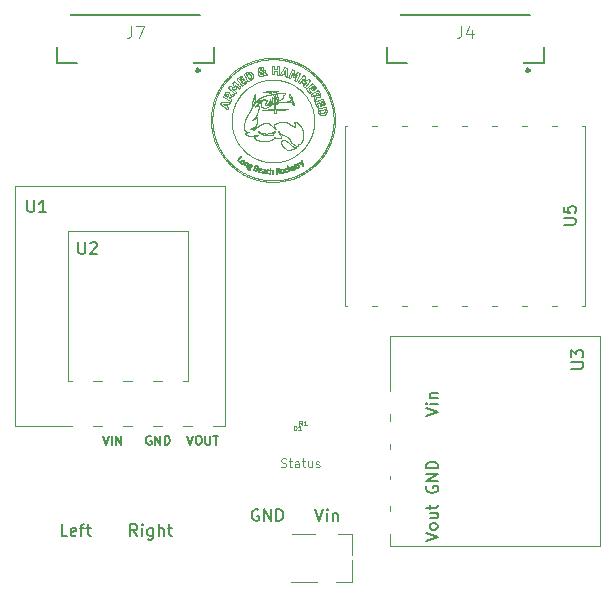
<source format=gto>
G04 #@! TF.GenerationSoftware,KiCad,Pcbnew,(5.1.9)-1*
G04 #@! TF.CreationDate,2021-04-18T01:44:30-07:00*
G04 #@! TF.ProjectId,UAS_V2,5541535f-5632-42e6-9b69-6361645f7063,rev?*
G04 #@! TF.SameCoordinates,Original*
G04 #@! TF.FileFunction,Legend,Top*
G04 #@! TF.FilePolarity,Positive*
%FSLAX46Y46*%
G04 Gerber Fmt 4.6, Leading zero omitted, Abs format (unit mm)*
G04 Created by KiCad (PCBNEW (5.1.9)-1) date 2021-04-18 01:44:30*
%MOMM*%
%LPD*%
G01*
G04 APERTURE LIST*
%ADD10C,0.187500*%
%ADD11C,0.082500*%
%ADD12C,0.125000*%
%ADD13C,0.150000*%
%ADD14C,0.120000*%
%ADD15C,0.300000*%
%ADD16C,0.127000*%
%ADD17C,0.050000*%
%ADD18C,0.015000*%
%ADD19C,1.900000*%
%ADD20O,2.200000X3.900000*%
%ADD21C,3.400000*%
%ADD22O,3.400000X2.200000*%
%ADD23O,2.200000X3.400000*%
%ADD24C,3.650000*%
%ADD25C,4.400000*%
G04 APERTURE END LIST*
D10*
X140283571Y-115159285D02*
X140533571Y-115909285D01*
X140783571Y-115159285D01*
X141176428Y-115159285D02*
X141319285Y-115159285D01*
X141390714Y-115195000D01*
X141462142Y-115266428D01*
X141497857Y-115409285D01*
X141497857Y-115659285D01*
X141462142Y-115802142D01*
X141390714Y-115873571D01*
X141319285Y-115909285D01*
X141176428Y-115909285D01*
X141105000Y-115873571D01*
X141033571Y-115802142D01*
X140997857Y-115659285D01*
X140997857Y-115409285D01*
X141033571Y-115266428D01*
X141105000Y-115195000D01*
X141176428Y-115159285D01*
X141819285Y-115159285D02*
X141819285Y-115766428D01*
X141855000Y-115837857D01*
X141890714Y-115873571D01*
X141962142Y-115909285D01*
X142105000Y-115909285D01*
X142176428Y-115873571D01*
X142212142Y-115837857D01*
X142247857Y-115766428D01*
X142247857Y-115159285D01*
X142497857Y-115159285D02*
X142926428Y-115159285D01*
X142712142Y-115909285D02*
X142712142Y-115159285D01*
X133163571Y-115159285D02*
X133413571Y-115909285D01*
X133663571Y-115159285D01*
X133913571Y-115909285D02*
X133913571Y-115159285D01*
X134270714Y-115909285D02*
X134270714Y-115159285D01*
X134699285Y-115909285D01*
X134699285Y-115159285D01*
X137223571Y-115195000D02*
X137152142Y-115159285D01*
X137045000Y-115159285D01*
X136937857Y-115195000D01*
X136866428Y-115266428D01*
X136830714Y-115337857D01*
X136795000Y-115480714D01*
X136795000Y-115587857D01*
X136830714Y-115730714D01*
X136866428Y-115802142D01*
X136937857Y-115873571D01*
X137045000Y-115909285D01*
X137116428Y-115909285D01*
X137223571Y-115873571D01*
X137259285Y-115837857D01*
X137259285Y-115587857D01*
X137116428Y-115587857D01*
X137580714Y-115909285D02*
X137580714Y-115159285D01*
X138009285Y-115909285D01*
X138009285Y-115159285D01*
X138366428Y-115909285D02*
X138366428Y-115159285D01*
X138545000Y-115159285D01*
X138652142Y-115195000D01*
X138723571Y-115266428D01*
X138759285Y-115337857D01*
X138795000Y-115480714D01*
X138795000Y-115587857D01*
X138759285Y-115730714D01*
X138723571Y-115802142D01*
X138652142Y-115873571D01*
X138545000Y-115909285D01*
X138366428Y-115909285D01*
D11*
X143525881Y-86313670D02*
X143529352Y-86306037D01*
X143652751Y-86432524D02*
X143642504Y-86427360D01*
X143582932Y-86226147D02*
X143586377Y-86223397D01*
X143579588Y-86229045D02*
X143582932Y-86226147D01*
X143570171Y-86238474D02*
X143573206Y-86235222D01*
X143526320Y-86363289D02*
X143518645Y-86358539D01*
X143515069Y-86340019D02*
X143517210Y-86334325D01*
X143512216Y-86348820D02*
X143513388Y-86344895D01*
X143574667Y-86390960D02*
X143560795Y-86383214D01*
X143536191Y-86369143D02*
X143526320Y-86363289D01*
X143576345Y-86232074D02*
X143579588Y-86229045D01*
X143567242Y-86241815D02*
X143570171Y-86238474D01*
X143561704Y-86248709D02*
X143564419Y-86245231D01*
X143559098Y-86252232D02*
X143561704Y-86248709D01*
X143718245Y-86366833D02*
X143713912Y-86374458D01*
X143725925Y-86352377D02*
X143722277Y-86359432D01*
X143556603Y-86255787D02*
X143559098Y-86252232D01*
X143533030Y-86298251D02*
X143536864Y-86290446D01*
X143729103Y-86345787D02*
X143725925Y-86352377D01*
X143548795Y-86268246D02*
X143552747Y-86261694D01*
X143560795Y-86383214D02*
X143547826Y-86375863D01*
X143731612Y-86339646D02*
X143730424Y-86342746D01*
X143513595Y-86355126D02*
X143511603Y-86353287D01*
X143699949Y-86397473D02*
X143695254Y-86404789D01*
X143675270Y-86433271D02*
X143672561Y-86436503D01*
X143686310Y-86418163D02*
X143682229Y-86423980D01*
X143670477Y-86438632D02*
X143669103Y-86439537D01*
X143722277Y-86359432D02*
X143718245Y-86366833D01*
X143603399Y-86406693D02*
X143589012Y-86398865D01*
X143544797Y-86275311D02*
X143548795Y-86268246D01*
X143511604Y-86351662D02*
X143512216Y-86348820D01*
X143695254Y-86404789D02*
X143690680Y-86411726D01*
X143682229Y-86423980D02*
X143678521Y-86429056D01*
X143630575Y-86421177D02*
X143617397Y-86414209D01*
X143690680Y-86411726D02*
X143686310Y-86418163D01*
X143669103Y-86439537D02*
X143666481Y-86438849D01*
X143536864Y-86290446D02*
X143540803Y-86282755D01*
X143660887Y-86436432D02*
X143652751Y-86432524D01*
X143511603Y-86353287D02*
X143511604Y-86351662D01*
X143522666Y-86321018D02*
X143525881Y-86313670D01*
X143666481Y-86438849D02*
X143660887Y-86436432D01*
X143529352Y-86306037D02*
X143533030Y-86298251D01*
X143547826Y-86375863D02*
X143536191Y-86369143D01*
X143713912Y-86374458D02*
X143709362Y-86382186D01*
X143564419Y-86245231D02*
X143567242Y-86241815D01*
X143672561Y-86436503D02*
X143670477Y-86438632D01*
X143519759Y-86327947D02*
X143522666Y-86321018D01*
X143709362Y-86382186D02*
X143704679Y-86389898D01*
X143552747Y-86261694D02*
X143556603Y-86255787D01*
X143517210Y-86334325D02*
X143519759Y-86327947D01*
X143518645Y-86358539D02*
X143513595Y-86355126D01*
X143642504Y-86427360D02*
X143630575Y-86421177D01*
X143678521Y-86429056D02*
X143675270Y-86433271D01*
X143730424Y-86342746D02*
X143729103Y-86345787D01*
X143593566Y-86218395D02*
X143597307Y-86216172D01*
X143540803Y-86282755D02*
X143544797Y-86275311D01*
X143573206Y-86235222D02*
X143576345Y-86232074D01*
X143589012Y-86398865D02*
X143574667Y-86390960D01*
X143617397Y-86414209D02*
X143603399Y-86406693D01*
X143704679Y-86389898D02*
X143699949Y-86397473D01*
X143589922Y-86220809D02*
X143593566Y-86218395D01*
X143586377Y-86223397D02*
X143589922Y-86220809D01*
X143513388Y-86344895D02*
X143515069Y-86340019D01*
X143637190Y-86206329D02*
X143641333Y-86206478D01*
X143700391Y-86231183D02*
X143705453Y-86235243D01*
X143661591Y-86210101D02*
X143665449Y-86211393D01*
X143653639Y-86208081D02*
X143657650Y-86208996D01*
X143633050Y-86206374D02*
X143637190Y-86206329D01*
X147573874Y-86194351D02*
X147575249Y-86190434D01*
X147572488Y-86199777D02*
X147573874Y-86194351D01*
X143649572Y-86207355D02*
X143653639Y-86208081D01*
X143616818Y-86208520D02*
X143620797Y-86207687D01*
X147571100Y-86206453D02*
X147572488Y-86199777D01*
X143641333Y-86206478D02*
X143645466Y-86206821D01*
X143732671Y-86336492D02*
X143731612Y-86339646D01*
X143733606Y-86333290D02*
X143732671Y-86336492D01*
X143736181Y-86320125D02*
X143735704Y-86323458D01*
X143737090Y-86303299D02*
X143737092Y-86306666D01*
X143620797Y-86207687D02*
X143624839Y-86207052D01*
X147558503Y-86288118D02*
X147559269Y-86284832D01*
X143678528Y-86217425D02*
X143684158Y-86220519D01*
X143609103Y-86210787D02*
X143612914Y-86209554D01*
X143734420Y-86330047D02*
X143733606Y-86333290D01*
X143735118Y-86326768D02*
X143734420Y-86330047D01*
X143732057Y-86272160D02*
X143734132Y-86278812D01*
X143645466Y-86206821D02*
X143649572Y-86207355D01*
X143735704Y-86323458D02*
X143735118Y-86326768D01*
X143736554Y-86316773D02*
X143736181Y-86320125D01*
X143736828Y-86313408D02*
X143736554Y-86316773D01*
X147560140Y-86279939D02*
X147561105Y-86273700D01*
X143665449Y-86211393D02*
X143669207Y-86212873D01*
X143628928Y-86206615D02*
X143633050Y-86206374D01*
X147557157Y-86289908D02*
X147557853Y-86289537D01*
X143735660Y-86285850D02*
X143736603Y-86293287D01*
X143737006Y-86310037D02*
X143736828Y-86313408D01*
X143736603Y-86293287D02*
X143736842Y-86296604D01*
X143734132Y-86278812D02*
X143735660Y-86285850D01*
X143729473Y-86265880D02*
X143732057Y-86272160D01*
X143719057Y-86249135D02*
X143722934Y-86254381D01*
X143705453Y-86235243D02*
X143710278Y-86239580D01*
X143714825Y-86244206D02*
X143719057Y-86249135D01*
X143710278Y-86239580D02*
X143714825Y-86244206D01*
X143689705Y-86223835D02*
X143695128Y-86227385D01*
X147557853Y-86289537D02*
X147558503Y-86288118D01*
X143672853Y-86214537D02*
X143678528Y-86217425D01*
X143657650Y-86208996D02*
X143661591Y-86210101D01*
X147563284Y-86258218D02*
X147564478Y-86249495D01*
X147575249Y-86190434D02*
X147576603Y-86188287D01*
X143624839Y-86207052D02*
X143628928Y-86206615D01*
X147569721Y-86214120D02*
X147571100Y-86206453D01*
X147562157Y-86266373D02*
X147563284Y-86258218D01*
X147561105Y-86273700D02*
X147562157Y-86266373D01*
X147556270Y-86290217D02*
X147557157Y-86289908D01*
X143737092Y-86306666D02*
X143737006Y-86310037D01*
X143737006Y-86299943D02*
X143737090Y-86303299D01*
X147565728Y-86240464D02*
X147567025Y-86231385D01*
X143736842Y-86296604D02*
X143737006Y-86299943D01*
X147564478Y-86249495D02*
X147565728Y-86240464D01*
X143726419Y-86259958D02*
X143729473Y-86265880D01*
X143695128Y-86227385D02*
X143700391Y-86231183D01*
X143612914Y-86209554D02*
X143616818Y-86208520D01*
X143684158Y-86220519D02*
X143689705Y-86223835D01*
X147567025Y-86231385D02*
X147568359Y-86222517D01*
X147559269Y-86284832D02*
X147560140Y-86279939D01*
X143669207Y-86212873D02*
X143672853Y-86214537D01*
X143722934Y-86254381D02*
X143726419Y-86259958D01*
X147568359Y-86222517D02*
X147569721Y-86214120D01*
X147526966Y-86238651D02*
X147530217Y-86242972D01*
X147538409Y-86274662D02*
X147538051Y-86276643D01*
X147540472Y-86259123D02*
X147540715Y-86260917D01*
X147539103Y-86255787D02*
X147539949Y-86257409D01*
X147523596Y-86234364D02*
X147526966Y-86238651D01*
X147494101Y-86205525D02*
X147497896Y-86208271D01*
X147490318Y-86203131D02*
X147494101Y-86205525D01*
X147536300Y-86251575D02*
X147539103Y-86255787D01*
X147509215Y-86218262D02*
X147512916Y-86222060D01*
X147486564Y-86201123D02*
X147490318Y-86203131D01*
X147530217Y-86242972D02*
X147533333Y-86247292D01*
X147555218Y-86290461D02*
X147556270Y-86290217D01*
X147554030Y-86290634D02*
X147555218Y-86290461D01*
X147552732Y-86290735D02*
X147554030Y-86290634D01*
X147548457Y-86290551D02*
X147549918Y-86290697D01*
X147512916Y-86222060D02*
X147516557Y-86226033D01*
X147412434Y-86201166D02*
X147419997Y-86200145D01*
X147540223Y-86266656D02*
X147539802Y-86268645D01*
X147501691Y-86211332D02*
X147505468Y-86214674D01*
X147551352Y-86290757D02*
X147552732Y-86290735D01*
X147384805Y-86208458D02*
X147385353Y-86207037D01*
X147540668Y-86287636D02*
X147541712Y-86288385D01*
X147533333Y-86247292D02*
X147536300Y-86251575D01*
X147544189Y-86289556D02*
X147545565Y-86289985D01*
X147540715Y-86260917D02*
X147540724Y-86262779D01*
X147427939Y-86199212D02*
X147436073Y-86198407D01*
X147386762Y-86206281D02*
X147389660Y-86205384D01*
X147389660Y-86205384D02*
X147393861Y-86204386D01*
X147520122Y-86230146D02*
X147523596Y-86234364D01*
X147399180Y-86203326D02*
X147405433Y-86202240D01*
X147542895Y-86289024D02*
X147544189Y-86289556D01*
X147541712Y-86288385D02*
X147542895Y-86289024D01*
X147385353Y-86207037D02*
X147386762Y-86206281D01*
X147539789Y-86286771D02*
X147540668Y-86287636D01*
X147537932Y-86282332D02*
X147538362Y-86284102D01*
X147538051Y-86276643D02*
X147537822Y-86278590D01*
X147384367Y-86211272D02*
X147384805Y-86208458D01*
X147537767Y-86280491D02*
X147537932Y-86282332D01*
X147537822Y-86278590D02*
X147537767Y-86280491D01*
X147539330Y-86270650D02*
X147538850Y-86272661D01*
X147405433Y-86202240D02*
X147412434Y-86201166D01*
X147540545Y-86264696D02*
X147540223Y-86266656D01*
X147539949Y-86257409D02*
X147540472Y-86259123D01*
X147452178Y-86197331D02*
X147459779Y-86197136D01*
X147497896Y-86208271D02*
X147501691Y-86211332D01*
X147516557Y-86226033D02*
X147520122Y-86230146D01*
X147482853Y-86199537D02*
X147486564Y-86201123D01*
X147444214Y-86197767D02*
X147452178Y-86197331D01*
X147436073Y-86198407D02*
X147444214Y-86197767D01*
X147393861Y-86204386D02*
X147399180Y-86203326D01*
X147549918Y-86290697D02*
X147551352Y-86290757D01*
X147546997Y-86290315D02*
X147548457Y-86290551D01*
X147466832Y-86197221D02*
X147473152Y-86197625D01*
X147545565Y-86289985D02*
X147546997Y-86290315D01*
X147459779Y-86197136D02*
X147466832Y-86197221D01*
X147539103Y-86285787D02*
X147539789Y-86286771D01*
X147538850Y-86272661D02*
X147538409Y-86274662D01*
X147505468Y-86214674D02*
X147509215Y-86218262D01*
X147539802Y-86268645D02*
X147539330Y-86270650D01*
X147473152Y-86197625D02*
X147478554Y-86198384D01*
X147419997Y-86200145D02*
X147427939Y-86199212D01*
X147540724Y-86262779D02*
X147540545Y-86264696D01*
X147538362Y-86284102D02*
X147539103Y-86285787D01*
X147478554Y-86198384D02*
X147482853Y-86199537D01*
X147390880Y-86319442D02*
X147390051Y-86318283D01*
X147400183Y-86338862D02*
X147400996Y-86337824D01*
X147383786Y-86241181D02*
X147383692Y-86233572D01*
X147383983Y-86249313D02*
X147383786Y-86241181D01*
X147384281Y-86257824D02*
X147383983Y-86249313D01*
X147403501Y-86329338D02*
X147402809Y-86328590D01*
X147395643Y-86323564D02*
X147394314Y-86322603D01*
X147398344Y-86325365D02*
X147397000Y-86324483D01*
X147403806Y-86332475D02*
X147404026Y-86331570D01*
X147403946Y-86330069D02*
X147403501Y-86329338D01*
X147316231Y-86277612D02*
X147321858Y-86281074D01*
X147384680Y-86266567D02*
X147384281Y-86257824D01*
X147385177Y-86275398D02*
X147384680Y-86266567D01*
X147386463Y-86292743D02*
X147385772Y-86284172D01*
X147352207Y-86307161D02*
X147357006Y-86311925D01*
X147342520Y-86297788D02*
X147347390Y-86302432D01*
X147387249Y-86300966D02*
X147386463Y-86292743D01*
X147389103Y-86315787D02*
X147388130Y-86308696D01*
X147337565Y-86293280D02*
X147342520Y-86297788D01*
X147389446Y-86317066D02*
X147389103Y-86315787D01*
X147404026Y-86331570D02*
X147404103Y-86330787D01*
X147327268Y-86284873D02*
X147332492Y-86288958D01*
X147401908Y-86327823D02*
X147400837Y-86327032D01*
X147371619Y-86325927D02*
X147376674Y-86330329D01*
X147394642Y-86342493D02*
X147395579Y-86342338D01*
X147387257Y-86338435D02*
X147392853Y-86342037D01*
X147396529Y-86341966D02*
X147397477Y-86341403D01*
X147347390Y-86302432D02*
X147352207Y-86307161D01*
X147402984Y-86334533D02*
X147403454Y-86333472D01*
X147399636Y-86326214D02*
X147398344Y-86325365D01*
X147400837Y-86327032D02*
X147399636Y-86326214D01*
X147376674Y-86330329D02*
X147381876Y-86334515D01*
X147392853Y-86342037D02*
X147393728Y-86342403D01*
X147401742Y-86336738D02*
X147402409Y-86335631D01*
X147397477Y-86341403D02*
X147398411Y-86340680D01*
X147381876Y-86334515D02*
X147387257Y-86338435D01*
X147301629Y-86270918D02*
X147306043Y-86272621D01*
X147399317Y-86339823D02*
X147400183Y-86338862D01*
X147321858Y-86281074D02*
X147327268Y-86284873D01*
X147385772Y-86284172D02*
X147385177Y-86275398D01*
X147398411Y-86340680D02*
X147399317Y-86339823D01*
X147391893Y-86320546D02*
X147390880Y-86319442D01*
X147390051Y-86318283D02*
X147389446Y-86317066D01*
X147404103Y-86330787D02*
X147403946Y-86330069D01*
X147357006Y-86311925D02*
X147361818Y-86316674D01*
X147395579Y-86342338D02*
X147396529Y-86341966D01*
X147393051Y-86321599D02*
X147391893Y-86320546D01*
X147394314Y-86322603D02*
X147393051Y-86321599D01*
X147361818Y-86316674D02*
X147366679Y-86321358D01*
X147402809Y-86328590D02*
X147401908Y-86327823D01*
X147400996Y-86337824D02*
X147401742Y-86336738D01*
X147393728Y-86342403D02*
X147394642Y-86342493D01*
X147332492Y-86288958D02*
X147337565Y-86293280D01*
X147310353Y-86274537D02*
X147316231Y-86277612D01*
X147384038Y-86215336D02*
X147384367Y-86211272D01*
X147388130Y-86308696D02*
X147387249Y-86300966D01*
X147306043Y-86272621D02*
X147310353Y-86274537D01*
X147383702Y-86226631D02*
X147383817Y-86220504D01*
X147403454Y-86333472D02*
X147403806Y-86332475D01*
X147366679Y-86321358D02*
X147371619Y-86325927D01*
X147402409Y-86335631D02*
X147402984Y-86334533D01*
X147383817Y-86220504D02*
X147384038Y-86215336D01*
X147383692Y-86233572D02*
X147383702Y-86226631D01*
X147397000Y-86324483D02*
X147395643Y-86323564D01*
X146913837Y-86351640D02*
X146942853Y-86342037D01*
X146597837Y-86466687D02*
X146626211Y-86455316D01*
X146976013Y-86334099D02*
X146984465Y-86332782D01*
X147175777Y-86284646D02*
X147185545Y-86281105D01*
X147061141Y-86323173D02*
X147069530Y-86321501D01*
X147259109Y-86264486D02*
X147263942Y-86264464D01*
X147225219Y-86269209D02*
X147235353Y-86267037D01*
X147146626Y-86295872D02*
X147156330Y-86292077D01*
X147097782Y-86313767D02*
X147107637Y-86310490D01*
X146855895Y-86371176D02*
X146884849Y-86361350D01*
X147069530Y-86321501D02*
X147077853Y-86319537D01*
X146942853Y-86342037D02*
X146951024Y-86339559D01*
X146513309Y-86502198D02*
X146541380Y-86490117D01*
X146683221Y-86433209D02*
X146711844Y-86422450D01*
X147292533Y-86268137D02*
X147297121Y-86269425D01*
X146959282Y-86337441D02*
X146967616Y-86335636D01*
X146826980Y-86381131D02*
X146855895Y-86371176D01*
X147287874Y-86267050D02*
X147292533Y-86268137D01*
X147283157Y-86266159D02*
X147287874Y-86267050D01*
X147278394Y-86265459D02*
X147283157Y-86266159D01*
X147273596Y-86264946D02*
X147278394Y-86265459D01*
X147195360Y-86277744D02*
X147205236Y-86274610D01*
X146984465Y-86332782D02*
X146992959Y-86331639D01*
X146654674Y-86444160D02*
X146683221Y-86433209D01*
X147044209Y-86325828D02*
X147052698Y-86324599D01*
X147077853Y-86319537D02*
X147087858Y-86316798D01*
X147010031Y-86329688D02*
X147018588Y-86328788D01*
X146951024Y-86339559D02*
X146959282Y-86337441D01*
X147254288Y-86264676D02*
X147259109Y-86264486D01*
X147156330Y-86292077D02*
X147166043Y-86288319D01*
X147240011Y-86266216D02*
X147244727Y-86265546D01*
X147235353Y-86267037D02*
X147240011Y-86266216D01*
X147027144Y-86327876D02*
X147035688Y-86326904D01*
X147136918Y-86299659D02*
X147146626Y-86295872D01*
X146769296Y-86401469D02*
X146798112Y-86391225D01*
X147215184Y-86271749D02*
X147225219Y-86269209D01*
X147166043Y-86288319D02*
X147175777Y-86284646D01*
X147107637Y-86310490D02*
X147117436Y-86307014D01*
X147052698Y-86324599D02*
X147061141Y-86323173D01*
X146541380Y-86490117D02*
X146569557Y-86478284D01*
X147018588Y-86328788D02*
X147027144Y-86327876D01*
X146460239Y-86526735D02*
X146472999Y-86520311D01*
X146711844Y-86422450D02*
X146740538Y-86411874D01*
X147001484Y-86330623D02*
X147010031Y-86329688D01*
X147117436Y-86307014D02*
X147127192Y-86303388D01*
X146967616Y-86335636D02*
X146976013Y-86334099D01*
X146740538Y-86411874D02*
X146769296Y-86401469D01*
X146798112Y-86391225D02*
X146826980Y-86381131D01*
X147249490Y-86265031D02*
X147254288Y-86264676D01*
X147205236Y-86274610D02*
X147215184Y-86271749D01*
X146626211Y-86455316D02*
X146654674Y-86444160D01*
X146485353Y-86514537D02*
X146513309Y-86502198D01*
X146472999Y-86520311D02*
X146485353Y-86514537D01*
X147087858Y-86316798D02*
X147097782Y-86313767D01*
X146884849Y-86361350D02*
X146913837Y-86351640D01*
X146569557Y-86478284D02*
X146597837Y-86466687D01*
X147297121Y-86269425D02*
X147301629Y-86270918D01*
X147244727Y-86265546D02*
X147249490Y-86265031D01*
X147268775Y-86264616D02*
X147273596Y-86264946D01*
X147263942Y-86264464D02*
X147268775Y-86264616D01*
X147185545Y-86281105D02*
X147195360Y-86277744D01*
X147035688Y-86326904D02*
X147044209Y-86325828D01*
X147127192Y-86303388D02*
X147136918Y-86299659D01*
X146992959Y-86331639D02*
X147001484Y-86330623D01*
X146166603Y-86765787D02*
X146175059Y-86756466D01*
X146166165Y-86766397D02*
X146166603Y-86765787D01*
X146165842Y-86767111D02*
X146166165Y-86766397D01*
X146165517Y-86768774D02*
X146165628Y-86767910D01*
X146168948Y-86776652D02*
X146168312Y-86776222D01*
X146182089Y-86777286D02*
X146170353Y-86777037D01*
X146346313Y-86771588D02*
X146334728Y-86773313D01*
X146318602Y-86616893D02*
X146326988Y-86610730D01*
X146369511Y-86581212D02*
X146381794Y-86573133D01*
X146326988Y-86610730D02*
X146336391Y-86603977D01*
X146229181Y-86778229D02*
X146217396Y-86778050D01*
X146193218Y-86736868D02*
X146202743Y-86726779D01*
X146165585Y-86770618D02*
X146165505Y-86769683D01*
X146165505Y-86769683D02*
X146165517Y-86768774D01*
X146357771Y-86589115D02*
X146369511Y-86581212D01*
X146299589Y-86631790D02*
X146305353Y-86627037D01*
X146212444Y-86716620D02*
X146222234Y-86706486D01*
X146202743Y-86726779D02*
X146212444Y-86716620D01*
X146205616Y-86777816D02*
X146193845Y-86777553D01*
X146357853Y-86769537D02*
X146346313Y-86771588D01*
X146165753Y-86771558D02*
X146165585Y-86770618D01*
X146166004Y-86772485D02*
X146165753Y-86771558D01*
X146334728Y-86773313D02*
X146323102Y-86774736D01*
X146264523Y-86778192D02*
X146252749Y-86778324D01*
X146346691Y-86596737D02*
X146357771Y-86589115D01*
X146336391Y-86603977D02*
X146346691Y-86596737D01*
X146311351Y-86622363D02*
X146318602Y-86616893D01*
X146232023Y-86696470D02*
X146241722Y-86686664D01*
X146311440Y-86775882D02*
X146299746Y-86776776D01*
X146217396Y-86778050D02*
X146205616Y-86777816D01*
X146362761Y-86767846D02*
X146360390Y-86768857D01*
X146168312Y-86776222D02*
X146167727Y-86775660D01*
X146305353Y-86627037D02*
X146311351Y-86622363D01*
X146323102Y-86774736D02*
X146311440Y-86775882D01*
X146260492Y-86668061D02*
X146269384Y-86659450D01*
X146285738Y-86644076D02*
X146293021Y-86637500D01*
X146277829Y-86651424D02*
X146285738Y-86644076D01*
X146169630Y-86776931D02*
X146168948Y-86776652D01*
X146293021Y-86637500D02*
X146299589Y-86631790D01*
X146193845Y-86777553D02*
X146182089Y-86777286D01*
X146288026Y-86777442D02*
X146276283Y-86777906D01*
X146394500Y-86564981D02*
X146407511Y-86556859D01*
X146381794Y-86573133D02*
X146394500Y-86564981D01*
X146252749Y-86778324D02*
X146240967Y-86778328D01*
X146269384Y-86659450D02*
X146277829Y-86651424D01*
X146251241Y-86677164D02*
X146260492Y-86668061D01*
X146167727Y-86775660D02*
X146167199Y-86774986D01*
X146165628Y-86767910D02*
X146165842Y-86767111D01*
X146183961Y-86746795D02*
X146193218Y-86736868D01*
X146276283Y-86777906D02*
X146264523Y-86778192D01*
X146299746Y-86776776D02*
X146288026Y-86777442D01*
X146240967Y-86778328D02*
X146229181Y-86778229D01*
X146167199Y-86774986D02*
X146166732Y-86774219D01*
X146175059Y-86756466D02*
X146183961Y-86746795D01*
X146166732Y-86774219D02*
X146166332Y-86773379D01*
X146170353Y-86777037D02*
X146169630Y-86776931D01*
X146447192Y-86533704D02*
X146460239Y-86526735D01*
X146433976Y-86541117D02*
X146447192Y-86533704D01*
X146420710Y-86548870D02*
X146433976Y-86541117D01*
X146407511Y-86556859D02*
X146420710Y-86548870D01*
X146241722Y-86686664D02*
X146251241Y-86677164D01*
X146222234Y-86706486D02*
X146232023Y-86696470D01*
X146166332Y-86773379D02*
X146166004Y-86772485D01*
X146360390Y-86768857D02*
X146357853Y-86769537D01*
X147072618Y-87113858D02*
X147079253Y-87111258D01*
X147066068Y-87116715D02*
X147072618Y-87113858D01*
X146873205Y-87127096D02*
X146875514Y-87130132D01*
X147053159Y-87122991D02*
X147059588Y-87119777D01*
X146987853Y-87152037D02*
X146994728Y-87150169D01*
X146972545Y-87155166D02*
X146977700Y-87154237D01*
X146869053Y-87120754D02*
X146871049Y-87123965D01*
X147139668Y-87103709D02*
X147144403Y-87104072D01*
X147097420Y-87105995D02*
X147102026Y-87105135D01*
X146951618Y-87157512D02*
X146956877Y-87157151D01*
X146889089Y-87143373D02*
X146892156Y-87145530D01*
X147040385Y-87129668D02*
X147046763Y-87126306D01*
X147046763Y-87126306D02*
X147053159Y-87122991D01*
X146860758Y-87099998D02*
X146861677Y-87103670D01*
X147134928Y-87103445D02*
X147139668Y-87103709D01*
X147130189Y-87103288D02*
X147134928Y-87103445D01*
X147106665Y-87104449D02*
X147111331Y-87103926D01*
X147102026Y-87105135D02*
X147106665Y-87104449D01*
X147034005Y-87133027D02*
X147040385Y-87129668D01*
X146962123Y-87156633D02*
X146967349Y-87155968D01*
X147027606Y-87136329D02*
X147034005Y-87133027D01*
X146905353Y-87152037D02*
X146910285Y-87153541D01*
X146880561Y-87135860D02*
X146883283Y-87138523D01*
X146935870Y-87157551D02*
X146941105Y-87157722D01*
X146895324Y-87147491D02*
X146898584Y-87149238D01*
X147116022Y-87103558D02*
X147120732Y-87103335D01*
X146898584Y-87149238D02*
X146901930Y-87150759D01*
X147125456Y-87103248D02*
X147130189Y-87103288D01*
X146915291Y-87154798D02*
X146920362Y-87155817D01*
X146956877Y-87157151D02*
X146962123Y-87156633D01*
X147092853Y-87107037D02*
X147097420Y-87105995D01*
X146994728Y-87150169D02*
X147001480Y-87147931D01*
X146910285Y-87153541D02*
X146915291Y-87154798D01*
X146861677Y-87103670D02*
X146862789Y-87107270D01*
X147085992Y-87108967D02*
X147092853Y-87107037D01*
X147059588Y-87119777D02*
X147066068Y-87116715D01*
X146982806Y-87153191D02*
X146987853Y-87152037D01*
X147014685Y-87142556D02*
X147021172Y-87139523D01*
X146877969Y-87133058D02*
X146880561Y-87135860D01*
X146967349Y-87155968D02*
X146972545Y-87155166D01*
X146925489Y-87156609D02*
X146930661Y-87157184D01*
X146886128Y-87141032D02*
X146889089Y-87143373D01*
X147001480Y-87147931D02*
X147008126Y-87145376D01*
X146941105Y-87157722D02*
X146946358Y-87157705D01*
X146946358Y-87157705D02*
X146951618Y-87157512D01*
X146930661Y-87157184D02*
X146935870Y-87157551D01*
X146862789Y-87107270D02*
X146864103Y-87110787D01*
X146892156Y-87145530D02*
X146895324Y-87147491D01*
X146920362Y-87155817D02*
X146925489Y-87156609D01*
X146883283Y-87138523D02*
X146886128Y-87141032D01*
X146875514Y-87130132D02*
X146877969Y-87133058D01*
X147008126Y-87145376D02*
X147014685Y-87142556D01*
X146865572Y-87114151D02*
X146867225Y-87117478D01*
X146867225Y-87117478D02*
X146869053Y-87120754D01*
X146977700Y-87154237D02*
X146982806Y-87153191D01*
X146901930Y-87150759D02*
X146905353Y-87152037D01*
X146864103Y-87110787D02*
X146865572Y-87114151D01*
X147144403Y-87104072D02*
X147149129Y-87104524D01*
X146871049Y-87123965D02*
X146873205Y-87127096D01*
X147120732Y-87103335D02*
X147125456Y-87103248D01*
X147111331Y-87103926D02*
X147116022Y-87103558D01*
X147079253Y-87111258D02*
X147085992Y-87108967D01*
X147021172Y-87139523D02*
X147027606Y-87136329D01*
X146901465Y-86960864D02*
X146894351Y-86976385D01*
X146955259Y-86834710D02*
X146954103Y-86840787D01*
X146869011Y-87036867D02*
X146864103Y-87050787D01*
X146859039Y-87077089D02*
X146858901Y-87080957D01*
X146859780Y-87069380D02*
X146859334Y-87073226D01*
X146915719Y-86930458D02*
X146908630Y-86945502D01*
X146910706Y-86706369D02*
X146914972Y-86708341D01*
X146947641Y-86733606D02*
X146950132Y-86736838D01*
X146959771Y-86779894D02*
X146959758Y-86786669D01*
X146950132Y-86736838D02*
X146952295Y-86740072D01*
X146894351Y-86976385D02*
X146887420Y-86991906D01*
X146879463Y-86698211D02*
X146888687Y-86700003D01*
X146958034Y-86814716D02*
X146957234Y-86821602D01*
X146949374Y-86855855D02*
X146945469Y-86865626D01*
X146880799Y-87007267D02*
X146874620Y-87022307D01*
X146922601Y-86915894D02*
X146915719Y-86930458D01*
X146959598Y-86773360D02*
X146959771Y-86779894D01*
X146959758Y-86786669D02*
X146959568Y-86793611D01*
X146938473Y-86724151D02*
X146941784Y-86727240D01*
X146888687Y-86700003D02*
X146897853Y-86702037D01*
X146861107Y-87061783D02*
X146860373Y-87065562D01*
X146897853Y-86702037D02*
X146902118Y-86703195D01*
X146864103Y-87050787D02*
X146862977Y-87054385D01*
X146952295Y-86847522D02*
X146949374Y-86855855D01*
X146887420Y-86991906D02*
X146880799Y-87007267D01*
X146956848Y-86751087D02*
X146957864Y-86755930D01*
X146954103Y-86743287D02*
X146955597Y-86746848D01*
X146952295Y-86740072D02*
X146954103Y-86743287D01*
X146906412Y-86704646D02*
X146910706Y-86706369D01*
X146860373Y-87065562D02*
X146859780Y-87069380D01*
X146861977Y-87058053D02*
X146861107Y-87061783D01*
X146935226Y-86888843D02*
X146929146Y-86901969D01*
X146944849Y-86730399D02*
X146947641Y-86733606D01*
X146941784Y-86727240D02*
X146944849Y-86730399D01*
X146919185Y-86710540D02*
X146923315Y-86712943D01*
X146931222Y-86718273D02*
X146934943Y-86721154D01*
X146927337Y-86715528D02*
X146931222Y-86718273D01*
X146955597Y-86746848D02*
X146956848Y-86751087D01*
X146957234Y-86821602D02*
X146956306Y-86828290D01*
X146934943Y-86721154D02*
X146938473Y-86724151D01*
X146945469Y-86865626D02*
X146940710Y-86876675D01*
X146959568Y-86793611D02*
X146959211Y-86800648D01*
X146958654Y-86761305D02*
X146959229Y-86767140D01*
X146874620Y-87022307D02*
X146869011Y-87036867D01*
X146929146Y-86901969D02*
X146922601Y-86915894D01*
X146940710Y-86876675D02*
X146935226Y-86888843D01*
X146954103Y-86840787D02*
X146952295Y-86847522D01*
X146957864Y-86755930D02*
X146958654Y-86761305D01*
X146958697Y-86807708D02*
X146958034Y-86814716D01*
X146959211Y-86800648D02*
X146958697Y-86807708D01*
X146959229Y-86767140D02*
X146959598Y-86773360D01*
X146870188Y-86696656D02*
X146879463Y-86698211D01*
X146914972Y-86708341D02*
X146919185Y-86710540D01*
X146923315Y-86712943D02*
X146927337Y-86715528D01*
X146908630Y-86945502D02*
X146901465Y-86960864D01*
X146956306Y-86828290D02*
X146955259Y-86834710D01*
X146860030Y-87096267D02*
X146860758Y-87099998D01*
X146859485Y-87092486D02*
X146860030Y-87096267D01*
X146859119Y-87088666D02*
X146859485Y-87092486D01*
X146858926Y-87084820D02*
X146859119Y-87088666D01*
X146858901Y-87080957D02*
X146858926Y-87084820D01*
X146859334Y-87073226D02*
X146859039Y-87077089D01*
X146862977Y-87054385D02*
X146861977Y-87058053D01*
X146902118Y-86703195D02*
X146906412Y-86704646D01*
X146620294Y-86771587D02*
X146623715Y-86768482D01*
X146567853Y-86784537D02*
X146570720Y-86784441D01*
X146585353Y-86783999D02*
X146588283Y-86783809D01*
X146582414Y-86784134D02*
X146585353Y-86783999D01*
X146731563Y-86697045D02*
X146736969Y-86696010D01*
X146715533Y-86701245D02*
X146720841Y-86699671D01*
X146612853Y-86777037D02*
X146616684Y-86774452D01*
X146804365Y-86691755D02*
X146813820Y-86691866D01*
X146694749Y-86709083D02*
X146699870Y-86706909D01*
X146573617Y-86784368D02*
X146576538Y-86784303D01*
X146639087Y-86750763D02*
X146642037Y-86747061D01*
X146794910Y-86691821D02*
X146804365Y-86691755D01*
X146470851Y-86788586D02*
X146503187Y-86787212D01*
X146596929Y-86782753D02*
X146599737Y-86782186D01*
X146823269Y-86692161D02*
X146832704Y-86692647D01*
X146785461Y-86692056D02*
X146794910Y-86691821D01*
X146776024Y-86692452D02*
X146785461Y-86692056D01*
X146757213Y-86693701D02*
X146766606Y-86693003D01*
X146747853Y-86694537D02*
X146757213Y-86693701D01*
X146705044Y-86704873D02*
X146710266Y-86702982D01*
X146654472Y-86733063D02*
X146657898Y-86729967D01*
X146588283Y-86783809D02*
X146591194Y-86783548D01*
X146630115Y-86761713D02*
X146633158Y-86758129D01*
X146679742Y-86716344D02*
X146684681Y-86713809D01*
X146645018Y-86743400D02*
X146648064Y-86739820D01*
X146742401Y-86695171D02*
X146747853Y-86694537D01*
X146648064Y-86739820D02*
X146651204Y-86736361D01*
X146699870Y-86706909D02*
X146705044Y-86704873D01*
X146661514Y-86727111D02*
X146665353Y-86724537D01*
X146576538Y-86784303D02*
X146579473Y-86784230D01*
X146736969Y-86696010D02*
X146742401Y-86695171D01*
X146657898Y-86729967D02*
X146661514Y-86727111D01*
X146599737Y-86782186D02*
X146602494Y-86781486D01*
X146570720Y-86784441D02*
X146573617Y-86784368D01*
X146726186Y-86698268D02*
X146731563Y-86697045D01*
X146710266Y-86702982D02*
X146715533Y-86701245D01*
X146684681Y-86713809D02*
X146689685Y-86711386D01*
X146674872Y-86718983D02*
X146679742Y-86716344D01*
X146503187Y-86787212D02*
X146535520Y-86785856D01*
X146626978Y-86765177D02*
X146630115Y-86761713D01*
X146670074Y-86721717D02*
X146674872Y-86718983D01*
X146665353Y-86724537D02*
X146670074Y-86721717D01*
X146636138Y-86754466D02*
X146639087Y-86750763D01*
X146594079Y-86783201D02*
X146596929Y-86782753D01*
X146535520Y-86785856D02*
X146567853Y-86784537D01*
X146602494Y-86781486D02*
X146605193Y-86780637D01*
X146579473Y-86784230D02*
X146582414Y-86784134D01*
X146642037Y-86747061D02*
X146645018Y-86743400D01*
X146633158Y-86758129D02*
X146636138Y-86754466D01*
X146623715Y-86768482D02*
X146626978Y-86765177D01*
X146591194Y-86783548D02*
X146594079Y-86783201D01*
X146689685Y-86711386D02*
X146694749Y-86709083D01*
X146607824Y-86779623D02*
X146610380Y-86778428D01*
X146610380Y-86778428D02*
X146612853Y-86777037D01*
X146720841Y-86699671D02*
X146726186Y-86698268D01*
X146651204Y-86736361D02*
X146654472Y-86733063D01*
X146860869Y-86695329D02*
X146870188Y-86696656D01*
X146605193Y-86780637D02*
X146607824Y-86779623D01*
X146851510Y-86694224D02*
X146860869Y-86695329D01*
X146616684Y-86774452D02*
X146620294Y-86771587D01*
X146842120Y-86693332D02*
X146851510Y-86694224D01*
X146832704Y-86692647D02*
X146842120Y-86693332D01*
X146766606Y-86693003D02*
X146776024Y-86692452D01*
X146813820Y-86691866D02*
X146823269Y-86692161D01*
X146048716Y-86799409D02*
X146050353Y-86799537D01*
X146023730Y-86741084D02*
X146024592Y-86747836D01*
X146309153Y-86795077D02*
X146341495Y-86793893D01*
X146276808Y-86796165D02*
X146309153Y-86795077D01*
X146244462Y-86797140D02*
X146276808Y-86796165D01*
X146034468Y-86787246D02*
X146035410Y-86788839D01*
X146042650Y-86796850D02*
X146044087Y-86797761D01*
X146039958Y-86794594D02*
X146041273Y-86795789D01*
X146031603Y-86780787D02*
X146032177Y-86782379D01*
X146033613Y-86785626D02*
X146034468Y-86787246D01*
X145964151Y-86640945D02*
X145967431Y-86643748D01*
X146212115Y-86797982D02*
X146244462Y-86797140D01*
X146179765Y-86798673D02*
X146212115Y-86797982D01*
X146115062Y-86799522D02*
X146147415Y-86799192D01*
X145990508Y-86658008D02*
X145994304Y-86660431D01*
X145982609Y-86653404D02*
X145986588Y-86655683D01*
X146082708Y-86799644D02*
X146115062Y-86799522D01*
X145955365Y-86627719D02*
X145956603Y-86630787D01*
X145978638Y-86651123D02*
X145982609Y-86653404D01*
X146038711Y-86793284D02*
X146039958Y-86794594D01*
X146032177Y-86782379D02*
X146032848Y-86783998D01*
X145970983Y-86646345D02*
X145974741Y-86648787D01*
X146036433Y-86790389D02*
X146037535Y-86791876D01*
X146004283Y-86668793D02*
X146006920Y-86672115D01*
X146017780Y-86700925D02*
X146019134Y-86707488D01*
X146011869Y-86681870D02*
X146014201Y-86688098D01*
X146020272Y-86714126D02*
X146021246Y-86720822D01*
X145986588Y-86655683D02*
X145990508Y-86658008D01*
X146028042Y-86767839D02*
X146029660Y-86774364D01*
X146037535Y-86791876D02*
X146038711Y-86793284D01*
X145953754Y-86621275D02*
X145954420Y-86624542D01*
X146006920Y-86672115D02*
X146009103Y-86675787D01*
X146014201Y-86688098D02*
X146016153Y-86694456D01*
X146025563Y-86754558D02*
X146026695Y-86761231D01*
X146021246Y-86720822D02*
X146022111Y-86727559D01*
X146009103Y-86675787D02*
X146011869Y-86681870D01*
X145956603Y-86630787D02*
X145958671Y-86634515D01*
X146022921Y-86734319D02*
X146023730Y-86741084D01*
X145967431Y-86643748D02*
X145970983Y-86646345D01*
X146050353Y-86799537D02*
X146082708Y-86799644D01*
X146022111Y-86727559D02*
X146022921Y-86734319D01*
X146047124Y-86799058D02*
X146048716Y-86799409D01*
X146045580Y-86798503D02*
X146047124Y-86799058D01*
X146032848Y-86783998D02*
X146033613Y-86785626D01*
X145994304Y-86660431D02*
X145997909Y-86663002D01*
X146019134Y-86707488D02*
X146020272Y-86714126D01*
X145954420Y-86624542D02*
X145955365Y-86627719D01*
X146044087Y-86797761D02*
X146045580Y-86798503D01*
X145997909Y-86663002D02*
X146001258Y-86665773D01*
X146035410Y-86788839D02*
X146036433Y-86790389D01*
X146024592Y-86747836D02*
X146025563Y-86754558D01*
X146016153Y-86694456D02*
X146017780Y-86700925D01*
X145974741Y-86648787D02*
X145978638Y-86651123D01*
X145961209Y-86637884D02*
X145964151Y-86640945D01*
X146438515Y-86789961D02*
X146470851Y-86788586D01*
X146147415Y-86799192D02*
X146179765Y-86798673D01*
X145958671Y-86634515D02*
X145961209Y-86637884D01*
X146406176Y-86791316D02*
X146438515Y-86789961D01*
X146029660Y-86774364D02*
X146031603Y-86780787D01*
X146001258Y-86665773D02*
X146004283Y-86668793D01*
X146026695Y-86761231D02*
X146028042Y-86767839D01*
X146373837Y-86792633D02*
X146406176Y-86791316D01*
X146341495Y-86793893D02*
X146373837Y-86792633D01*
X146041273Y-86795789D02*
X146042650Y-86796850D01*
X146042190Y-86478690D02*
X146040741Y-86489264D01*
X145982696Y-86555239D02*
X145977427Y-86560860D01*
X146026205Y-86513880D02*
X146021510Y-86518682D01*
X146034018Y-86504607D02*
X146030405Y-86509187D01*
X146043458Y-86464677D02*
X146042190Y-86478690D01*
X146047900Y-86302288D02*
X146047833Y-86321759D01*
X146047849Y-86284890D02*
X146047900Y-86302288D01*
X146036948Y-86500140D02*
X146034018Y-86504607D01*
X146046852Y-86386491D02*
X146046241Y-86408133D01*
X146047687Y-86270179D02*
X146047849Y-86284890D01*
X146040741Y-86489264D02*
X146039103Y-86495787D01*
X145953353Y-86617934D02*
X145953754Y-86621275D01*
X145953203Y-86614537D02*
X145953353Y-86617934D01*
X145953290Y-86611100D02*
X145953203Y-86614537D01*
X145954831Y-86600721D02*
X145954118Y-86604175D01*
X146046241Y-86408133D02*
X146045476Y-86428786D01*
X146023315Y-86244558D02*
X146027556Y-86244823D01*
X146005399Y-86533733D02*
X145999667Y-86538959D01*
X146047641Y-86342692D02*
X146047316Y-86364473D01*
X145958000Y-86590597D02*
X145956786Y-86593915D01*
X145996401Y-86247068D02*
X145999278Y-86246104D01*
X146021510Y-86518682D02*
X146016415Y-86523593D01*
X146039103Y-86495787D02*
X146036948Y-86500140D01*
X146044551Y-86447838D02*
X146043458Y-86464677D01*
X146031609Y-86245185D02*
X146035377Y-86245625D01*
X143605076Y-86212354D02*
X143609103Y-86210787D01*
X146002638Y-86245374D02*
X146006384Y-86244859D01*
X146006384Y-86244859D02*
X146010420Y-86244540D01*
X146014651Y-86244397D02*
X146018982Y-86244409D01*
X143601144Y-86214154D02*
X143605076Y-86212354D01*
X145955725Y-86597295D02*
X145954831Y-86600721D01*
X145956786Y-86593915D02*
X145955725Y-86597295D01*
X145999278Y-86246104D02*
X146002638Y-86245374D01*
X145959353Y-86587358D02*
X145958000Y-86590597D01*
X145964103Y-86578287D02*
X145962418Y-86581187D01*
X145977427Y-86560860D02*
X145972510Y-86566577D01*
X145994103Y-86248287D02*
X145996401Y-86247068D01*
X145968037Y-86572387D02*
X145964103Y-86578287D01*
X145972510Y-86566577D02*
X145968037Y-86572387D01*
X145993909Y-86544286D02*
X145988221Y-86549713D01*
X146018982Y-86244409D02*
X146023315Y-86244558D01*
X146011013Y-86528611D02*
X146005399Y-86533733D01*
X146030405Y-86509187D02*
X146026205Y-86513880D01*
X146041678Y-86246656D02*
X146044019Y-86247208D01*
X146047833Y-86321759D02*
X146047641Y-86342692D01*
X146045476Y-86428786D02*
X146044551Y-86447838D01*
X146047420Y-86258767D02*
X146047687Y-86270179D01*
X146038766Y-86246121D02*
X146041678Y-86246656D01*
X146035377Y-86245625D02*
X146038766Y-86246121D01*
X146010420Y-86244540D02*
X146014651Y-86244397D01*
X145953599Y-86607640D02*
X145953290Y-86611100D01*
X145954118Y-86604175D02*
X145953599Y-86607640D01*
X146045692Y-86247758D02*
X146046603Y-86248287D01*
X146044019Y-86247208D02*
X146045692Y-86247758D01*
X143597307Y-86216172D02*
X143601144Y-86214154D01*
X145960830Y-86584216D02*
X145959353Y-86587358D01*
X145988221Y-86549713D02*
X145982696Y-86555239D01*
X146047316Y-86364473D02*
X146046852Y-86386491D01*
X145999667Y-86538959D02*
X145993909Y-86544286D01*
X146046603Y-86248287D02*
X146047056Y-86251265D01*
X146027556Y-86244823D02*
X146031609Y-86245185D01*
X146016415Y-86523593D02*
X146011013Y-86528611D01*
X145962418Y-86581187D02*
X145960830Y-86584216D01*
X146047056Y-86251265D02*
X146047420Y-86258767D01*
X147180126Y-87109088D02*
X147193522Y-87111493D01*
X147282755Y-87129960D02*
X147296644Y-87133141D01*
X146594733Y-87307342D02*
X146580412Y-87298567D01*
X146610992Y-87316990D02*
X146594733Y-87307342D01*
X146648013Y-87338189D02*
X146628862Y-87327333D01*
X146751467Y-87393912D02*
X146730846Y-87383174D01*
X146668116Y-87349381D02*
X146648013Y-87338189D01*
X146688842Y-87360729D02*
X146668116Y-87349381D01*
X146811541Y-87423745D02*
X146807853Y-87422037D01*
X146771394Y-87404088D02*
X146751467Y-87393912D01*
X147337939Y-87158031D02*
X147321717Y-87168492D01*
X146709862Y-87372053D02*
X146688842Y-87360729D01*
X146807853Y-87422037D02*
X146790299Y-87413523D01*
X146819270Y-87426973D02*
X146815353Y-87425398D01*
X147135812Y-87281726D02*
X147096421Y-87304893D01*
X147210111Y-87237308D02*
X147173936Y-87259050D01*
X147346082Y-87145842D02*
X147350123Y-87147314D01*
X147296644Y-87133141D02*
X147309551Y-87136190D01*
X147243658Y-87216940D02*
X147210111Y-87237308D01*
X147153842Y-87105056D02*
X147158536Y-87105659D01*
X146827347Y-87429795D02*
X146823274Y-87428447D01*
X147300142Y-87182091D02*
X147273896Y-87198388D01*
X147207780Y-87114192D02*
X147222634Y-87117124D01*
X146977456Y-87372939D02*
X146939807Y-87393665D01*
X146860278Y-87433207D02*
X146856295Y-87433720D01*
X146871603Y-87429537D02*
X146867949Y-87431140D01*
X146852238Y-87433916D02*
X146848126Y-87433820D01*
X147173936Y-87259050D02*
X147135812Y-87281726D01*
X146839804Y-87432848D02*
X146835630Y-87432020D01*
X147331362Y-87141647D02*
X147339740Y-87143932D01*
X147237822Y-87120227D02*
X147253080Y-87123442D01*
X146939807Y-87393665D02*
X146904296Y-87412678D01*
X146867949Y-87431140D02*
X146864168Y-87432355D01*
X146848126Y-87433820D02*
X146843975Y-87433457D01*
X146904296Y-87412678D02*
X146871603Y-87429537D01*
X147350123Y-87147314D02*
X147351603Y-87148287D01*
X147158536Y-87105659D02*
X147163208Y-87106322D01*
X147193522Y-87111493D02*
X147207780Y-87114192D01*
X147321717Y-87168492D02*
X147300142Y-87182091D01*
X147149129Y-87104524D02*
X147153842Y-87105056D01*
X146843975Y-87433457D02*
X146839804Y-87432848D01*
X146730846Y-87383174D02*
X146709862Y-87372053D01*
X147163208Y-87106322D02*
X147167853Y-87107037D01*
X146790299Y-87413523D02*
X146771394Y-87404088D01*
X147096421Y-87304893D02*
X147056444Y-87328112D01*
X146856295Y-87433720D02*
X146852238Y-87433916D01*
X147339740Y-87143932D02*
X147346082Y-87145842D01*
X147222634Y-87117124D02*
X147237822Y-87120227D01*
X147056444Y-87328112D02*
X147016563Y-87350941D01*
X147253080Y-87123442D02*
X147268146Y-87126706D01*
X146831472Y-87430994D02*
X146827347Y-87429795D01*
X146864168Y-87432355D02*
X146860278Y-87433207D01*
X147273896Y-87198388D02*
X147243658Y-87216940D01*
X147348128Y-87151149D02*
X147337939Y-87158031D01*
X146628862Y-87327333D02*
X146610992Y-87316990D01*
X147351603Y-87148287D02*
X147348128Y-87151149D01*
X147268146Y-87126706D02*
X147282755Y-87129960D01*
X146815353Y-87425398D02*
X146811541Y-87423745D01*
X146823274Y-87428447D02*
X146819270Y-87426973D01*
X147016563Y-87350941D02*
X146977456Y-87372939D01*
X146835630Y-87432020D02*
X146831472Y-87430994D01*
X147309551Y-87136190D02*
X147321211Y-87139046D01*
X147321211Y-87139046D02*
X147331362Y-87141647D01*
X147167853Y-87107037D02*
X147180126Y-87109088D01*
X147466791Y-86761365D02*
X147467758Y-86746775D01*
X147462938Y-86804998D02*
X147464431Y-86790483D01*
X147497044Y-86514268D02*
X147495717Y-86513814D01*
X147503287Y-86523641D02*
X147502527Y-86520939D01*
X147485869Y-86513426D02*
X147484710Y-86513722D01*
X147499365Y-86515514D02*
X147498269Y-86514833D01*
X147504858Y-86534824D02*
X147504668Y-86531984D01*
X147503891Y-86526387D02*
X147503287Y-86523641D01*
X147487145Y-86513211D02*
X147485869Y-86513426D01*
X147489936Y-86513034D02*
X147488509Y-86513079D01*
X147473740Y-86659244D02*
X147475234Y-86644720D01*
X147492866Y-86513225D02*
X147491398Y-86513082D01*
X147500304Y-86516314D02*
X147499365Y-86515514D01*
X147501059Y-86517237D02*
X147500304Y-86516314D01*
X147483269Y-86602259D02*
X147484775Y-86599014D01*
X147480746Y-86608893D02*
X147481915Y-86605549D01*
X147469517Y-86717570D02*
X147470410Y-86702968D01*
X147464431Y-86790483D02*
X147465699Y-86775936D01*
X147479797Y-86612303D02*
X147480746Y-86608893D01*
X147504668Y-86531984D02*
X147504348Y-86529170D01*
X147501603Y-86518287D02*
X147501059Y-86517237D01*
X147477005Y-86630232D02*
X147479103Y-86615787D01*
X147504887Y-86540557D02*
X147504928Y-86537684D01*
X147489861Y-86589442D02*
X147491632Y-86586271D01*
X147499528Y-86570098D02*
X147500677Y-86566728D01*
X147495085Y-86579897D02*
X147496698Y-86576673D01*
X147501603Y-86563287D02*
X147502217Y-86560527D01*
X147481915Y-86605549D02*
X147483269Y-86602259D01*
X147504505Y-86546318D02*
X147504742Y-86543437D01*
X147467758Y-86746775D02*
X147468650Y-86732175D01*
X147456603Y-86848287D02*
X147459074Y-86833907D01*
X147491632Y-86586271D02*
X147493385Y-86583093D01*
X147496698Y-86576673D02*
X147498191Y-86573410D01*
X147503316Y-86554907D02*
X147503783Y-86552059D01*
X147493385Y-86583093D02*
X147495085Y-86579897D01*
X147502217Y-86560527D02*
X147502792Y-86557732D01*
X147470410Y-86702968D02*
X147471377Y-86688375D01*
X147475234Y-86644720D02*
X147477005Y-86630232D01*
X147484710Y-86513722D02*
X147483696Y-86514094D01*
X147488509Y-86513079D02*
X147487145Y-86513211D01*
X147502792Y-86557732D02*
X147503316Y-86554907D01*
X147504348Y-86529170D02*
X147503891Y-86526387D01*
X147494315Y-86513468D02*
X147492866Y-86513225D01*
X147484775Y-86599014D02*
X147486398Y-86595803D01*
X147495717Y-86513814D02*
X147494315Y-86513468D01*
X147500677Y-86566728D02*
X147501603Y-86563287D01*
X147468650Y-86732175D02*
X147469517Y-86717570D01*
X147486398Y-86595803D02*
X147488104Y-86592616D01*
X147504182Y-86549194D02*
X147504505Y-86546318D01*
X147459074Y-86833907D02*
X147461168Y-86819476D01*
X147502527Y-86520939D02*
X147501603Y-86518287D01*
X147498191Y-86573410D02*
X147499528Y-86570098D01*
X147472471Y-86673798D02*
X147473740Y-86659244D01*
X147479103Y-86615787D02*
X147479797Y-86612303D01*
X147471377Y-86688375D02*
X147472471Y-86673798D01*
X147461168Y-86819476D02*
X147462938Y-86804998D01*
X147504928Y-86537684D02*
X147504858Y-86534824D01*
X147504742Y-86543437D02*
X147504887Y-86540557D01*
X147491398Y-86513082D02*
X147489936Y-86513034D01*
X147488104Y-86592616D02*
X147489861Y-86589442D01*
X147498269Y-86514833D02*
X147497044Y-86514268D01*
X147465699Y-86775936D02*
X147466791Y-86761365D01*
X147503783Y-86552059D02*
X147504182Y-86549194D01*
X147439579Y-87087129D02*
X147437205Y-87086610D01*
X147405538Y-87070753D02*
X147403535Y-87068888D01*
X147425229Y-87082504D02*
X147422620Y-87081350D01*
X147430353Y-87084537D02*
X147427814Y-87083567D01*
X147441983Y-87087552D02*
X147439579Y-87087129D01*
X147461222Y-87086936D02*
X147458899Y-87087449D01*
X147463494Y-87086283D02*
X147461222Y-87086936D01*
X147432583Y-87085310D02*
X147430353Y-87084537D01*
X147451719Y-87088201D02*
X147449285Y-87088206D01*
X147465707Y-87085485D02*
X147463494Y-87086283D01*
X147437205Y-87086610D02*
X147434870Y-87086002D01*
X147453685Y-86862303D02*
X147456603Y-86848287D01*
X147450027Y-86877349D02*
X147453685Y-86862303D01*
X147445763Y-86893179D02*
X147450027Y-86877349D01*
X147441028Y-86909546D02*
X147445763Y-86893179D01*
X147449285Y-87088206D02*
X147446844Y-87088096D01*
X147529456Y-87048638D02*
X147523634Y-87052755D01*
X147420077Y-86975467D02*
X147425346Y-86959411D01*
X147456535Y-87087828D02*
X147454139Y-87088077D01*
X147435957Y-86926204D02*
X147441028Y-86909546D01*
X147406033Y-87018492D02*
X147410286Y-87005254D01*
X147397468Y-87048633D02*
X147399489Y-87040428D01*
X147434870Y-87086002D02*
X147432583Y-87085310D01*
X147412382Y-87075827D02*
X147409984Y-87074223D01*
X147422620Y-87081350D02*
X147420008Y-87080104D01*
X147517708Y-87056739D02*
X147511688Y-87060595D01*
X147556631Y-87025834D02*
X147551490Y-87030711D01*
X147551490Y-87030711D02*
X147546192Y-87035424D01*
X147444408Y-87087877D02*
X147441983Y-87087552D01*
X147540746Y-87039978D02*
X147535164Y-87044381D01*
X147402389Y-87030299D02*
X147406033Y-87018492D01*
X147399489Y-87040428D02*
X147402389Y-87030299D01*
X147561603Y-87020787D02*
X147556631Y-87025834D01*
X147409984Y-87074223D02*
X147407695Y-87072532D01*
X147396461Y-87054668D02*
X147397468Y-87048633D01*
X147398669Y-87062780D02*
X147397503Y-87060575D01*
X147403535Y-87068888D02*
X147401707Y-87066937D01*
X147400078Y-87064900D02*
X147398669Y-87062780D01*
X147401707Y-87066937D02*
X147400078Y-87064900D01*
X147407695Y-87072532D02*
X147405538Y-87070753D01*
X147535164Y-87044381D02*
X147529456Y-87048638D01*
X147417416Y-87078768D02*
X147414867Y-87077342D01*
X147427814Y-87083567D02*
X147425229Y-87082504D01*
X147499413Y-87067951D02*
X147493179Y-87071462D01*
X147458899Y-87087449D02*
X147456535Y-87087828D01*
X147446844Y-87088096D02*
X147444408Y-87087877D01*
X147467853Y-87084537D02*
X147465707Y-87085485D01*
X147505586Y-87064331D02*
X147499413Y-87067951D01*
X147511688Y-87060595D02*
X147505586Y-87064331D01*
X147546192Y-87035424D02*
X147540746Y-87039978D01*
X147430685Y-86942908D02*
X147435957Y-86926204D01*
X147425346Y-86959411D02*
X147430685Y-86942908D01*
X147486895Y-87074870D02*
X147480572Y-87078181D01*
X147415012Y-86990830D02*
X147420077Y-86975467D01*
X147493179Y-87071462D02*
X147486895Y-87074870D01*
X147410286Y-87005254D02*
X147415012Y-86990830D01*
X147396603Y-87058287D02*
X147396461Y-87054668D01*
X147454139Y-87088077D02*
X147451719Y-87088201D01*
X147414867Y-87077342D02*
X147412382Y-87075827D01*
X147480572Y-87078181D02*
X147474221Y-87081401D01*
X147523634Y-87052755D02*
X147517708Y-87056739D01*
X147420008Y-87080104D02*
X147417416Y-87078768D01*
X147397503Y-87060575D02*
X147396603Y-87058287D01*
X147474221Y-87081401D02*
X147467853Y-87084537D01*
X147622032Y-86910373D02*
X147619464Y-86917221D01*
X147645351Y-86694616D02*
X147645810Y-86710100D01*
X147581747Y-86995241D02*
X147578061Y-87000632D01*
X147588664Y-86984120D02*
X147585278Y-86989733D01*
X147591915Y-86978412D02*
X147588664Y-86984120D01*
X147642489Y-86832752D02*
X147641392Y-86839952D01*
X147631345Y-86882596D02*
X147629180Y-86889595D01*
X147635292Y-86868498D02*
X147633385Y-86875563D01*
X147645925Y-86787429D02*
X147645193Y-86802865D01*
X147643395Y-86825530D02*
X147642489Y-86832752D01*
X147662067Y-86381144D02*
X147661104Y-86385412D01*
X147595039Y-86972623D02*
X147591915Y-86978412D01*
X147598044Y-86966764D02*
X147595039Y-86972623D01*
X147600941Y-86960845D02*
X147598044Y-86966764D01*
X147653126Y-86451532D02*
X147651678Y-86466739D01*
X147656027Y-86423608D02*
X147654584Y-86437063D01*
X147606443Y-86948881D02*
X147603737Y-86954880D01*
X147609066Y-86942857D02*
X147606443Y-86948881D01*
X147657427Y-86411440D02*
X147656027Y-86423608D01*
X147616817Y-86924026D02*
X147614103Y-86930787D01*
X147645193Y-86802865D02*
X147644103Y-86818287D01*
X147659992Y-86392068D02*
X147658758Y-86400835D01*
X147640114Y-86847128D02*
X147638666Y-86854279D01*
X147647669Y-86514044D02*
X147646534Y-86529458D01*
X147643372Y-86601715D02*
X147643382Y-86617190D01*
X147644723Y-86558104D02*
X147644103Y-86570787D01*
X147643580Y-86632671D02*
X147643922Y-86648155D01*
X147654584Y-86437063D02*
X147653126Y-86451532D01*
X147646498Y-86756522D02*
X147646345Y-86771981D01*
X147614103Y-86930787D02*
X147611616Y-86936822D01*
X147637055Y-86861403D02*
X147635292Y-86868498D01*
X147646534Y-86529458D02*
X147645543Y-86544236D01*
X147644103Y-86570787D02*
X147643597Y-86586247D01*
X147646185Y-86725580D02*
X147646429Y-86741055D01*
X147643922Y-86648155D02*
X147644361Y-86663642D01*
X147645543Y-86544236D02*
X147644723Y-86558104D01*
X147638666Y-86854279D02*
X147637055Y-86861403D01*
X147644853Y-86679130D02*
X147645351Y-86694616D01*
X147661104Y-86385412D02*
X147659992Y-86392068D01*
X147603737Y-86954880D02*
X147600941Y-86960845D01*
X147644361Y-86663642D02*
X147644853Y-86679130D01*
X147624514Y-86903485D02*
X147622032Y-86910373D01*
X147619464Y-86917221D02*
X147616817Y-86924026D01*
X147644103Y-86818287D02*
X147643395Y-86825530D01*
X147651678Y-86466739D02*
X147650268Y-86482410D01*
X147643382Y-86617190D02*
X147643580Y-86632671D01*
X147626900Y-86896559D02*
X147624514Y-86903485D01*
X147629180Y-86889595D02*
X147626900Y-86896559D01*
X147650268Y-86482410D02*
X147648923Y-86498270D01*
X147641392Y-86839952D02*
X147640114Y-86847128D01*
X147645810Y-86710100D02*
X147646185Y-86725580D01*
X147643597Y-86586247D02*
X147643372Y-86601715D01*
X147658758Y-86400835D02*
X147657427Y-86411440D01*
X147662853Y-86379537D02*
X147662067Y-86381144D01*
X147565993Y-87015983D02*
X147561603Y-87020787D01*
X147570193Y-87011015D02*
X147565993Y-87015983D01*
X147611616Y-86936822D02*
X147609066Y-86942857D01*
X147574213Y-87005893D02*
X147570193Y-87011015D01*
X147646345Y-86771981D02*
X147645925Y-86787429D01*
X147648923Y-86498270D02*
X147647669Y-86514044D01*
X147646429Y-86741055D02*
X147646498Y-86756522D01*
X147578061Y-87000632D02*
X147574213Y-87005893D01*
X147585278Y-86989733D02*
X147581747Y-86995241D01*
X147633385Y-86875563D02*
X147631345Y-86882596D01*
X147673613Y-86525333D02*
X147673493Y-86517373D01*
X147701628Y-86856300D02*
X147703421Y-86844585D01*
X147681303Y-86403715D02*
X147680722Y-86401540D01*
X147671751Y-86386343D02*
X147670193Y-86384584D01*
X147677646Y-86394749D02*
X147676294Y-86392510D01*
X147679622Y-86453605D02*
X147680497Y-86445631D01*
X147698436Y-86879725D02*
X147699939Y-86868013D01*
X147711949Y-86762524D02*
X147711603Y-86750787D01*
X147690684Y-86628464D02*
X147687692Y-86614946D01*
X147711603Y-86750787D02*
X147710579Y-86737045D01*
X147681748Y-86429686D02*
X147682021Y-86421717D01*
X147696603Y-86938287D02*
X147695937Y-86926574D01*
X147677376Y-86560663D02*
X147675529Y-86547001D01*
X147674155Y-86501443D02*
X147674834Y-86493474D01*
X147681990Y-86413751D02*
X147681603Y-86405787D01*
X147678651Y-86461580D02*
X147679622Y-86453605D01*
X147693712Y-86641976D02*
X147690684Y-86628464D01*
X147687692Y-86614946D02*
X147684802Y-86601415D01*
X147709981Y-86797709D02*
X147711056Y-86785984D01*
X147695937Y-86926574D02*
X147695870Y-86914861D01*
X147680722Y-86401540D02*
X147679896Y-86399299D01*
X147695870Y-86914861D02*
X147696319Y-86903149D01*
X147673691Y-86509410D02*
X147674155Y-86501443D01*
X147703421Y-86844585D02*
X147705236Y-86832869D01*
X147682021Y-86421717D02*
X147681990Y-86413751D01*
X147704918Y-86696121D02*
X147702380Y-86682555D01*
X147709081Y-86723358D02*
X147707173Y-86709719D01*
X147710579Y-86737045D02*
X147709081Y-86723358D01*
X147697202Y-86891437D02*
X147698436Y-86879725D01*
X147670193Y-86384584D02*
X147668671Y-86383031D01*
X147674837Y-86390340D02*
X147673311Y-86388273D01*
X147676294Y-86392510D02*
X147674837Y-86390340D01*
X147711739Y-86774256D02*
X147711949Y-86762524D01*
X147705236Y-86832869D02*
X147706989Y-86821152D01*
X147676625Y-86477529D02*
X147677635Y-86469555D01*
X147675529Y-86547001D02*
X147674103Y-86533287D01*
X147711056Y-86785984D02*
X147711739Y-86774256D01*
X147707173Y-86709719D02*
X147704918Y-86696121D01*
X147708598Y-86809432D02*
X147709981Y-86797709D01*
X147706989Y-86821152D02*
X147708598Y-86809432D01*
X147674834Y-86493474D02*
X147675674Y-86485502D01*
X147684802Y-86601415D02*
X147682077Y-86587863D01*
X147699624Y-86669014D02*
X147696714Y-86655490D01*
X147678858Y-86397024D02*
X147677646Y-86394749D01*
X147681603Y-86405787D02*
X147681303Y-86403715D01*
X147677635Y-86469555D02*
X147678651Y-86461580D01*
X147675674Y-86485502D02*
X147676625Y-86477529D01*
X147702380Y-86682555D02*
X147699624Y-86669014D01*
X147673493Y-86517373D02*
X147673691Y-86509410D01*
X147679580Y-86574281D02*
X147677376Y-86560663D01*
X147682077Y-86587863D02*
X147679580Y-86574281D01*
X147696714Y-86655490D02*
X147693712Y-86641976D01*
X147699939Y-86868013D02*
X147701628Y-86856300D01*
X147663660Y-86379553D02*
X147662853Y-86379537D01*
X147680497Y-86445631D02*
X147681223Y-86437658D01*
X147674103Y-86533287D02*
X147673613Y-86525333D01*
X147664681Y-86379944D02*
X147663660Y-86379553D01*
X147665880Y-86380676D02*
X147664681Y-86379944D01*
X147667222Y-86381717D02*
X147665880Y-86380676D01*
X147668671Y-86383031D02*
X147667222Y-86381717D01*
X147673311Y-86388273D02*
X147671751Y-86386343D01*
X147679896Y-86399299D02*
X147678858Y-86397024D01*
X147681223Y-86437658D02*
X147681748Y-86429686D01*
X147696319Y-86903149D02*
X147697202Y-86891437D01*
X147858225Y-86880563D02*
X147853136Y-86890171D01*
X147864519Y-86728983D02*
X147865710Y-86736879D01*
X147869335Y-86776710D02*
X147869653Y-86784721D01*
X147868893Y-86768709D02*
X147869335Y-86776710D01*
X147732996Y-86973107D02*
X147730353Y-86972037D01*
X147741483Y-86975755D02*
X147738579Y-86974978D01*
X147865791Y-86860859D02*
X147862482Y-86870778D01*
X147697839Y-86944032D02*
X147697042Y-86941210D01*
X147753443Y-86977520D02*
X147750437Y-86977305D01*
X147866735Y-86744804D02*
X147867601Y-86752752D01*
X147819263Y-86934070D02*
X147811613Y-86941725D01*
X147708497Y-86958757D02*
X147706164Y-86956574D01*
X147710986Y-86960828D02*
X147708497Y-86958757D01*
X147869944Y-86808780D02*
X147869849Y-86816797D01*
X147704016Y-86954280D02*
X147702080Y-86951878D01*
X147713602Y-86962785D02*
X147710986Y-86960828D01*
X147716315Y-86964626D02*
X147713602Y-86962785D01*
X147747430Y-86976931D02*
X147744439Y-86976410D01*
X147762281Y-86977087D02*
X147759383Y-86977423D01*
X147781954Y-86967178D02*
X147775353Y-86972037D01*
X147811613Y-86941725D02*
X147803942Y-86948905D01*
X147869653Y-86784721D02*
X147869855Y-86792739D01*
X147840926Y-86908686D02*
X147834035Y-86917508D01*
X147803942Y-86948905D02*
X147796364Y-86955569D01*
X147721923Y-86967954D02*
X147719099Y-86966349D01*
X147724759Y-86969438D02*
X147721923Y-86967954D01*
X147727578Y-86970800D02*
X147724759Y-86969438D01*
X147750437Y-86977305D02*
X147747430Y-86976931D01*
X147772986Y-86973538D02*
X147770478Y-86974781D01*
X147867601Y-86752752D02*
X147868317Y-86760722D01*
X147730353Y-86972037D02*
X147727578Y-86970800D01*
X147775353Y-86972037D02*
X147772986Y-86973538D01*
X147869849Y-86816797D02*
X147869671Y-86824806D01*
X147865710Y-86736879D02*
X147866735Y-86744804D01*
X147735744Y-86974091D02*
X147732996Y-86973107D01*
X147744439Y-86976410D02*
X147741483Y-86975755D01*
X147759383Y-86977423D02*
X147756431Y-86977563D01*
X147765108Y-86976543D02*
X147762281Y-86977087D01*
X147861603Y-86713287D02*
X147863152Y-86721117D01*
X147847331Y-86899559D02*
X147840926Y-86908686D01*
X147767846Y-86975778D02*
X147765108Y-86976543D01*
X147788996Y-86961674D02*
X147781954Y-86967178D01*
X147826776Y-86925984D02*
X147819263Y-86934070D01*
X147869949Y-86800760D02*
X147869944Y-86808780D01*
X147863152Y-86721117D02*
X147864519Y-86728983D01*
X147869671Y-86824806D02*
X147869419Y-86832804D01*
X147868317Y-86760722D02*
X147868893Y-86768709D01*
X147770478Y-86974781D02*
X147767846Y-86975778D01*
X147834035Y-86917508D02*
X147826776Y-86925984D01*
X147853136Y-86890171D02*
X147847331Y-86899559D01*
X147869855Y-86792739D02*
X147869949Y-86800760D01*
X147756431Y-86977563D02*
X147753443Y-86977520D01*
X147869103Y-86840787D02*
X147868036Y-86850848D01*
X147868036Y-86850848D02*
X147865791Y-86860859D01*
X147796364Y-86955569D02*
X147788996Y-86961674D01*
X147738579Y-86974978D02*
X147735744Y-86974091D01*
X147697042Y-86941210D02*
X147696603Y-86938287D01*
X147869419Y-86832804D02*
X147869103Y-86840787D01*
X147698963Y-86946752D02*
X147697839Y-86944032D01*
X147862482Y-86870778D02*
X147858225Y-86880563D01*
X147700386Y-86949368D02*
X147698963Y-86946752D01*
X147702080Y-86951878D02*
X147700386Y-86949368D01*
X147719099Y-86966349D02*
X147716315Y-86964626D01*
X147706164Y-86956574D02*
X147704016Y-86954280D01*
X147286946Y-87050550D02*
X147281777Y-87054441D01*
X147219309Y-87082021D02*
X147215143Y-87081764D01*
X147254298Y-87071403D02*
X147248591Y-87074301D01*
X147265550Y-87065114D02*
X147259956Y-87068341D01*
X147291967Y-87046490D02*
X147286946Y-87050550D01*
X147328998Y-87001121D02*
X147321603Y-87013287D01*
X147336330Y-86988127D02*
X147328998Y-87001121D01*
X147271062Y-87061723D02*
X147265550Y-87065114D01*
X147310249Y-87028550D02*
X147305982Y-87033292D01*
X147343562Y-86974468D02*
X147336330Y-86988127D01*
X147281777Y-87054441D02*
X147276477Y-87058166D01*
X147193269Y-87070973D02*
X147190613Y-87067354D01*
X147203235Y-87078529D02*
X147199630Y-87076530D01*
X147207056Y-87080048D02*
X147203235Y-87078529D01*
X147211042Y-87081116D02*
X147207056Y-87080048D01*
X147305982Y-87033292D02*
X147301502Y-87037862D01*
X147405905Y-86827103D02*
X147402221Y-86837286D01*
X147231694Y-87080748D02*
X147227635Y-87081483D01*
X147318075Y-87018549D02*
X147314285Y-87023636D01*
X147276477Y-87058166D02*
X147271062Y-87061723D01*
X147432651Y-86726890D02*
X147427246Y-86749909D01*
X147456098Y-86624649D02*
X147450239Y-86650332D01*
X147479138Y-86526546D02*
X147475825Y-86539788D01*
X147248591Y-87074301D02*
X147242853Y-87077037D01*
X147398029Y-86848603D02*
X147393366Y-86860888D01*
X147422300Y-86770509D02*
X147417952Y-86787990D01*
X147483696Y-86514094D02*
X147482853Y-86514537D01*
X147417952Y-86787990D02*
X147414340Y-86801649D01*
X147296825Y-87042261D02*
X147291967Y-87046490D01*
X147411603Y-86810787D02*
X147409045Y-86818215D01*
X147215143Y-87081764D02*
X147211042Y-87081116D01*
X147227635Y-87081483D02*
X147223490Y-87081917D01*
X147427246Y-86749909D02*
X147422300Y-86770509D01*
X147466980Y-86577242D02*
X147461724Y-86600051D01*
X147450239Y-86650332D02*
X147444286Y-86676401D01*
X147223490Y-87081917D02*
X147219309Y-87082021D01*
X147438377Y-86702154D02*
X147432651Y-86726890D01*
X147239353Y-87078496D02*
X147235617Y-87079743D01*
X147259956Y-87068341D02*
X147254298Y-87071403D01*
X147301502Y-87037862D02*
X147296825Y-87042261D01*
X147409045Y-86818215D02*
X147405905Y-86827103D01*
X147321603Y-87013287D02*
X147318075Y-87018549D01*
X147475825Y-86539788D02*
X147471726Y-86556920D01*
X147382776Y-86887715D02*
X147376923Y-86901928D01*
X147481527Y-86517896D02*
X147479138Y-86526546D01*
X147350657Y-86960309D02*
X147343562Y-86974468D01*
X147370747Y-86916458D02*
X147364286Y-86931140D01*
X147388269Y-86873980D02*
X147382776Y-86887715D01*
X147393366Y-86860888D02*
X147388269Y-86873980D01*
X147414340Y-86801649D02*
X147411603Y-86810787D01*
X147471726Y-86556920D02*
X147466980Y-86577242D01*
X147444286Y-86676401D02*
X147438377Y-86702154D01*
X147482853Y-86514537D02*
X147481527Y-86517896D01*
X147190613Y-87067354D02*
X147188374Y-87063136D01*
X147376923Y-86901928D02*
X147370747Y-86916458D01*
X147196292Y-87074022D02*
X147193269Y-87070973D01*
X147199630Y-87076530D02*
X147196292Y-87074022D01*
X147314285Y-87023636D02*
X147310249Y-87028550D01*
X147235617Y-87079743D02*
X147231694Y-87080748D01*
X147364286Y-86931140D02*
X147357577Y-86945811D01*
X147402221Y-86837286D02*
X147398029Y-86848603D01*
X147242853Y-87077037D02*
X147239353Y-87078496D01*
X147461724Y-86600051D02*
X147456098Y-86624649D01*
X147357577Y-86945811D02*
X147350657Y-86960309D01*
X144188510Y-92284139D02*
X144174436Y-92271954D01*
X144231060Y-92320313D02*
X144216826Y-92308315D01*
X144349756Y-92417270D02*
X144334079Y-92404743D01*
X146416911Y-93407468D02*
X146389725Y-93401321D01*
X144428813Y-92479060D02*
X144412909Y-92466821D01*
X144365476Y-92429743D02*
X144349756Y-92417270D01*
X144492919Y-92527367D02*
X144476817Y-92515392D01*
X146389725Y-93401321D02*
X146362570Y-93395042D01*
X145873770Y-93254960D02*
X145766349Y-93216597D01*
X146362570Y-93395042D02*
X146335446Y-93388631D01*
X145141045Y-92935486D02*
X145040580Y-92880593D01*
X145345427Y-93038572D02*
X145242681Y-92988162D01*
X146227297Y-93361631D02*
X146200353Y-93354537D01*
X144146478Y-92247374D02*
X144132600Y-92234972D01*
X144216826Y-92308315D02*
X144202641Y-92296258D01*
X144509073Y-92539271D02*
X144492919Y-92527367D01*
X145981950Y-93290769D02*
X145873770Y-93254960D01*
X145766349Y-93216597D02*
X145659745Y-93175729D01*
X143973729Y-92084761D02*
X143953089Y-92064610D01*
X144381241Y-92442160D02*
X144365476Y-92429743D01*
X144259665Y-92344145D02*
X144245341Y-92332255D01*
X144318445Y-92392165D02*
X144302853Y-92379537D01*
X144557853Y-92574537D02*
X144541539Y-92562858D01*
X145242681Y-92988162D02*
X145141045Y-92935486D01*
X146200353Y-93354537D02*
X146090831Y-93323978D01*
X146308356Y-93382085D02*
X146281300Y-93375404D01*
X146444126Y-93413484D02*
X146416911Y-93407468D01*
X146335446Y-93388631D02*
X146308356Y-93382085D01*
X144174436Y-92271954D02*
X144160424Y-92259701D01*
X144941343Y-92823529D02*
X144843393Y-92764344D01*
X144843393Y-92764344D02*
X144746789Y-92703085D01*
X144288424Y-92367783D02*
X144274027Y-92355987D01*
X144397052Y-92454520D02*
X144381241Y-92442160D01*
X143994438Y-92104842D02*
X143973729Y-92084761D01*
X144541539Y-92562858D02*
X144525279Y-92551102D01*
X144015209Y-92124855D02*
X143994438Y-92104842D01*
X144036039Y-92144807D02*
X144015209Y-92124855D01*
X146281300Y-93375404D02*
X146254280Y-93368586D01*
X144245341Y-92332255D02*
X144231060Y-92320313D01*
X144302853Y-92379537D02*
X144288424Y-92367783D01*
X144334079Y-92404743D02*
X144318445Y-92392165D01*
X145659745Y-93175729D02*
X145554018Y-93132403D01*
X144651589Y-92639801D02*
X144557853Y-92574537D01*
X144056922Y-92164699D02*
X144036039Y-92144807D01*
X146254280Y-93368586D02*
X146227297Y-93361631D01*
X144160424Y-92259701D02*
X144146478Y-92247374D01*
X144525279Y-92551102D02*
X144509073Y-92539271D01*
X144460766Y-92503348D02*
X144444765Y-92491237D01*
X144476817Y-92515392D02*
X144460766Y-92503348D01*
X145449225Y-93086668D02*
X145345427Y-93038572D01*
X146090831Y-93323978D02*
X145981950Y-93290769D01*
X144118794Y-92222491D02*
X144105066Y-92209927D01*
X145554018Y-93132403D02*
X145449225Y-93086668D01*
X144077853Y-92184537D02*
X144056922Y-92164699D01*
X144091417Y-92197277D02*
X144077853Y-92184537D01*
X144746789Y-92703085D02*
X144651589Y-92639801D01*
X144444765Y-92491237D02*
X144428813Y-92479060D01*
X144105066Y-92209927D02*
X144091417Y-92197277D01*
X144202641Y-92296258D02*
X144188510Y-92284139D01*
X144274027Y-92355987D02*
X144259665Y-92344145D01*
X144412909Y-92466821D02*
X144397052Y-92454520D01*
X145040580Y-92880593D02*
X144941343Y-92823529D01*
X144132600Y-92234972D02*
X144118794Y-92222491D01*
X146869296Y-93487861D02*
X146845817Y-93484819D01*
X146892787Y-93490814D02*
X146869296Y-93487861D01*
X148524949Y-93436601D02*
X148487670Y-93444415D01*
X146939798Y-93496486D02*
X146916289Y-93493686D01*
X147475902Y-93533460D02*
X147409147Y-93532080D01*
X147676240Y-93532089D02*
X147609469Y-93533464D01*
X148599395Y-93420415D02*
X148562191Y-93428599D01*
X146471370Y-93419371D02*
X146444126Y-93413484D01*
X146498640Y-93425129D02*
X146471370Y-93419371D01*
X146525936Y-93430761D02*
X146498640Y-93425129D01*
X148357201Y-93468801D02*
X148333817Y-93472457D01*
X146580601Y-93441646D02*
X146553257Y-93436266D01*
X146986832Y-93501903D02*
X146963313Y-93499222D01*
X146963313Y-93499222D02*
X146939798Y-93496486D01*
X146705296Y-93464223D02*
X146681953Y-93460320D01*
X147010353Y-93504537D02*
X146986832Y-93501903D01*
X147076507Y-93511420D02*
X147010353Y-93504537D01*
X147876246Y-93522450D02*
X147809650Y-93526582D01*
X147942743Y-93517399D02*
X147876246Y-93522450D01*
X148098878Y-93501925D02*
X148075353Y-93504537D01*
X148240011Y-93485450D02*
X148216509Y-93488376D01*
X148333817Y-93472457D02*
X148310403Y-93475933D01*
X148427129Y-93456584D02*
X148403860Y-93460882D01*
X148310403Y-93475933D02*
X148286961Y-93479245D01*
X148009119Y-93511428D02*
X147942743Y-93517399D01*
X146728664Y-93467977D02*
X146705296Y-93464223D01*
X146553257Y-93436266D02*
X146525936Y-93430761D01*
X146607966Y-93446903D02*
X146580601Y-93441646D01*
X148192994Y-93491208D02*
X148169470Y-93493961D01*
X146635353Y-93452037D02*
X146607966Y-93446903D01*
X146658638Y-93456261D02*
X146635353Y-93452037D01*
X147409147Y-93532080D02*
X147342440Y-93529783D01*
X148216509Y-93488376D02*
X148192994Y-93491208D01*
X148784840Y-93376902D02*
X148747828Y-93385935D01*
X146822351Y-93481679D02*
X146798901Y-93478434D01*
X146916289Y-93493686D02*
X146892787Y-93490814D01*
X147209252Y-93522436D02*
X147142813Y-93517387D01*
X147542683Y-93533921D02*
X147475902Y-93533460D01*
X147742974Y-93529795D02*
X147676240Y-93532089D01*
X148450353Y-93452037D02*
X148427129Y-93456584D01*
X148145940Y-93496654D02*
X148122408Y-93499303D01*
X147275801Y-93526568D02*
X147209252Y-93522436D01*
X148380550Y-93464948D02*
X148357201Y-93468801D01*
X148075353Y-93504537D02*
X148009119Y-93511428D01*
X148263496Y-93482412D02*
X148240011Y-93485450D01*
X147342440Y-93529783D02*
X147275801Y-93526568D01*
X148747828Y-93385935D02*
X148710777Y-93394807D01*
X148122408Y-93499303D02*
X148098878Y-93501925D01*
X148169470Y-93493961D02*
X148145940Y-93496654D01*
X148403860Y-93460882D02*
X148380550Y-93464948D01*
X148487670Y-93444415D02*
X148450353Y-93452037D01*
X147609469Y-93533464D02*
X147542683Y-93533921D01*
X148673687Y-93403514D02*
X148636560Y-93412051D01*
X148636560Y-93412051D02*
X148599395Y-93420415D01*
X148286961Y-93479245D02*
X148263496Y-93482412D01*
X147809650Y-93526582D02*
X147742974Y-93529795D01*
X146681953Y-93460320D02*
X146658638Y-93456261D01*
X148710777Y-93394807D02*
X148673687Y-93403514D01*
X146798901Y-93478434D02*
X146775468Y-93475074D01*
X148562191Y-93428599D02*
X148524949Y-93436601D01*
X146775468Y-93475074D02*
X146752055Y-93471591D01*
X146752055Y-93471591D02*
X146728664Y-93467977D01*
X147142813Y-93517387D02*
X147076507Y-93511420D01*
X146845817Y-93484819D02*
X146822351Y-93481679D01*
X149505218Y-93143455D02*
X149485964Y-93151355D01*
X149581869Y-93110996D02*
X149562765Y-93119245D01*
X149619951Y-93094215D02*
X149600932Y-93102654D01*
X149600932Y-93102654D02*
X149581869Y-93110996D01*
X149874802Y-92971848D02*
X149853301Y-92982765D01*
X149939035Y-92938578D02*
X149917669Y-92949754D01*
X149657853Y-93077037D02*
X149638925Y-93085677D01*
X148821815Y-93367713D02*
X148784840Y-93376902D01*
X149081894Y-93298351D02*
X149062403Y-93304046D01*
X149159328Y-93273793D02*
X149140042Y-93280173D01*
X149236072Y-93247019D02*
X149216939Y-93253875D01*
X148969327Y-93329479D02*
X148932507Y-93339250D01*
X149701578Y-93056715D02*
X149679736Y-93066921D01*
X149679736Y-93066921D02*
X149657853Y-93077037D01*
X148858750Y-93358371D02*
X148821815Y-93367713D01*
X149006109Y-93319573D02*
X148969327Y-93329479D01*
X149216939Y-93253875D02*
X149197773Y-93260631D01*
X149369803Y-93197149D02*
X149350353Y-93204537D01*
X149466677Y-93159174D02*
X149447358Y-93166915D01*
X150021505Y-92894407D02*
X150002853Y-92904537D01*
X150002853Y-92904537D02*
X149981627Y-92915969D01*
X149723380Y-93046418D02*
X149701578Y-93056715D01*
X149745140Y-93036031D02*
X149723380Y-93046418D01*
X150077265Y-92863621D02*
X150058715Y-92873954D01*
X150040127Y-92884214D02*
X150021505Y-92894407D01*
X149485964Y-93151355D02*
X149466677Y-93159174D01*
X149274250Y-93233063D02*
X149255174Y-93240078D01*
X149062403Y-93304046D02*
X149042853Y-93309537D01*
X150151000Y-92821456D02*
X150132645Y-92832132D01*
X149101329Y-93292465D02*
X149081894Y-93298351D01*
X149120710Y-93286401D02*
X149101329Y-93292465D01*
X149853301Y-92982765D02*
X149831755Y-92993594D01*
X149350353Y-93204537D02*
X149331351Y-93211713D01*
X150169296Y-92810680D02*
X150151000Y-92821456D01*
X148895648Y-93348882D02*
X148858750Y-93358371D01*
X148932507Y-93339250D02*
X148895648Y-93348882D01*
X149042853Y-93309537D02*
X149006109Y-93319573D01*
X149896258Y-92960844D02*
X149874802Y-92971848D01*
X149331351Y-93211713D02*
X149312335Y-93218868D01*
X149960354Y-92927316D02*
X149939035Y-92938578D01*
X150114234Y-92842715D02*
X150095773Y-92853209D01*
X149140042Y-93280173D02*
X149120710Y-93286401D01*
X149197773Y-93260631D02*
X149178570Y-93267275D01*
X150058715Y-92873954D02*
X150040127Y-92884214D01*
X149312335Y-93218868D02*
X149293303Y-93225989D01*
X149428009Y-93174580D02*
X149408633Y-93182172D01*
X149831755Y-92993594D02*
X149810166Y-93004336D01*
X149638925Y-93085677D02*
X149619951Y-93094215D01*
X149408633Y-93182172D02*
X149389230Y-93189694D01*
X150095773Y-92853209D02*
X150077265Y-92863621D01*
X150132645Y-92832132D02*
X150114234Y-92842715D01*
X149562765Y-93119245D02*
X149543621Y-93127403D01*
X149810166Y-93004336D02*
X149788534Y-93014990D01*
X149788534Y-93014990D02*
X149766858Y-93025555D01*
X149917669Y-92949754D02*
X149896258Y-92960844D01*
X149981627Y-92915969D02*
X149960354Y-92927316D01*
X149178570Y-93267275D02*
X149159328Y-93273793D01*
X149255174Y-93240078D02*
X149236072Y-93247019D01*
X149543621Y-93127403D02*
X149524438Y-93135472D01*
X149293303Y-93225989D02*
X149274250Y-93233063D01*
X149524438Y-93135472D02*
X149505218Y-93143455D01*
X149389230Y-93189694D02*
X149369803Y-93197149D01*
X149766858Y-93025555D02*
X149745140Y-93036031D01*
X149447358Y-93166915D02*
X149428009Y-93174580D01*
X150478072Y-92607273D02*
X150452200Y-92625437D01*
X150822766Y-92348672D02*
X150808645Y-92360339D01*
X151085853Y-92106981D02*
X151060564Y-92131382D01*
X150905839Y-92276754D02*
X150892200Y-92288971D01*
X151211034Y-91983678D02*
X151186167Y-92008509D01*
X150850780Y-92325066D02*
X150836812Y-92336914D01*
X150780184Y-92383406D02*
X150765849Y-92394806D01*
X150836812Y-92336914D02*
X150822766Y-92348672D01*
X150892200Y-92288971D02*
X150878476Y-92301095D01*
X151309658Y-91883528D02*
X151285129Y-91908688D01*
X151403664Y-91777752D02*
X151396281Y-91787006D01*
X150722446Y-92428484D02*
X150707853Y-92439537D01*
X151111058Y-92082493D02*
X151085853Y-92106981D01*
X150631839Y-92496228D02*
X150606378Y-92514963D01*
X150187528Y-92799801D02*
X150169296Y-92810680D01*
X150205693Y-92788811D02*
X150187528Y-92799801D01*
X151334103Y-91858287D02*
X151309658Y-91883528D01*
X150241802Y-92766483D02*
X150223786Y-92777707D01*
X150259738Y-92755133D02*
X150241802Y-92766483D01*
X151136179Y-92057917D02*
X151111058Y-92082493D01*
X150347953Y-92696982D02*
X150321694Y-92714572D01*
X150606378Y-92514963D02*
X150580852Y-92533612D01*
X150736978Y-92417345D02*
X150722446Y-92428484D01*
X150765849Y-92394806D02*
X150751446Y-92406119D01*
X150932853Y-92252037D02*
X150919390Y-92264443D01*
X150878476Y-92301095D02*
X150864669Y-92313127D01*
X151035190Y-92155694D02*
X151009732Y-92179916D01*
X151358184Y-91832252D02*
X151350275Y-91841039D01*
X150808645Y-92360339D02*
X150794450Y-92371917D01*
X151388829Y-91796203D02*
X151381301Y-91805334D01*
X151381301Y-91805334D02*
X151373690Y-91814391D01*
X150984190Y-92204048D02*
X150958563Y-92228089D01*
X151161215Y-92033256D02*
X151136179Y-92057917D01*
X150794450Y-92371917D02*
X150780184Y-92383406D01*
X151350275Y-91841039D02*
X151342250Y-91849721D01*
X150223786Y-92777707D02*
X150205693Y-92788811D01*
X150277590Y-92743653D02*
X150259738Y-92755133D01*
X150295353Y-92732037D02*
X150277590Y-92743653D01*
X150919390Y-92264443D02*
X150905839Y-92276754D01*
X150374132Y-92679269D02*
X150347953Y-92696982D01*
X150657238Y-92477409D02*
X150631839Y-92496228D01*
X151009732Y-92179916D02*
X150984190Y-92204048D01*
X151365987Y-91823367D02*
X151358184Y-91832252D01*
X151060564Y-92131382D02*
X151035190Y-92155694D01*
X150321694Y-92714572D02*
X150295353Y-92732037D01*
X150580852Y-92533612D02*
X150555260Y-92552171D01*
X150751446Y-92406119D02*
X150736978Y-92417345D01*
X151342250Y-91849721D02*
X151334103Y-91858287D01*
X151260515Y-91933767D02*
X151235817Y-91958764D01*
X150400231Y-92661439D02*
X150374132Y-92679269D01*
X151285129Y-91908688D02*
X151260515Y-91933767D01*
X150503872Y-92589005D02*
X150478072Y-92607273D01*
X150529601Y-92570637D02*
X150503872Y-92589005D01*
X150682575Y-92458511D02*
X150657238Y-92477409D01*
X150864669Y-92313127D02*
X150850780Y-92325066D01*
X151373690Y-91814391D02*
X151365987Y-91823367D01*
X150555260Y-92552171D02*
X150529601Y-92570637D01*
X151235817Y-91958764D02*
X151211034Y-91983678D01*
X150452200Y-92625437D02*
X150426253Y-92643494D01*
X150707853Y-92439537D02*
X150682575Y-92458511D01*
X150958563Y-92228089D02*
X150932853Y-92252037D01*
X151396281Y-91787006D02*
X151388829Y-91796203D01*
X151186167Y-92008509D02*
X151161215Y-92033256D01*
X150426253Y-92643494D02*
X150400231Y-92661439D01*
X151972883Y-90987361D02*
X151953430Y-91020734D01*
X152103927Y-90750874D02*
X152085809Y-90784981D01*
X152139489Y-90682317D02*
X152121823Y-90716653D01*
X152030204Y-90886643D02*
X152011277Y-90920317D01*
X151568880Y-91580305D02*
X151557647Y-91593688D01*
X152121823Y-90716653D02*
X152103927Y-90750874D01*
X152174103Y-90613287D02*
X152156918Y-90647862D01*
X151788293Y-91285474D02*
X151773371Y-91307104D01*
X151634103Y-91498287D02*
X151623538Y-91512194D01*
X151773371Y-91307104D02*
X151758305Y-91328639D01*
X151580025Y-91566851D02*
X151568880Y-91580305D01*
X151696852Y-91413956D02*
X151681255Y-91435114D01*
X152201349Y-90556459D02*
X152187874Y-90584943D01*
X152187874Y-90584943D02*
X152174103Y-90613287D01*
X151488911Y-91672870D02*
X151477319Y-91685942D01*
X151534952Y-91620269D02*
X151523509Y-91633480D01*
X151649868Y-91477273D02*
X151634103Y-91498287D01*
X151623538Y-91512194D02*
X151612839Y-91525998D01*
X151546334Y-91607008D02*
X151534952Y-91620269D01*
X151681255Y-91435114D02*
X151665589Y-91456217D01*
X151743107Y-91350085D02*
X151727791Y-91371448D01*
X151894147Y-91120286D02*
X151874103Y-91153287D01*
X152214548Y-90527844D02*
X152201349Y-90556459D01*
X152227488Y-90499108D02*
X152214548Y-90527844D01*
X151992167Y-90953889D02*
X151972883Y-90987361D01*
X152011277Y-90920317D02*
X151992167Y-90953889D01*
X151817656Y-91241897D02*
X151803059Y-91263740D01*
X151758305Y-91328639D02*
X151743107Y-91350085D01*
X151410988Y-91768448D02*
X151403664Y-91777752D01*
X151418259Y-91759102D02*
X151410988Y-91768448D01*
X151425485Y-91749724D02*
X151418259Y-91759102D01*
X152288928Y-90353946D02*
X152277014Y-90383145D01*
X151432675Y-91740320D02*
X151425485Y-91749724D01*
X151874103Y-91153287D02*
X151860307Y-91175639D01*
X151439836Y-91730899D02*
X151432675Y-91740320D01*
X151446976Y-91721469D02*
X151439836Y-91730899D01*
X151454103Y-91712037D02*
X151446976Y-91721469D01*
X151523509Y-91633480D02*
X151512015Y-91646645D01*
X151727791Y-91371448D02*
X151712368Y-91392736D01*
X151860307Y-91175639D02*
X151846293Y-91197853D01*
X151477319Y-91685942D02*
X151465713Y-91698995D01*
X151612839Y-91525998D02*
X151602014Y-91539704D01*
X151512015Y-91646645D02*
X151500479Y-91659773D01*
X151712368Y-91392736D02*
X151696852Y-91413956D01*
X151846293Y-91197853D02*
X151832072Y-91219937D01*
X151953430Y-91020734D02*
X151933818Y-91054011D01*
X152277014Y-90383145D02*
X152264931Y-90412270D01*
X152156918Y-90647862D02*
X152139489Y-90682317D01*
X151591073Y-91553319D02*
X151580025Y-91566851D01*
X151602014Y-91539704D02*
X151591073Y-91553319D01*
X151665589Y-91456217D02*
X151649868Y-91477273D01*
X151933818Y-91054011D02*
X151914055Y-91087194D01*
X152264931Y-90412270D02*
X152252661Y-90441312D01*
X151465713Y-91698995D02*
X151454103Y-91712037D01*
X152085809Y-90784981D02*
X152067478Y-90818977D01*
X152252661Y-90441312D02*
X152240186Y-90470261D01*
X151500479Y-91659773D02*
X151488911Y-91672870D01*
X151557647Y-91593688D02*
X151546334Y-91607008D01*
X152067478Y-90818977D02*
X152048940Y-90852863D01*
X151803059Y-91263740D02*
X151788293Y-91285474D01*
X152048940Y-90852863D02*
X152030204Y-90886643D01*
X151832072Y-91219937D02*
X151817656Y-91241897D01*
X152240186Y-90470261D02*
X152227488Y-90499108D01*
X151914055Y-91087194D02*
X151894147Y-91120286D01*
X143912036Y-92024078D02*
X143891633Y-92003689D01*
X143891633Y-92003689D02*
X143871320Y-91983212D01*
X142735359Y-90200206D02*
X142726747Y-90177451D01*
X142744048Y-90222928D02*
X142735359Y-90200206D01*
X142752800Y-90245621D02*
X142744048Y-90222928D01*
X143504103Y-91565787D02*
X143460745Y-91510670D01*
X142761603Y-90268287D02*
X142752800Y-90245621D01*
X142770186Y-90290178D02*
X142761603Y-90268287D01*
X142778873Y-90312031D02*
X142770186Y-90290178D01*
X142787662Y-90333845D02*
X142778873Y-90312031D01*
X142796554Y-90355618D02*
X142787662Y-90333845D01*
X142814653Y-90399038D02*
X142805551Y-90377350D01*
X143549129Y-91621790D02*
X143534083Y-91603149D01*
X143830981Y-91941981D02*
X143810966Y-91921218D01*
X143953089Y-92064610D02*
X143932523Y-92044383D01*
X143771272Y-91879375D02*
X143751603Y-91858287D01*
X143810966Y-91921218D02*
X143791061Y-91900350D01*
X142823861Y-90420683D02*
X142814653Y-90399038D01*
X142842596Y-90463834D02*
X142833175Y-90442282D01*
X143006750Y-90801084D02*
X142974247Y-90738821D01*
X142871509Y-90528199D02*
X142861763Y-90506794D01*
X142901412Y-90592097D02*
X142891333Y-90570852D01*
X143295985Y-91283245D02*
X143256931Y-91224797D01*
X143418260Y-91454827D02*
X143376644Y-91398290D01*
X143751603Y-91858287D02*
X143735388Y-91840665D01*
X143564222Y-91640395D02*
X143549129Y-91621790D01*
X143719307Y-91822921D02*
X143703351Y-91805064D01*
X143851100Y-91962645D02*
X143830981Y-91941981D01*
X143594578Y-91677471D02*
X143579369Y-91658958D01*
X142861763Y-90506794D02*
X142852125Y-90485339D01*
X142911603Y-90613287D02*
X142901412Y-90592097D01*
X143218718Y-91165770D02*
X143181341Y-91106193D01*
X143256931Y-91224797D02*
X143218718Y-91165770D01*
X143625207Y-91714317D02*
X143609854Y-91695926D01*
X143335887Y-91341086D02*
X143295985Y-91283245D01*
X143703351Y-91805064D02*
X143687514Y-91787099D01*
X142974247Y-90738821D02*
X142942533Y-90676213D01*
X143376644Y-91398290D02*
X143335887Y-91341086D01*
X143671788Y-91769036D02*
X143656166Y-91750879D01*
X143534083Y-91603149D02*
X143519076Y-91584479D01*
X143687514Y-91787099D02*
X143671788Y-91769036D01*
X143109064Y-90985507D02*
X143074153Y-90924456D01*
X143040050Y-90862972D02*
X143006750Y-90801084D01*
X142881366Y-90549552D02*
X142871509Y-90528199D01*
X143932523Y-92044383D02*
X143912036Y-92024078D01*
X143735388Y-91840665D02*
X143719307Y-91822921D01*
X142805551Y-90377350D02*
X142796554Y-90355618D01*
X142852125Y-90485339D02*
X142842596Y-90463834D01*
X143144791Y-91046095D02*
X143109064Y-90985507D01*
X143791061Y-91900350D02*
X143771272Y-91879375D01*
X143181341Y-91106193D02*
X143144791Y-91046095D01*
X143640642Y-91732637D02*
X143625207Y-91714317D01*
X142891333Y-90570852D02*
X142881366Y-90549552D01*
X143460745Y-91510670D02*
X143418260Y-91454827D01*
X142718225Y-90154661D02*
X142709804Y-90131833D01*
X143871320Y-91983212D02*
X143851100Y-91962645D01*
X142942533Y-90676213D02*
X142911603Y-90613287D01*
X143519076Y-91584479D02*
X143504103Y-91565787D01*
X143579369Y-91658958D02*
X143564222Y-91640395D01*
X142726747Y-90177451D02*
X142718225Y-90154661D01*
X143609854Y-91695926D02*
X143594578Y-91677471D01*
X142833175Y-90442282D02*
X142823861Y-90420683D01*
X143074153Y-90924456D02*
X143040050Y-90862972D01*
X143656166Y-91750879D02*
X143640642Y-91732637D01*
X146597853Y-86754537D02*
X146592968Y-86756208D01*
X146437586Y-86763656D02*
X146429709Y-86763638D01*
X146446025Y-86763619D02*
X146437586Y-86763656D01*
X146463974Y-86763403D02*
X146454872Y-86763533D01*
X146552016Y-86761678D02*
X146546765Y-86761755D01*
X146718522Y-86679569D02*
X146711317Y-86681955D01*
X146648721Y-86709830D02*
X146642012Y-86713409D01*
X146617001Y-86736655D02*
X146614976Y-86739459D01*
X146642012Y-86713409D02*
X146635353Y-86717037D01*
X146536248Y-86761781D02*
X146530997Y-86761782D01*
X146606132Y-86749502D02*
X146603581Y-86751493D01*
X146755234Y-86670747D02*
X146747853Y-86672037D01*
X146583002Y-86758739D02*
X146577934Y-86759651D01*
X146525759Y-86761808D02*
X146520542Y-86761885D01*
X146557254Y-86761525D02*
X146552016Y-86761678D01*
X146619014Y-86733823D02*
X146617001Y-86736655D01*
X146614976Y-86739459D02*
X146612907Y-86742191D01*
X146507942Y-86762306D02*
X146499866Y-86762565D01*
X146669140Y-86699521D02*
X146662284Y-86702874D01*
X146747853Y-86672037D02*
X146740443Y-86673594D01*
X146482331Y-86763036D02*
X146473179Y-86763235D01*
X146740443Y-86673594D02*
X146733085Y-86675376D01*
X146588016Y-86757600D02*
X146583002Y-86758739D01*
X146530997Y-86761782D02*
X146525759Y-86761808D01*
X146627558Y-86723130D02*
X146625286Y-86725618D01*
X146632561Y-86718794D02*
X146629973Y-86720840D01*
X146635353Y-86717037D02*
X146632561Y-86718794D01*
X146725778Y-86677372D02*
X146718522Y-86679569D01*
X146473179Y-86763235D02*
X146463974Y-86763403D01*
X146491278Y-86762811D02*
X146482331Y-86763036D01*
X146567662Y-86760892D02*
X146562472Y-86761272D01*
X146655478Y-86706315D02*
X146648721Y-86709830D01*
X146662284Y-86702874D02*
X146655478Y-86706315D01*
X146704162Y-86684516D02*
X146697058Y-86687241D01*
X146682999Y-86693130D02*
X146676045Y-86696269D01*
X146690004Y-86690116D02*
X146682999Y-86693130D01*
X146629973Y-86720840D02*
X146627558Y-86723130D01*
X146603581Y-86751493D02*
X146600831Y-86753187D01*
X146676045Y-86696269D02*
X146669140Y-86699521D01*
X146612907Y-86742191D02*
X146610765Y-86744805D01*
X146623125Y-86728260D02*
X146621045Y-86731010D01*
X146577934Y-86759651D02*
X146572819Y-86760360D01*
X146520542Y-86761885D02*
X146515353Y-86762037D01*
X146562472Y-86761272D02*
X146557254Y-86761525D01*
X146572819Y-86760360D02*
X146567662Y-86760892D01*
X146625286Y-86725618D02*
X146623125Y-86728260D01*
X146410988Y-86763192D02*
X146406895Y-86762894D01*
X146592968Y-86756208D02*
X146588016Y-86757600D01*
X146608517Y-86747258D02*
X146606132Y-86749502D01*
X146621045Y-86731010D02*
X146619014Y-86733823D01*
X146711317Y-86681955D02*
X146704162Y-86684516D01*
X146610765Y-86744805D02*
X146608517Y-86747258D01*
X146697058Y-86687241D02*
X146690004Y-86690116D01*
X146546765Y-86761755D02*
X146541506Y-86761781D01*
X146600831Y-86753187D02*
X146597853Y-86754537D01*
X146416257Y-86763412D02*
X146410988Y-86763192D01*
X146454872Y-86763533D02*
X146446025Y-86763619D01*
X146422549Y-86763558D02*
X146416257Y-86763412D01*
X146429709Y-86763638D02*
X146422549Y-86763558D01*
X146499866Y-86762565D02*
X146491278Y-86762811D01*
X146515353Y-86762037D02*
X146507942Y-86762306D01*
X146541506Y-86761781D02*
X146536248Y-86761781D01*
X146733085Y-86675376D02*
X146725778Y-86677372D01*
X146898213Y-86677840D02*
X146894904Y-86676873D01*
X147002085Y-86792105D02*
X147002864Y-86788223D01*
X147000193Y-86799656D02*
X147001191Y-86795922D01*
X146867853Y-86672037D02*
X146860369Y-86671383D01*
X147004135Y-86760778D02*
X147003585Y-86757040D01*
X147001191Y-86795922D02*
X147002085Y-86792105D01*
X146993892Y-86819070D02*
X146999103Y-86803287D01*
X146982733Y-86725927D02*
X146977877Y-86722195D01*
X146925814Y-86690022D02*
X146920353Y-86687037D01*
X146977877Y-86722195D02*
X146972653Y-86718431D01*
X146845346Y-86670099D02*
X146837813Y-86669507D01*
X147004029Y-86780337D02*
X147004394Y-86776370D01*
X146907951Y-86681252D02*
X146904740Y-86680028D01*
X146888214Y-86675187D02*
X146884842Y-86674466D01*
X146830272Y-86668971D02*
X146822726Y-86668511D01*
X146871254Y-86672370D02*
X146867853Y-86672037D01*
X146931523Y-86693187D02*
X146925814Y-86690022D01*
X146920353Y-86687037D02*
X146917326Y-86685455D01*
X146994409Y-86736698D02*
X146991067Y-86733202D01*
X147004394Y-86776370D02*
X147004598Y-86772413D01*
X146792572Y-86667784D02*
X146785060Y-86667971D01*
X147004598Y-86772413D02*
X147004631Y-86768482D01*
X146807636Y-86667888D02*
X146800098Y-86667762D01*
X146891570Y-86675989D02*
X146888214Y-86675187D01*
X146837813Y-86669507D02*
X146830272Y-86668971D01*
X146955458Y-86707187D02*
X146949446Y-86703533D01*
X146967130Y-86714660D02*
X146961376Y-86710904D01*
X146972653Y-86718431D02*
X146967130Y-86714660D01*
X147004480Y-86764598D02*
X147004135Y-86760778D01*
X146822726Y-86668511D02*
X146815180Y-86668143D01*
X146860369Y-86671383D02*
X146852866Y-86670731D01*
X146878060Y-86673263D02*
X146874658Y-86672779D01*
X146987152Y-86729604D02*
X146982733Y-86725927D01*
X146991067Y-86733202D02*
X146987152Y-86729604D01*
X147002818Y-86753404D02*
X147001823Y-86749887D01*
X146999103Y-86743287D02*
X146997111Y-86740068D01*
X147000588Y-86746509D02*
X146999103Y-86743287D01*
X146961376Y-86710904D02*
X146955458Y-86707187D01*
X146904740Y-86680028D02*
X146901493Y-86678891D01*
X146997111Y-86740068D02*
X146994409Y-86736698D01*
X146884842Y-86674466D02*
X146881456Y-86673825D01*
X146917326Y-86685455D02*
X146914248Y-86683965D01*
X146943407Y-86699966D02*
X146937410Y-86696510D01*
X146874658Y-86672779D02*
X146871254Y-86672370D01*
X146881456Y-86673825D02*
X146878060Y-86673263D01*
X146894904Y-86676873D02*
X146891570Y-86675989D01*
X146949446Y-86703533D02*
X146943407Y-86699966D01*
X146999103Y-86803287D02*
X147000193Y-86799656D01*
X146911122Y-86682564D02*
X146907951Y-86681252D01*
X146914248Y-86683965D02*
X146911122Y-86682564D01*
X146937410Y-86696510D02*
X146931523Y-86693187D01*
X147003515Y-86784294D02*
X147004029Y-86780337D01*
X147003585Y-86757040D02*
X147002818Y-86753404D01*
X147001823Y-86749887D02*
X147000588Y-86746509D01*
X147002864Y-86788223D02*
X147003515Y-86784294D01*
X146901493Y-86678891D02*
X146898213Y-86677840D01*
X146762649Y-86669713D02*
X146755234Y-86670747D01*
X146770095Y-86668918D02*
X146762649Y-86669713D01*
X146777566Y-86668344D02*
X146770095Y-86668918D01*
X146785060Y-86667971D02*
X146777566Y-86668344D01*
X146800098Y-86667762D02*
X146792572Y-86667784D01*
X146815180Y-86668143D02*
X146807636Y-86667888D01*
X146852866Y-86670731D02*
X146845346Y-86670099D01*
X147004631Y-86768482D02*
X147004480Y-86764598D01*
X146913682Y-87118068D02*
X146911240Y-87115873D01*
X146986426Y-87120964D02*
X146981109Y-87122789D01*
X146953849Y-87128733D02*
X146948346Y-87129253D01*
X146959352Y-87127984D02*
X146953849Y-87128733D01*
X147020948Y-87102835D02*
X147016389Y-87105965D01*
X146912562Y-87019408D02*
X146918481Y-87003876D01*
X146918954Y-87122012D02*
X146916259Y-87120119D01*
X146899716Y-87057186D02*
X146900622Y-87053949D01*
X146901603Y-87103287D02*
X146900205Y-87100326D01*
X146975731Y-87124408D02*
X146970304Y-87125817D01*
X147016389Y-87105965D02*
X147011685Y-87108923D01*
X146957168Y-86911818D02*
X146963702Y-86896507D01*
X147001894Y-87114303D02*
X146996830Y-87116716D01*
X146936713Y-87129143D02*
X146933644Y-87128536D01*
X146950580Y-86927111D02*
X146957168Y-86911818D01*
X146943985Y-86942400D02*
X146950580Y-86927111D01*
X146937430Y-86957705D02*
X146943985Y-86942400D01*
X146901603Y-87050787D02*
X146906920Y-87035040D01*
X146897570Y-87067216D02*
X146898179Y-87063832D01*
X146896915Y-87087594D02*
X146896608Y-87084252D01*
X146900205Y-87100326D02*
X146899049Y-87097263D01*
X146948346Y-87129253D02*
X146942853Y-87129537D01*
X146906821Y-87111113D02*
X146904878Y-87108581D01*
X146899049Y-87097263D02*
X146898124Y-87094112D01*
X147034165Y-87092498D02*
X147025353Y-87099537D01*
X147011685Y-87108923D02*
X147006850Y-87111704D01*
X146924630Y-86988426D02*
X146930962Y-86973041D01*
X146900622Y-87053949D02*
X146901603Y-87050787D01*
X146896483Y-87080872D02*
X146896529Y-87077465D01*
X146970304Y-87125817D02*
X146964840Y-87127011D01*
X146918481Y-87003876D02*
X146924630Y-86988426D01*
X146896608Y-87084252D02*
X146896483Y-87080872D01*
X146933644Y-87128536D02*
X146930598Y-87127674D01*
X146981109Y-87122789D02*
X146975731Y-87124408D01*
X146906920Y-87035040D02*
X146912562Y-87019408D01*
X146898179Y-87063832D02*
X146898898Y-87060484D01*
X146897084Y-87070625D02*
X146897570Y-87067216D01*
X146996830Y-87116716D02*
X146991670Y-87118938D01*
X147025353Y-87099537D02*
X147020948Y-87102835D01*
X146908947Y-87113549D02*
X146906821Y-87111113D01*
X146896733Y-87074046D02*
X146897084Y-87070625D01*
X146897416Y-87090885D02*
X146896915Y-87087594D01*
X146903133Y-87105967D02*
X146901603Y-87103287D01*
X146939788Y-87129483D02*
X146936713Y-87129143D01*
X146991670Y-87118938D02*
X146986426Y-87120964D01*
X146930598Y-87127674D02*
X146927590Y-87126576D01*
X146964840Y-87127011D02*
X146959352Y-87127984D01*
X146896529Y-87077465D02*
X146896733Y-87074046D01*
X146904878Y-87108581D02*
X146903133Y-87105967D01*
X146911240Y-87115873D02*
X146908947Y-87113549D01*
X146942853Y-87129537D02*
X146939788Y-87129483D01*
X146898898Y-87060484D02*
X146899716Y-87057186D01*
X146924636Y-87125255D02*
X146921752Y-87123729D01*
X146921752Y-87123729D02*
X146918954Y-87122012D01*
X146898124Y-87094112D02*
X146897416Y-87090885D01*
X147006850Y-87111704D02*
X147001894Y-87114303D01*
X146988343Y-86834731D02*
X146993892Y-86819070D01*
X146927590Y-87126576D02*
X146924636Y-87125255D01*
X146982501Y-86850288D02*
X146988343Y-86834731D01*
X146916259Y-87120119D02*
X146913682Y-87118068D01*
X146976416Y-86865759D02*
X146982501Y-86850288D01*
X146970134Y-86881160D02*
X146976416Y-86865759D01*
X146963702Y-86896507D02*
X146970134Y-86881160D01*
X146930962Y-86973041D02*
X146937430Y-86957705D01*
X147135694Y-86986456D02*
X147128763Y-86995396D01*
X147149103Y-86968287D02*
X147142474Y-86977418D01*
X147286140Y-86618013D02*
X147284769Y-86618148D01*
X147300026Y-86625939D02*
X147299103Y-86623287D01*
X147205408Y-86872281D02*
X147200504Y-86882307D01*
X147219189Y-86841787D02*
X147214749Y-86852016D01*
X147289020Y-86618020D02*
X147287566Y-86617969D01*
X147084070Y-87046577D02*
X147076110Y-87054635D01*
X147099555Y-87030029D02*
X147091885Y-87038373D01*
X147235922Y-86798523D02*
X147231603Y-86810787D01*
X147279353Y-86621454D02*
X147277977Y-86626005D01*
X147155477Y-86959181D02*
X147149103Y-86968287D01*
X147161682Y-86949949D02*
X147155477Y-86959181D01*
X147296890Y-86620501D02*
X147295810Y-86619812D01*
X147091885Y-87038373D02*
X147084070Y-87046577D01*
X147167719Y-86940597D02*
X147161682Y-86949949D01*
X147173590Y-86931133D02*
X147167719Y-86940597D01*
X147227614Y-86821167D02*
X147223477Y-86831502D01*
X147248393Y-86755308D02*
X147244339Y-86770505D01*
X147269154Y-86665001D02*
X147266228Y-86678559D01*
X147277977Y-86626005D02*
X147276247Y-86632913D01*
X147299103Y-86623287D02*
X147298562Y-86622235D01*
X147282295Y-86618680D02*
X147281244Y-86619069D01*
X147276247Y-86632913D02*
X147274185Y-86641900D01*
X147059758Y-87070286D02*
X147051368Y-87077865D01*
X147068006Y-87062541D02*
X147059758Y-87070286D01*
X147107079Y-87021553D02*
X147099555Y-87030029D01*
X147114455Y-87012951D02*
X147107079Y-87021553D01*
X147263060Y-86693085D02*
X147259669Y-86708301D01*
X147231603Y-86810787D02*
X147227614Y-86821167D01*
X147142474Y-86977418D02*
X147135694Y-86986456D01*
X147200504Y-86882307D02*
X147195442Y-86892253D01*
X147266228Y-86678559D02*
X147263060Y-86693085D01*
X147295810Y-86619812D02*
X147294603Y-86619238D01*
X147184840Y-86911885D02*
X147179297Y-86921560D01*
X147190221Y-86902114D02*
X147184840Y-86911885D01*
X147195442Y-86892253D02*
X147190221Y-86902114D01*
X147210156Y-86862182D02*
X147205408Y-86872281D01*
X147223477Y-86831502D02*
X147219189Y-86841787D01*
X147283479Y-86618371D02*
X147282295Y-86618680D01*
X147256080Y-86723928D02*
X147252314Y-86739690D01*
X147244339Y-86770505D02*
X147240174Y-86785002D01*
X147280353Y-86619537D02*
X147279353Y-86621454D01*
X147297816Y-86621308D02*
X147296890Y-86620501D01*
X147271813Y-86652689D02*
X147269154Y-86665001D01*
X147252314Y-86739690D02*
X147248393Y-86755308D01*
X147294603Y-86619238D02*
X147293295Y-86618775D01*
X147259669Y-86708301D02*
X147256080Y-86723928D01*
X147281244Y-86619069D02*
X147280353Y-86619537D01*
X147284769Y-86618148D02*
X147283479Y-86618371D01*
X147298562Y-86622235D02*
X147297816Y-86621308D01*
X147240174Y-86785002D02*
X147235922Y-86798523D01*
X147291911Y-86618420D02*
X147290477Y-86618169D01*
X147290477Y-86618169D02*
X147289020Y-86618020D01*
X147274185Y-86641900D02*
X147271813Y-86652689D01*
X147214749Y-86852016D02*
X147210156Y-86862182D01*
X147042837Y-87085272D02*
X147034165Y-87092498D01*
X147293295Y-86618775D02*
X147291911Y-86618420D01*
X147051368Y-87077865D02*
X147042837Y-87085272D01*
X147287566Y-86617969D02*
X147286140Y-86618013D01*
X147076110Y-87054635D02*
X147068006Y-87062541D01*
X147121684Y-87004229D02*
X147114455Y-87012951D01*
X147179297Y-86921560D02*
X147173590Y-86931133D01*
X147128763Y-86995396D02*
X147121684Y-87004229D01*
X147286002Y-86686188D02*
X147286947Y-86684786D01*
X147274552Y-86769970D02*
X147275416Y-86760013D01*
X147291559Y-86679528D02*
X147292783Y-86678243D01*
X147302342Y-86645547D02*
X147302390Y-86642675D01*
X147300258Y-86662724D02*
X147300772Y-86659897D01*
X147301952Y-86651306D02*
X147302193Y-86648425D01*
X147284552Y-86689177D02*
X147285195Y-86687648D01*
X147199930Y-86964429D02*
X147206945Y-86948066D01*
X147261603Y-86848287D02*
X147264265Y-86838723D01*
X147206945Y-86948066D02*
X147214550Y-86932127D01*
X147300772Y-86659897D02*
X147301232Y-86657048D01*
X147286947Y-86684786D02*
X147288002Y-86683431D01*
X147271443Y-86799721D02*
X147272614Y-86789835D01*
X147277182Y-86740098D02*
X147278182Y-86730161D01*
X147289141Y-86682111D02*
X147290335Y-86680813D01*
X147284103Y-86690787D02*
X147284552Y-86689177D01*
X147259788Y-86852315D02*
X147261603Y-86848287D01*
X147264265Y-86838723D02*
X147266532Y-86829075D01*
X147301232Y-86657048D02*
X147301629Y-86654182D01*
X147185350Y-87013703D02*
X147188840Y-86997484D01*
X147299103Y-86668287D02*
X147299698Y-86665523D01*
X147296192Y-86674274D02*
X147297150Y-86672875D01*
X147292783Y-86678243D02*
X147293982Y-86676947D01*
X147276277Y-86750052D02*
X147277182Y-86740098D01*
X147288002Y-86683431D02*
X147289141Y-86682111D01*
X147237989Y-86889225D02*
X147245036Y-86877351D01*
X147222454Y-86916850D02*
X147230365Y-86902471D01*
X147214550Y-86932127D02*
X147222454Y-86916850D01*
X147302193Y-86648425D02*
X147302342Y-86645547D01*
X147299698Y-86665523D02*
X147300258Y-86662724D01*
X147297972Y-86671419D02*
X147298632Y-86669893D01*
X147297150Y-86672875D02*
X147297972Y-86671419D01*
X147280660Y-86710379D02*
X147282236Y-86700554D01*
X147193798Y-86980980D02*
X147199930Y-86964429D01*
X147188840Y-86997484D02*
X147193798Y-86980980D01*
X147183939Y-87044341D02*
X147183619Y-87029401D01*
X147186603Y-87058287D02*
X147183939Y-87044341D01*
X147230365Y-86902471D02*
X147237989Y-86889225D01*
X147272614Y-86789835D02*
X147273634Y-86779914D01*
X147183619Y-87029401D02*
X147185350Y-87013703D01*
X147278182Y-86730161D02*
X147279325Y-86720252D01*
X147266532Y-86829075D02*
X147268451Y-86819351D01*
X147251213Y-86867083D02*
X147256228Y-86858659D01*
X147295127Y-86675628D02*
X147296192Y-86674274D01*
X147290335Y-86680813D02*
X147291559Y-86679528D01*
X147282236Y-86700554D02*
X147284103Y-86690787D01*
X147279325Y-86720252D02*
X147280660Y-86710379D01*
X147245036Y-86877351D02*
X147251213Y-86867083D01*
X147301629Y-86654182D02*
X147301952Y-86651306D01*
X147275416Y-86760013D02*
X147276277Y-86750052D01*
X147270072Y-86809563D02*
X147271443Y-86799721D01*
X147256228Y-86858659D02*
X147259788Y-86852315D01*
X147268451Y-86819351D02*
X147270072Y-86809563D01*
X147188374Y-87063136D02*
X147186603Y-87058287D01*
X147285195Y-86687648D02*
X147286002Y-86686188D01*
X147273634Y-86779914D02*
X147274552Y-86769970D01*
X147300782Y-86628640D02*
X147300026Y-86625939D01*
X147301381Y-86631384D02*
X147300782Y-86628640D01*
X147301832Y-86634166D02*
X147301381Y-86631384D01*
X147302144Y-86636979D02*
X147301832Y-86634166D01*
X147302327Y-86639817D02*
X147302144Y-86636979D01*
X147298632Y-86669893D02*
X147299103Y-86668287D01*
X147302390Y-86642675D02*
X147302327Y-86639817D01*
X147293982Y-86676947D02*
X147295127Y-86675628D01*
X146404561Y-86702953D02*
X146403452Y-86702277D01*
X146402517Y-86761148D02*
X146402455Y-86759571D01*
X146404771Y-86743894D02*
X146405462Y-86739708D01*
X146404099Y-86747826D02*
X146404771Y-86743894D01*
X146385458Y-86731460D02*
X146384868Y-86733729D01*
X146386391Y-86723828D02*
X146386196Y-86726466D01*
X146406171Y-86704702D02*
X146405479Y-86703759D01*
X146375542Y-86754051D02*
X146374055Y-86756534D01*
X146386537Y-86713356D02*
X146386550Y-86715875D01*
X146402624Y-86757378D02*
X146402983Y-86754641D01*
X146396254Y-86700633D02*
X146394726Y-86700607D01*
X146376943Y-86751477D02*
X146375542Y-86754051D01*
X146406895Y-86762894D02*
X146404132Y-86762511D01*
X146407229Y-86726353D02*
X146407574Y-86721877D01*
X146372471Y-86758895D02*
X146370782Y-86761106D01*
X146378268Y-86748842D02*
X146376943Y-86751477D01*
X146379527Y-86746176D02*
X146378268Y-86748842D01*
X146386545Y-86718489D02*
X146386500Y-86721155D01*
X146386618Y-86706803D02*
X146386549Y-86708776D01*
X146389476Y-86701301D02*
X146388552Y-86701642D01*
X146394726Y-86700607D02*
X146393250Y-86700667D01*
X146405462Y-86739708D02*
X146406131Y-86735340D01*
X146400800Y-86701292D02*
X146399326Y-86700969D01*
X146393250Y-86700667D02*
X146391860Y-86700807D01*
X146381887Y-86740866D02*
X146380730Y-86743507D01*
X146383008Y-86738283D02*
X146381887Y-86740866D01*
X146384103Y-86735787D02*
X146383008Y-86738283D01*
X146386550Y-86715875D02*
X146386545Y-86718489D01*
X146387853Y-86702037D02*
X146387355Y-86702673D01*
X146402983Y-86754641D02*
X146403489Y-86751433D01*
X146384868Y-86733729D02*
X146384103Y-86735787D01*
X146388552Y-86701642D02*
X146387853Y-86702037D01*
X146407574Y-86721877D02*
X146407726Y-86717510D01*
X146402455Y-86759571D02*
X146402624Y-86757378D01*
X146385893Y-86729024D02*
X146385458Y-86731460D01*
X146386500Y-86721155D02*
X146386391Y-86723828D01*
X146386549Y-86708776D02*
X146386529Y-86710975D01*
X146386761Y-86705099D02*
X146386618Y-86706803D01*
X146404132Y-86762511D02*
X146402853Y-86762037D01*
X146402187Y-86701726D02*
X146400800Y-86701292D01*
X146386999Y-86703708D02*
X146386761Y-86705099D01*
X146390590Y-86701020D02*
X146389476Y-86701301D01*
X146397799Y-86700752D02*
X146396254Y-86700633D01*
X146406734Y-86730865D02*
X146407229Y-86726353D01*
X146402853Y-86762037D02*
X146402517Y-86761148D01*
X146407726Y-86717510D02*
X146407643Y-86713325D01*
X146403489Y-86751433D02*
X146404099Y-86747826D01*
X146387355Y-86702673D02*
X146386999Y-86703708D01*
X146399326Y-86700969D02*
X146397799Y-86700752D01*
X146403452Y-86702277D02*
X146402187Y-86701726D01*
X146406131Y-86735340D02*
X146406734Y-86730865D01*
X146386529Y-86710975D02*
X146386537Y-86713356D01*
X146407283Y-86709393D02*
X146406603Y-86705787D01*
X146406603Y-86705787D02*
X146406171Y-86704702D01*
X146391860Y-86700807D02*
X146390590Y-86701020D01*
X146386196Y-86726466D02*
X146385893Y-86729024D01*
X146364975Y-86766536D02*
X146362761Y-86767846D01*
X146407643Y-86713325D02*
X146407283Y-86709393D01*
X146367044Y-86764956D02*
X146364975Y-86766536D01*
X146405479Y-86703759D02*
X146404561Y-86702953D01*
X146368976Y-86763136D02*
X146367044Y-86764956D01*
X146370782Y-86761106D02*
X146368976Y-86763136D01*
X146380730Y-86743507D02*
X146379527Y-86746176D01*
X146374055Y-86756534D02*
X146372471Y-86758895D01*
X146325403Y-92752703D02*
X146327853Y-92754537D01*
X146305443Y-92725098D02*
X146306701Y-92727986D01*
X146312876Y-92738982D02*
X146314698Y-92741541D01*
X146336316Y-92760049D02*
X146340692Y-92762587D01*
X146323055Y-92750722D02*
X146325403Y-92752703D01*
X146318666Y-92746363D02*
X146320808Y-92748605D01*
X146300428Y-92647855D02*
X146299440Y-92650491D01*
X146303282Y-92719224D02*
X146304303Y-92722174D01*
X146316628Y-92744005D02*
X146318666Y-92746363D01*
X146306701Y-92727986D02*
X146308074Y-92730828D01*
X146298422Y-92694836D02*
X146299061Y-92699742D01*
X146309562Y-92733615D02*
X146311163Y-92736336D01*
X146302381Y-92716259D02*
X146303282Y-92719224D01*
X146301603Y-92645787D02*
X146300428Y-92647855D01*
X146299440Y-92650491D02*
X146298633Y-92653634D01*
X146298633Y-92653634D02*
X146298001Y-92657226D01*
X146314698Y-92741541D02*
X146316628Y-92744005D01*
X146297232Y-92665510D02*
X146297083Y-92670083D01*
X146297898Y-92689834D02*
X146298422Y-92694836D01*
X146298001Y-92657226D02*
X146297536Y-92661204D01*
X146308074Y-92730828D02*
X146309562Y-92733615D01*
X146297221Y-92679787D02*
X146297495Y-92684798D01*
X146297495Y-92684798D02*
X146297898Y-92689834D01*
X146414557Y-92786263D02*
X146421087Y-92786804D01*
X146363727Y-92773280D02*
X146368515Y-92775050D01*
X146392966Y-92782300D02*
X146397909Y-92783462D01*
X146408439Y-92785517D02*
X146414557Y-92786263D01*
X146300658Y-92709028D02*
X146301603Y-92713287D01*
X146368515Y-92775050D02*
X146373346Y-92776707D01*
X146402853Y-92784537D02*
X146408439Y-92785517D01*
X146349697Y-92767251D02*
X146354311Y-92769385D01*
X146332034Y-92757367D02*
X146336316Y-92760049D01*
X146311163Y-92736336D02*
X146312876Y-92738982D01*
X146299061Y-92699742D02*
X146299809Y-92704493D01*
X146297536Y-92661204D02*
X146297232Y-92665510D01*
X146301603Y-92713287D02*
X146302381Y-92716259D01*
X146297083Y-92670083D02*
X146297081Y-92674862D01*
X146299809Y-92704493D02*
X146300658Y-92709028D01*
X146397909Y-92783462D02*
X146402853Y-92784537D01*
X146345155Y-92764987D02*
X146349697Y-92767251D01*
X146388032Y-92781048D02*
X146392966Y-92782300D01*
X146383112Y-92779702D02*
X146388032Y-92781048D01*
X146378214Y-92778256D02*
X146383112Y-92779702D01*
X146373346Y-92776707D02*
X146378214Y-92778256D01*
X146304303Y-92722174D02*
X146305443Y-92725098D01*
X146297081Y-92674862D02*
X146297221Y-92679787D01*
X146327853Y-92754537D02*
X146332034Y-92757367D01*
X146358990Y-92771393D02*
X146363727Y-92773280D01*
X146354311Y-92769385D02*
X146358990Y-92771393D01*
X146340692Y-92762587D02*
X146345155Y-92764987D01*
X146320808Y-92748605D02*
X146323055Y-92750722D01*
X146495357Y-92678734D02*
X146483035Y-92675031D01*
X146547935Y-92651712D02*
X146547134Y-92654856D01*
X146515426Y-92684446D02*
X146506237Y-92681911D01*
X146546206Y-92658067D02*
X146545166Y-92661305D01*
X146542805Y-92667698D02*
X146541512Y-92670771D01*
X146552579Y-92577569D02*
X146553231Y-92582577D01*
X146506237Y-92681911D02*
X146495357Y-92678734D01*
X146302970Y-92644088D02*
X146301603Y-92645787D01*
X146522675Y-92686222D02*
X146515426Y-92684446D01*
X146304520Y-92642518D02*
X146302970Y-92644088D01*
X146333125Y-92634214D02*
X146330830Y-92634031D01*
X146544027Y-92664529D02*
X146542805Y-92667698D01*
X146548596Y-92648675D02*
X146547935Y-92651712D01*
X146552622Y-92619485D02*
X146552023Y-92624834D01*
X146308094Y-92639767D02*
X146306234Y-92641077D01*
X146537357Y-92679011D02*
X146535927Y-92681295D01*
X146553885Y-92592870D02*
X146553927Y-92598124D01*
X146312182Y-92637541D02*
X146310083Y-92638588D01*
X146469520Y-92670917D02*
X146455061Y-92666509D01*
X146534497Y-92683281D02*
X146533082Y-92684927D01*
X146310083Y-92638588D02*
X146308094Y-92639767D01*
X146553927Y-92598124D02*
X146553802Y-92603428D01*
X146551687Y-92572674D02*
X146552579Y-92577569D01*
X146533082Y-92684927D02*
X146531695Y-92686193D01*
X146314375Y-92636627D02*
X146312182Y-92637541D01*
X146318968Y-92635202D02*
X146316643Y-92635847D01*
X146392781Y-92648246D02*
X146377346Y-92644102D01*
X146527733Y-92687125D02*
X146522675Y-92686222D01*
X146553530Y-92608767D02*
X146553131Y-92614124D01*
X146323719Y-92634320D02*
X146321332Y-92634693D01*
X146535927Y-92681295D02*
X146534497Y-92683281D01*
X146541512Y-92670771D02*
X146540164Y-92673708D01*
X146530353Y-92687037D02*
X146527733Y-92687125D01*
X146553802Y-92603428D02*
X146553530Y-92608767D01*
X146348382Y-92637132D02*
X146335353Y-92634537D01*
X146326109Y-92634085D02*
X146323719Y-92634320D01*
X146439909Y-92661922D02*
X146424312Y-92657272D01*
X146455061Y-92666509D02*
X146439909Y-92661922D01*
X146549103Y-92563287D02*
X146550534Y-92567908D01*
X146549874Y-92640646D02*
X146549103Y-92645787D01*
X146552023Y-92624834D02*
X146551353Y-92630154D01*
X146316643Y-92635847D02*
X146314375Y-92636627D01*
X146321332Y-92634693D02*
X146318968Y-92635202D01*
X146330830Y-92634031D02*
X146328485Y-92633988D01*
X146549103Y-92645787D02*
X146548596Y-92648675D01*
X146362463Y-92640359D02*
X146348382Y-92637132D01*
X146540164Y-92673708D02*
X146538774Y-92676468D01*
X146551353Y-92630154D02*
X146550630Y-92635430D01*
X146553660Y-92587683D02*
X146553885Y-92592870D01*
X146531695Y-92686193D02*
X146530353Y-92687037D01*
X146553131Y-92614124D02*
X146552622Y-92619485D01*
X146553231Y-92582577D02*
X146553660Y-92587683D01*
X146538774Y-92676468D02*
X146537357Y-92679011D01*
X146306234Y-92641077D02*
X146304520Y-92642518D01*
X146483035Y-92675031D02*
X146469520Y-92670917D01*
X146328485Y-92633988D02*
X146326109Y-92634085D01*
X146545166Y-92661305D02*
X146544027Y-92664529D01*
X146550534Y-92567908D02*
X146551687Y-92572674D01*
X146547134Y-92654856D02*
X146546206Y-92658067D01*
X146335353Y-92634537D02*
X146333125Y-92634214D01*
X146550630Y-92635430D02*
X146549874Y-92640646D01*
X146377346Y-92644102D02*
X146362463Y-92640359D01*
X146408520Y-92652674D02*
X146392781Y-92648246D01*
X146424312Y-92657272D02*
X146408520Y-92652674D01*
X146486366Y-92487360D02*
X146489670Y-92489612D01*
X146415327Y-92468506D02*
X146418849Y-92468459D01*
X146432853Y-92469537D02*
X146436819Y-92470203D01*
X146456720Y-92474616D02*
X146460644Y-92475771D01*
X145938211Y-92605036D02*
X145940681Y-92596477D01*
X146482948Y-92485273D02*
X146486366Y-92487360D01*
X146472122Y-92479923D02*
X146475816Y-92481562D01*
X146468355Y-92478416D02*
X146472122Y-92479923D01*
X145950676Y-92564685D02*
X145954685Y-92552773D01*
X146408268Y-92468897D02*
X146411799Y-92468656D01*
X146452764Y-92473562D02*
X146456720Y-92474616D01*
X146418849Y-92468459D02*
X146422364Y-92468528D01*
X146444795Y-92471728D02*
X146448786Y-92472602D01*
X146387101Y-92471624D02*
X146390618Y-92471075D01*
X146425871Y-92468722D02*
X146429368Y-92469055D01*
X146404735Y-92469219D02*
X146408268Y-92468897D01*
X145946969Y-92576084D02*
X145950676Y-92564685D01*
X145954685Y-92552773D02*
X145958942Y-92540566D01*
X145958942Y-92540566D02*
X145963391Y-92528281D01*
X145934154Y-92621557D02*
X145934893Y-92617793D01*
X146436819Y-92470203D02*
X146440803Y-92470931D01*
X145972648Y-92504345D02*
X145977345Y-92493129D01*
X146383591Y-92472183D02*
X146387101Y-92471624D01*
X145963391Y-92528281D02*
X145967978Y-92516135D01*
X145936263Y-92612214D02*
X145938211Y-92605036D01*
X146440803Y-92470931D02*
X146444795Y-92471728D01*
X146376603Y-92473287D02*
X146380091Y-92472742D01*
X146422364Y-92468528D02*
X146425871Y-92468722D01*
X146380091Y-92472742D02*
X146383591Y-92472183D01*
X146547343Y-92558703D02*
X146549103Y-92563287D01*
X146545236Y-92554048D02*
X146547343Y-92558703D01*
X146542806Y-92549342D02*
X146545236Y-92554048D01*
X146518783Y-92516540D02*
X146522796Y-92521079D01*
X146514642Y-92512099D02*
X146518783Y-92516540D01*
X146397671Y-92470056D02*
X146401202Y-92469609D01*
X146506069Y-92503590D02*
X146510396Y-92507776D01*
X146489670Y-92489612D02*
X146492853Y-92492037D01*
X145934893Y-92617793D02*
X145936263Y-92612214D01*
X146479428Y-92483343D02*
X146482948Y-92485273D01*
X146464525Y-92477035D02*
X146468355Y-92478416D01*
X146390618Y-92471075D02*
X146394142Y-92470549D01*
X145967978Y-92516135D02*
X145972648Y-92504345D01*
X145940681Y-92596477D02*
X145943619Y-92586754D01*
X146429368Y-92469055D02*
X146432853Y-92469537D01*
X146401202Y-92469609D02*
X146404735Y-92469219D01*
X145977345Y-92493129D02*
X145982015Y-92482704D01*
X146394142Y-92470549D02*
X146397671Y-92470056D01*
X145934103Y-92623287D02*
X145934154Y-92621557D01*
X146540077Y-92544603D02*
X146542806Y-92549342D01*
X146537073Y-92539851D02*
X146540077Y-92544603D01*
X146475816Y-92481562D02*
X146479428Y-92483343D01*
X145943619Y-92586754D02*
X145946969Y-92576084D01*
X146526656Y-92525699D02*
X146530338Y-92530380D01*
X146530338Y-92530380D02*
X146533818Y-92535104D01*
X146533818Y-92535104D02*
X146537073Y-92539851D01*
X146411799Y-92468656D02*
X146415327Y-92468506D01*
X145982015Y-92482704D02*
X145986603Y-92473287D01*
X146522796Y-92521079D02*
X146526656Y-92525699D01*
X146510396Y-92507776D02*
X146514642Y-92512099D01*
X146460644Y-92475771D02*
X146464525Y-92477035D01*
X146501687Y-92499559D02*
X146506069Y-92503590D01*
X146497273Y-92495702D02*
X146501687Y-92499559D01*
X146448786Y-92472602D02*
X146452764Y-92473562D01*
X146492853Y-92492037D02*
X146497273Y-92495702D01*
X146132824Y-92598122D02*
X146131257Y-92603900D01*
X146002429Y-92649135D02*
X145994437Y-92646632D01*
X146024990Y-92655481D02*
X146017836Y-92653611D01*
X146131257Y-92603900D02*
X146129544Y-92609615D01*
X146098078Y-92653081D02*
X146095548Y-92654248D01*
X146049138Y-92659876D02*
X146045587Y-92659472D01*
X146111969Y-92643756D02*
X146109873Y-92645576D01*
X146042052Y-92658980D02*
X146038539Y-92658407D01*
X146063414Y-92660516D02*
X146059845Y-92660514D01*
X146084456Y-92657947D02*
X146081019Y-92658710D01*
X146074045Y-92659818D02*
X146070519Y-92660174D01*
X146095548Y-92654248D02*
X146092992Y-92655297D01*
X146135454Y-92586581D02*
X146134230Y-92592331D01*
X146105379Y-92648904D02*
X146103007Y-92650407D01*
X146115794Y-92639814D02*
X146113947Y-92641835D01*
X145935101Y-92624150D02*
X145934103Y-92623287D01*
X146100569Y-92651800D02*
X146098078Y-92653081D01*
X145937389Y-92625418D02*
X145935101Y-92624150D01*
X146038539Y-92658407D02*
X146035055Y-92657758D01*
X145945311Y-92628968D02*
X145940836Y-92627041D01*
X146123716Y-92625851D02*
X146121603Y-92630787D01*
X145950684Y-92631147D02*
X145945311Y-92628968D01*
X146010272Y-92651478D02*
X146002429Y-92649135D01*
X146113947Y-92641835D02*
X146111969Y-92643756D01*
X146081019Y-92658710D02*
X146077547Y-92659332D01*
X146120413Y-92633182D02*
X146119040Y-92635486D01*
X146138242Y-92560259D02*
X146138189Y-92565025D01*
X146052702Y-92660188D02*
X146049138Y-92659876D01*
X146077547Y-92659332D02*
X146074045Y-92659818D01*
X146107672Y-92647293D02*
X146105379Y-92648904D01*
X145986427Y-92644021D02*
X145978530Y-92641354D01*
X146035055Y-92657758D02*
X146031603Y-92657037D01*
X146121603Y-92630787D02*
X146120413Y-92633182D01*
X146066973Y-92660405D02*
X146063414Y-92660516D01*
X146136480Y-92580923D02*
X146135454Y-92586581D01*
X146056273Y-92660403D02*
X146052702Y-92660188D01*
X146125755Y-92620642D02*
X146123716Y-92625851D01*
X146138007Y-92555846D02*
X146138242Y-92560259D01*
X146136603Y-92548287D02*
X146137467Y-92551838D01*
X146031603Y-92657037D02*
X146024990Y-92655481D01*
X145940836Y-92627041D02*
X145937389Y-92625418D01*
X145956822Y-92633526D02*
X145950684Y-92631147D01*
X146103007Y-92650407D02*
X146100569Y-92651800D01*
X146127704Y-92615213D02*
X146125755Y-92620642D01*
X146137866Y-92570093D02*
X146137290Y-92575410D01*
X146087853Y-92657037D02*
X146084456Y-92657947D01*
X146119040Y-92635486D02*
X146117495Y-92637697D01*
X146109873Y-92645576D02*
X146107672Y-92647293D01*
X146117495Y-92637697D02*
X146115794Y-92639814D01*
X146134230Y-92592331D02*
X146132824Y-92598122D01*
X145963597Y-92636055D02*
X145956822Y-92633526D01*
X145994437Y-92646632D02*
X145986427Y-92644021D01*
X146138189Y-92565025D02*
X146137866Y-92570093D01*
X146137290Y-92575410D02*
X146136480Y-92580923D01*
X146059845Y-92660514D02*
X146056273Y-92660403D01*
X146129544Y-92609615D02*
X146127704Y-92615213D01*
X146137467Y-92551838D02*
X146138007Y-92555846D01*
X145970876Y-92638681D02*
X145963597Y-92636055D01*
X145978530Y-92641354D02*
X145970876Y-92638681D01*
X146017836Y-92653611D02*
X146010272Y-92651478D01*
X146092992Y-92655297D02*
X146090422Y-92656228D01*
X146045587Y-92659472D02*
X146042052Y-92658980D01*
X146070519Y-92660174D02*
X146066973Y-92660405D01*
X146090422Y-92656228D02*
X146087853Y-92657037D01*
X146051608Y-92481651D02*
X146056332Y-92483515D01*
X146003785Y-92467840D02*
X146005708Y-92468081D01*
X146056332Y-92483515D02*
X146061012Y-92485474D01*
X147248251Y-92839648D02*
X147249325Y-92798674D01*
X146095288Y-92504452D02*
X146099079Y-92507108D01*
X145986603Y-92473287D02*
X145987467Y-92471925D01*
X147246724Y-92907556D02*
X147247370Y-92876409D01*
X146091535Y-92501925D02*
X146095288Y-92504452D01*
X147257509Y-92542911D02*
X147258779Y-92511718D01*
X147260867Y-92471754D02*
X147261603Y-92465787D01*
X146042047Y-92478188D02*
X146046845Y-92479877D01*
X145992753Y-92468485D02*
X145994423Y-92468059D01*
X145996189Y-92467779D02*
X145998030Y-92467631D01*
X147256144Y-92579708D02*
X147257509Y-92542911D01*
X147246603Y-92953287D02*
X147246299Y-92947398D01*
X146129390Y-92534971D02*
X146131721Y-92538302D01*
X147247370Y-92876409D02*
X147248251Y-92839648D01*
X146126762Y-92531657D02*
X146129390Y-92534971D01*
X146123871Y-92528372D02*
X146126762Y-92531657D01*
X146007598Y-92468386D02*
X146009433Y-92468739D01*
X146074729Y-92491980D02*
X146079177Y-92494375D01*
X147258779Y-92511718D02*
X147259912Y-92487532D01*
X146110346Y-92515738D02*
X146113955Y-92518798D01*
X146106642Y-92512762D02*
X146110346Y-92515738D01*
X145991201Y-92469071D02*
X145992753Y-92468485D01*
X146083553Y-92496893D02*
X146087853Y-92499537D01*
X146017740Y-92470829D02*
X146022627Y-92472174D01*
X146102875Y-92509882D02*
X146106642Y-92512762D01*
X145988536Y-92470777D02*
X145989788Y-92469830D01*
X146099079Y-92507108D02*
X146102875Y-92509882D01*
X147250550Y-92754891D02*
X147251886Y-92709701D01*
X146087853Y-92499537D02*
X146091535Y-92501925D01*
X146079177Y-92494375D02*
X146083553Y-92496893D01*
X146070216Y-92489702D02*
X146074729Y-92491980D01*
X146037222Y-92476578D02*
X146042047Y-92478188D01*
X146065641Y-92487535D02*
X146070216Y-92489702D01*
X146012853Y-92469537D02*
X146017740Y-92470829D01*
X146009433Y-92468739D02*
X146011192Y-92469128D01*
X145989788Y-92469830D02*
X145991201Y-92469071D01*
X146046845Y-92479877D02*
X146051608Y-92481651D01*
X146032373Y-92475043D02*
X146037222Y-92476578D01*
X146001849Y-92467675D02*
X146003785Y-92467840D01*
X146005708Y-92468081D02*
X146007598Y-92468386D01*
X147259912Y-92487532D02*
X147260867Y-92471754D01*
X146027506Y-92473577D02*
X146032373Y-92475043D01*
X147251886Y-92709701D02*
X147253291Y-92664505D01*
X146022627Y-92472174D02*
X146027506Y-92473577D01*
X145999924Y-92467601D02*
X146001849Y-92467675D01*
X145998030Y-92467631D02*
X145999924Y-92467601D01*
X145987467Y-92471925D02*
X145988536Y-92470777D01*
X147254724Y-92620707D02*
X147256144Y-92579708D01*
X147253291Y-92664505D02*
X147254724Y-92620707D01*
X147249325Y-92798674D02*
X147250550Y-92754891D01*
X147246299Y-92947398D02*
X147246353Y-92931686D01*
X146135361Y-92544972D02*
X146136603Y-92548287D01*
X146061012Y-92485474D02*
X146065641Y-92487535D01*
X146011192Y-92469128D02*
X146012853Y-92469537D01*
X146133723Y-92541640D02*
X146135361Y-92544972D01*
X146131721Y-92538302D02*
X146133723Y-92541640D01*
X146120750Y-92525126D02*
X146123871Y-92528372D01*
X147246353Y-92931686D02*
X147246724Y-92907556D01*
X146117434Y-92521931D02*
X146120750Y-92525126D01*
X146113955Y-92518798D02*
X146117434Y-92521931D01*
X145994423Y-92468059D02*
X145996189Y-92467779D01*
X147394714Y-92659806D02*
X147391764Y-92660264D01*
X147309358Y-92742042D02*
X147308109Y-92758136D01*
X147301073Y-92931385D02*
X147300451Y-92942695D01*
X147302295Y-92899764D02*
X147301682Y-92916873D01*
X147304327Y-92838910D02*
X147303601Y-92860177D01*
X147316189Y-92709790D02*
X147314103Y-92713287D01*
X147397685Y-92659497D02*
X147394714Y-92659806D01*
X147377853Y-92664537D02*
X147373223Y-92666684D01*
X147344997Y-92682893D02*
X147340552Y-92686030D01*
X147391764Y-92660264D02*
X147388849Y-92660864D01*
X147409473Y-92659882D02*
X147406571Y-92659528D01*
X147318695Y-92706293D02*
X147316189Y-92709790D01*
X147358991Y-92674151D02*
X147354252Y-92676941D01*
X147349576Y-92679859D02*
X147344997Y-92682893D01*
X147417787Y-92662070D02*
X147415096Y-92661146D01*
X147310762Y-92728800D02*
X147309358Y-92742042D01*
X147285743Y-92955449D02*
X147281487Y-92955606D01*
X147306009Y-92796453D02*
X147305124Y-92817467D01*
X147293046Y-92954872D02*
X147289638Y-92955206D01*
X147297904Y-92953917D02*
X147295843Y-92954444D01*
X147300451Y-92942695D02*
X147299800Y-92950197D01*
X147302929Y-92880664D02*
X147302295Y-92899764D01*
X147328377Y-92695929D02*
X147324825Y-92699349D01*
X147340552Y-92686030D02*
X147336276Y-92689257D01*
X147354252Y-92676941D02*
X147349576Y-92679859D01*
X147373223Y-92666684D02*
X147368512Y-92669010D01*
X147422853Y-92664537D02*
X147420378Y-92663198D01*
X147385986Y-92661598D02*
X147383188Y-92662459D01*
X147400662Y-92659343D02*
X147397685Y-92659497D01*
X147420378Y-92663198D02*
X147417787Y-92662070D01*
X147249460Y-92954220D02*
X147247586Y-92953777D01*
X147259172Y-92955230D02*
X147255378Y-92954951D01*
X147383188Y-92662459D02*
X147380472Y-92663442D01*
X147412320Y-92660419D02*
X147409473Y-92659882D01*
X147255378Y-92954951D02*
X147252099Y-92954613D01*
X147403629Y-92659351D02*
X147400662Y-92659343D01*
X147299103Y-92953287D02*
X147297904Y-92953917D01*
X147388849Y-92660864D02*
X147385986Y-92661598D01*
X147299800Y-92950197D02*
X147299103Y-92953287D01*
X147247586Y-92953777D02*
X147246603Y-92953287D01*
X147252099Y-92954613D02*
X147249460Y-92954220D01*
X147363757Y-92671503D02*
X147358991Y-92674151D01*
X147276996Y-92955680D02*
X147272393Y-92955675D01*
X147314103Y-92713287D02*
X147312338Y-92719013D01*
X147303601Y-92860177D02*
X147302929Y-92880664D01*
X147263356Y-92955446D02*
X147259172Y-92955230D01*
X147272393Y-92955675D02*
X147267805Y-92955596D01*
X147301682Y-92916873D02*
X147301073Y-92931385D01*
X147295843Y-92954444D02*
X147293046Y-92954872D01*
X147324825Y-92699349D02*
X147321586Y-92702808D01*
X147380472Y-92663442D02*
X147377853Y-92664537D01*
X147321586Y-92702808D02*
X147318695Y-92706293D01*
X147336276Y-92689257D02*
X147332206Y-92692561D01*
X147332206Y-92692561D02*
X147328377Y-92695929D01*
X147406571Y-92659528D02*
X147403629Y-92659351D01*
X147308109Y-92758136D02*
X147306998Y-92776474D01*
X147312338Y-92719013D02*
X147310762Y-92728800D01*
X147267805Y-92955596D02*
X147263356Y-92955446D01*
X147281487Y-92955606D02*
X147276996Y-92955680D01*
X147289638Y-92955206D02*
X147285743Y-92955449D01*
X147305124Y-92817467D02*
X147304327Y-92838910D01*
X147368512Y-92669010D02*
X147363757Y-92671503D01*
X147306998Y-92776474D02*
X147306009Y-92796453D01*
X147415096Y-92661146D02*
X147412320Y-92660419D01*
X147473321Y-92807204D02*
X147473841Y-92786859D01*
X147507752Y-92963492D02*
X147504149Y-92964022D01*
X147487589Y-92965436D02*
X147483480Y-92965591D01*
X147474117Y-92768087D02*
X147474091Y-92751491D01*
X147468814Y-92964970D02*
X147467853Y-92964537D01*
X147470900Y-92871648D02*
X147471791Y-92850201D01*
X147470003Y-92892256D02*
X147470900Y-92871648D01*
X147467879Y-92943022D02*
X147468433Y-92928546D01*
X147518089Y-92682143D02*
X147519276Y-92693438D01*
X147513517Y-92962248D02*
X147510913Y-92962899D01*
X147470585Y-92965295D02*
X147468814Y-92964970D01*
X147504149Y-92964022D02*
X147500218Y-92964486D01*
X147476097Y-92965635D02*
X147473050Y-92965515D01*
X147519457Y-92917235D02*
X147518782Y-92934608D01*
X147496071Y-92964879D02*
X147491824Y-92965197D01*
X147515452Y-92961543D02*
X147513517Y-92962248D01*
X147516603Y-92675787D02*
X147518089Y-92682143D01*
X147519276Y-92693438D02*
X147520186Y-92708944D01*
X147520186Y-92708944D02*
X147520840Y-92727927D01*
X147472893Y-92727239D02*
X147471603Y-92720787D01*
X147467558Y-92954247D02*
X147467879Y-92943022D01*
X147521468Y-92773402D02*
X147521484Y-92798430D01*
X147483480Y-92965591D02*
X147479612Y-92965659D01*
X147520072Y-92896757D02*
X147519457Y-92917235D01*
X147520840Y-92727927D02*
X147521260Y-92749657D01*
X147479612Y-92965659D02*
X147476097Y-92965635D01*
X147521030Y-92849414D02*
X147520603Y-92873906D01*
X147500218Y-92964486D02*
X147496071Y-92964879D01*
X147520603Y-92873906D02*
X147520072Y-92896757D01*
X147474091Y-92751491D02*
X147473703Y-92737674D01*
X147426815Y-92667023D02*
X147422853Y-92664537D01*
X147430716Y-92669688D02*
X147426815Y-92667023D01*
X147434543Y-92672523D02*
X147430716Y-92669688D01*
X147473841Y-92786859D02*
X147474117Y-92768087D01*
X147517333Y-92957116D02*
X147516603Y-92960787D01*
X147438282Y-92675519D02*
X147434543Y-92672523D01*
X147452104Y-92688934D02*
X147448844Y-92685383D01*
X147473703Y-92737674D02*
X147472893Y-92727239D01*
X147471791Y-92850201D02*
X147472618Y-92828519D01*
X147472618Y-92828519D02*
X147473321Y-92807204D01*
X147469161Y-92911423D02*
X147470003Y-92892256D01*
X147518782Y-92934608D02*
X147518066Y-92948145D01*
X147521260Y-92749657D02*
X147521468Y-92773402D01*
X147467529Y-92961620D02*
X147467558Y-92954247D01*
X147491824Y-92965197D02*
X147487589Y-92965436D01*
X147521484Y-92798430D02*
X147521331Y-92824012D01*
X147518066Y-92948145D02*
X147517333Y-92957116D01*
X147516603Y-92960787D02*
X147515452Y-92961543D01*
X147460915Y-92700250D02*
X147458152Y-92696376D01*
X147469925Y-92716554D02*
X147468005Y-92712374D01*
X147441921Y-92678666D02*
X147438282Y-92675519D01*
X147468433Y-92928546D02*
X147469161Y-92911423D01*
X147445446Y-92681958D02*
X147441921Y-92678666D01*
X147448844Y-92685383D02*
X147445446Y-92681958D01*
X147455211Y-92692601D02*
X147452104Y-92688934D01*
X147510913Y-92962899D02*
X147507752Y-92963492D01*
X147521331Y-92824012D02*
X147521030Y-92849414D01*
X147458152Y-92696376D02*
X147455211Y-92692601D01*
X147463487Y-92704213D02*
X147460915Y-92700250D01*
X147467853Y-92964537D02*
X147467529Y-92961620D01*
X147465855Y-92708258D02*
X147463487Y-92704213D01*
X147468005Y-92712374D02*
X147465855Y-92708258D01*
X147473050Y-92965515D02*
X147470585Y-92965295D01*
X147471603Y-92720787D02*
X147469925Y-92716554D01*
X147406484Y-92615215D02*
X147410819Y-92614684D01*
X147313389Y-92656301D02*
X147316151Y-92654940D01*
X147397890Y-92616652D02*
X147402171Y-92615875D01*
X147319626Y-92653035D02*
X147323728Y-92650673D01*
X147333462Y-92644926D02*
X147338922Y-92641717D01*
X147314470Y-92484271D02*
X147314188Y-92496530D01*
X147402171Y-92615875D02*
X147406484Y-92615215D01*
X147512416Y-92668253D02*
X147514729Y-92672078D01*
X147393652Y-92617530D02*
X147397890Y-92616652D01*
X147506608Y-92660376D02*
X147509697Y-92664342D01*
X147457765Y-92621796D02*
X147462711Y-92624363D01*
X147328369Y-92647940D02*
X147333462Y-92644926D01*
X147311428Y-92657029D02*
X147313389Y-92656301D01*
X147310334Y-92612327D02*
X147309957Y-92626680D01*
X147503180Y-92656385D02*
X147506608Y-92660376D01*
X147356627Y-92631796D02*
X147362682Y-92628683D01*
X147313238Y-92526958D02*
X147312644Y-92544048D01*
X147499449Y-92652400D02*
X147503180Y-92656385D01*
X147495447Y-92648450D02*
X147499449Y-92652400D01*
X147368669Y-92625814D02*
X147374501Y-92623274D01*
X147428144Y-92614133D02*
X147432416Y-92614457D01*
X147312644Y-92544048D02*
X147312020Y-92561669D01*
X147314574Y-92474701D02*
X147314470Y-92484271D01*
X147374501Y-92623274D02*
X147380091Y-92621153D01*
X147486769Y-92640780D02*
X147491209Y-92644567D01*
X147436641Y-92614993D02*
X147440808Y-92615756D01*
X147415164Y-92614297D02*
X147419507Y-92614067D01*
X147389469Y-92618496D02*
X147393652Y-92617530D01*
X147311403Y-92579282D02*
X147310828Y-92596348D01*
X147477416Y-92633619D02*
X147482160Y-92637121D01*
X147362682Y-92628683D02*
X147368669Y-92625814D01*
X147338922Y-92641717D02*
X147344660Y-92638400D01*
X147385353Y-92619537D02*
X147389469Y-92618496D01*
X147312020Y-92561669D02*
X147311403Y-92579282D01*
X147448925Y-92618014D02*
X147452853Y-92619537D01*
X147491209Y-92644567D02*
X147495447Y-92648450D01*
X147472570Y-92630305D02*
X147477416Y-92633619D01*
X147482160Y-92637121D02*
X147486769Y-92640780D01*
X147314103Y-92465787D02*
X147314464Y-92468360D01*
X147309894Y-92654585D02*
X147310353Y-92657037D01*
X147309957Y-92626680D02*
X147309733Y-92638867D01*
X147462711Y-92624363D02*
X147467657Y-92627210D01*
X147444907Y-92616758D02*
X147448925Y-92618014D01*
X147423837Y-92614007D02*
X147428144Y-92614133D01*
X147310353Y-92657037D02*
X147311428Y-92657029D01*
X147419507Y-92614067D02*
X147423837Y-92614007D01*
X147344660Y-92638400D02*
X147350591Y-92635064D01*
X147309733Y-92638867D02*
X147309700Y-92648348D01*
X147313765Y-92510939D02*
X147313238Y-92526958D01*
X147380091Y-92621153D02*
X147385353Y-92619537D01*
X147310828Y-92596348D02*
X147310334Y-92612327D01*
X147314188Y-92496530D02*
X147313765Y-92510939D01*
X147350591Y-92635064D02*
X147356627Y-92631796D01*
X147514729Y-92672078D02*
X147516603Y-92675787D01*
X147410819Y-92614684D02*
X147415164Y-92614297D01*
X147509697Y-92664342D02*
X147512416Y-92668253D01*
X147323728Y-92650673D02*
X147328369Y-92647940D01*
X147314464Y-92468360D02*
X147314574Y-92474701D01*
X147316151Y-92654940D02*
X147319626Y-92653035D01*
X147452853Y-92619537D02*
X147457765Y-92621796D01*
X147309700Y-92648348D02*
X147309894Y-92654585D01*
X147467657Y-92627210D02*
X147472570Y-92630305D01*
X147440808Y-92615756D02*
X147444907Y-92616758D01*
X147432416Y-92614457D02*
X147436641Y-92614993D01*
X145401448Y-92455328D02*
X145404414Y-92453022D01*
X145375143Y-92495662D02*
X145375181Y-92493650D01*
X145414310Y-92547896D02*
X145411341Y-92545716D01*
X145375344Y-92491654D02*
X145375635Y-92489689D01*
X145376613Y-92485904D02*
X145377304Y-92484110D01*
X145394673Y-92531112D02*
X145392147Y-92528425D01*
X145420353Y-92552037D02*
X145417316Y-92550003D01*
X147313110Y-92465305D02*
X147314103Y-92465787D01*
X145398576Y-92457783D02*
X145401448Y-92455328D01*
X147311216Y-92464878D02*
X147313110Y-92465305D01*
X147270808Y-92464070D02*
X147274689Y-92463838D01*
X145376058Y-92487768D02*
X145376613Y-92485904D01*
X145375230Y-92497679D02*
X145375143Y-92495662D01*
X145378216Y-92509116D02*
X145377436Y-92507355D01*
X147308549Y-92464508D02*
X147311216Y-92464878D01*
X145381185Y-92477743D02*
X145383371Y-92474713D01*
X145387371Y-92522834D02*
X145385133Y-92519930D01*
X147305235Y-92464197D02*
X147308549Y-92464508D01*
X147301404Y-92463947D02*
X147305235Y-92464197D01*
X145385658Y-92471714D02*
X145388045Y-92468763D01*
X147261603Y-92465787D02*
X147262701Y-92465236D01*
X145385133Y-92519930D02*
X145383005Y-92516955D01*
X145397282Y-92533727D02*
X145394673Y-92531112D01*
X145388045Y-92468763D02*
X145390532Y-92465878D01*
X147297182Y-92463760D02*
X147301404Y-92463947D01*
X147262701Y-92465236D02*
X147264686Y-92464767D01*
X145413859Y-92447176D02*
X145417187Y-92445639D01*
X145395799Y-92460371D02*
X145398576Y-92457783D01*
X145380993Y-92513907D02*
X145379103Y-92510787D01*
X147274689Y-92463838D02*
X147278946Y-92463681D01*
X145383371Y-92474713D02*
X145385658Y-92471714D01*
X145377304Y-92484110D02*
X145378133Y-92482401D01*
X145393117Y-92463075D02*
X145395799Y-92460371D01*
X145383005Y-92516955D02*
X145380993Y-92513907D01*
X147288078Y-92463582D02*
X147292698Y-92463638D01*
X147278946Y-92463681D02*
X147283452Y-92463596D01*
X147267432Y-92464379D02*
X147270808Y-92464070D01*
X145375765Y-92501671D02*
X145375438Y-92499686D01*
X145402722Y-92538740D02*
X145399967Y-92536270D01*
X145408415Y-92543463D02*
X145405540Y-92541138D01*
X145377436Y-92507355D02*
X145376767Y-92505518D01*
X145420601Y-92444338D02*
X145424103Y-92443287D01*
X145417187Y-92445639D02*
X145420601Y-92444338D01*
X145390532Y-92465878D02*
X145393117Y-92463075D01*
X145375438Y-92499686D02*
X145375230Y-92497679D01*
X145378133Y-92482401D02*
X145379103Y-92480787D01*
X145405540Y-92541138D02*
X145402722Y-92538740D01*
X145376767Y-92505518D02*
X145376209Y-92503619D01*
X145389711Y-92525665D02*
X145387371Y-92522834D01*
X145379103Y-92510787D02*
X145378216Y-92509116D01*
X145411341Y-92545716D02*
X145408415Y-92543463D01*
X145392147Y-92528425D02*
X145389711Y-92525665D01*
X145379103Y-92480787D02*
X145381185Y-92477743D01*
X147292698Y-92463638D02*
X147297182Y-92463760D01*
X145410621Y-92448930D02*
X145413859Y-92447176D01*
X147283452Y-92463596D02*
X147288078Y-92463582D01*
X145375635Y-92489689D02*
X145376058Y-92487768D01*
X145399967Y-92536270D02*
X145397282Y-92533727D01*
X145375181Y-92493650D02*
X145375344Y-92491654D01*
X145417316Y-92550003D02*
X145414310Y-92547896D01*
X145376209Y-92503619D02*
X145375765Y-92501671D01*
X147264686Y-92464767D02*
X147267432Y-92464379D01*
X145407472Y-92450884D02*
X145410621Y-92448930D01*
X145404414Y-92453022D02*
X145407472Y-92450884D01*
X145497728Y-92583079D02*
X145494416Y-92582901D01*
X145549272Y-92569498D02*
X145547874Y-92570543D01*
X145541902Y-92573917D02*
X145540353Y-92574537D01*
X145524325Y-92579641D02*
X145521033Y-92580455D01*
X145562885Y-92518104D02*
X145563583Y-92520790D01*
X145501053Y-92583099D02*
X145497728Y-92583079D01*
X145511064Y-92582314D02*
X145507726Y-92582707D01*
X145514398Y-92581801D02*
X145511064Y-92582314D01*
X145564294Y-92529360D02*
X145564143Y-92532331D01*
X145551902Y-92567197D02*
X145550618Y-92568381D01*
X145527595Y-92578746D02*
X145524325Y-92579641D01*
X145547874Y-92570543D02*
X145546430Y-92571511D01*
X145534047Y-92576748D02*
X145530837Y-92577778D01*
X145557921Y-92558902D02*
X145557157Y-92560405D01*
X145544949Y-92572399D02*
X145543437Y-92573202D01*
X145553119Y-92565948D02*
X145551902Y-92567197D01*
X145564265Y-92526435D02*
X145564294Y-92529360D01*
X145564143Y-92532331D02*
X145563835Y-92535333D01*
X145563835Y-92535333D02*
X145563391Y-92538347D01*
X145559103Y-92510787D02*
X145560667Y-92513086D01*
X145540353Y-92574537D02*
X145537220Y-92575665D01*
X145562183Y-92544350D02*
X145561463Y-92547306D01*
X145558572Y-92557362D02*
X145557921Y-92558902D01*
X145563391Y-92538347D02*
X145562833Y-92541359D01*
X145561920Y-92515530D02*
X145562885Y-92518104D01*
X145537220Y-92575665D02*
X145534047Y-92576748D01*
X145559901Y-92553041D02*
X145559103Y-92555787D01*
X145546430Y-92571511D02*
X145544949Y-92572399D01*
X145559103Y-92555787D02*
X145558572Y-92557362D01*
X145474402Y-92578740D02*
X145469992Y-92577333D01*
X145436185Y-92561780D02*
X145432156Y-92559428D01*
X145440260Y-92564061D02*
X145436185Y-92561780D01*
X145448544Y-92568378D02*
X145444380Y-92566263D01*
X145483333Y-92581101D02*
X145478849Y-92579999D01*
X145555319Y-92563278D02*
X145554261Y-92564641D01*
X145469992Y-92577333D02*
X145465622Y-92575787D01*
X145491123Y-92582557D02*
X145487853Y-92582037D01*
X145560667Y-92513086D02*
X145561920Y-92515530D01*
X145494416Y-92582901D02*
X145491123Y-92582557D01*
X145504387Y-92582972D02*
X145501053Y-92583099D01*
X145557157Y-92560405D02*
X145556287Y-92561865D01*
X145562833Y-92541359D02*
X145562183Y-92544350D01*
X145563583Y-92520790D02*
X145564036Y-92523573D01*
X145517722Y-92581178D02*
X145514398Y-92581801D01*
X145543437Y-92573202D02*
X145541902Y-92573917D01*
X145561463Y-92547306D02*
X145560695Y-92550208D01*
X145556287Y-92561865D02*
X145555319Y-92563278D01*
X145554261Y-92564641D02*
X145553119Y-92565948D01*
X145424239Y-92554548D02*
X145420353Y-92552037D01*
X145428173Y-92557015D02*
X145424239Y-92554548D01*
X145507726Y-92582707D02*
X145504387Y-92582972D01*
X145564036Y-92523573D02*
X145564265Y-92526435D01*
X145432156Y-92559428D02*
X145428173Y-92557015D01*
X145444380Y-92566263D02*
X145440260Y-92564061D01*
X145452751Y-92570396D02*
X145448544Y-92568378D01*
X145550618Y-92568381D02*
X145549272Y-92569498D01*
X145560695Y-92550208D02*
X145559901Y-92553041D01*
X145457000Y-92572309D02*
X145452751Y-92570396D01*
X145461291Y-92574109D02*
X145457000Y-92572309D01*
X145521033Y-92580455D02*
X145517722Y-92581178D01*
X145465622Y-92575787D02*
X145461291Y-92574109D01*
X145478849Y-92579999D02*
X145474402Y-92578740D01*
X145530837Y-92577778D02*
X145527595Y-92578746D01*
X145487853Y-92582037D02*
X145483333Y-92581101D01*
X145456350Y-92444860D02*
X145459919Y-92445955D01*
X149142450Y-92339979D02*
X149144563Y-92338190D01*
X149153693Y-92331824D02*
X149156118Y-92330439D01*
X145477106Y-92452949D02*
X145480353Y-92454537D01*
X149168837Y-92324858D02*
X149171462Y-92324023D01*
X145463456Y-92447172D02*
X145466951Y-92448497D01*
X145445525Y-92442484D02*
X145449144Y-92443108D01*
X145441906Y-92442048D02*
X145445525Y-92442484D01*
X149114103Y-92390787D02*
X149114653Y-92387688D01*
X149138465Y-92343780D02*
X149140416Y-92341843D01*
X145431132Y-92442042D02*
X145434701Y-92441811D01*
X149144563Y-92338190D02*
X149146749Y-92336478D01*
X149166232Y-92325789D02*
X149168837Y-92324858D01*
X149126961Y-92358440D02*
X149128745Y-92355776D01*
X149161103Y-92327933D02*
X149163652Y-92326814D01*
X149149003Y-92334845D02*
X149151319Y-92333293D01*
X149136603Y-92345787D02*
X149138465Y-92343780D01*
X149114653Y-92387688D02*
X149115344Y-92384609D01*
X149115344Y-92384609D02*
X149116171Y-92381554D01*
X145473784Y-92451402D02*
X145477106Y-92452949D01*
X145427597Y-92442529D02*
X145431132Y-92442042D01*
X149118207Y-92375530D02*
X149119405Y-92372570D01*
X149156118Y-92330439D02*
X149158590Y-92329142D01*
X149125259Y-92361164D02*
X149126961Y-92358440D01*
X149116171Y-92381554D02*
X149117127Y-92378526D01*
X149158590Y-92329142D02*
X149161103Y-92327933D01*
X149122131Y-92366772D02*
X149123648Y-92363942D01*
X149146749Y-92336478D02*
X149149003Y-92334845D01*
X149123648Y-92363942D02*
X149125259Y-92361164D01*
X145466951Y-92448497D02*
X145470397Y-92449913D01*
X145546953Y-92497377D02*
X145551216Y-92501651D01*
X145537873Y-92489364D02*
X145542500Y-92493285D01*
X145507413Y-92468848D02*
X145512727Y-92471961D01*
X145459919Y-92445955D02*
X145463456Y-92447172D01*
X149132541Y-92350640D02*
X149134542Y-92348176D01*
X145542500Y-92493285D02*
X145546953Y-92497377D01*
X145533090Y-92485604D02*
X145537873Y-92489364D01*
X145470397Y-92449913D02*
X145473784Y-92451402D01*
X145449144Y-92443108D02*
X145452755Y-92443906D01*
X145452755Y-92443906D02*
X145456350Y-92444860D01*
X145438295Y-92441818D02*
X145441906Y-92442048D01*
X149128745Y-92355776D02*
X149130607Y-92353174D01*
X149117127Y-92378526D02*
X149118207Y-92375530D01*
X145424103Y-92443287D02*
X145427597Y-92442529D01*
X149151319Y-92333293D02*
X149153693Y-92331824D01*
X149119405Y-92372570D02*
X149120714Y-92369649D01*
X149130607Y-92353174D02*
X149132541Y-92350640D01*
X149134542Y-92348176D02*
X149136603Y-92345787D01*
X145555271Y-92506118D02*
X145559103Y-92510787D01*
X145551216Y-92501651D02*
X145555271Y-92506118D01*
X145523121Y-92478524D02*
X145528167Y-92481994D01*
X145434701Y-92441811D02*
X145438295Y-92441818D01*
X145502045Y-92465832D02*
X145507413Y-92468848D01*
X145528167Y-92481994D02*
X145533090Y-92485604D01*
X145517968Y-92475183D02*
X145523121Y-92478524D01*
X149140416Y-92341843D02*
X149142450Y-92339979D01*
X149120714Y-92369649D02*
X149122131Y-92366772D01*
X145512727Y-92471961D02*
X145517968Y-92475183D01*
X145496637Y-92462904D02*
X145502045Y-92465832D01*
X149171462Y-92324023D02*
X149174103Y-92323287D01*
X145491208Y-92460052D02*
X145496637Y-92462904D01*
X145485774Y-92457267D02*
X145491208Y-92460052D01*
X149163652Y-92326814D02*
X149166232Y-92325789D01*
X145480353Y-92454537D02*
X145485774Y-92457267D01*
X149138033Y-92448368D02*
X149136394Y-92448541D01*
X149285180Y-92392013D02*
X149281854Y-92393900D01*
X149141202Y-92447813D02*
X149139642Y-92448122D01*
X149276819Y-92396373D02*
X149270268Y-92399355D01*
X149253395Y-92406540D02*
X149243462Y-92410590D01*
X149274899Y-92351278D02*
X149276488Y-92354389D01*
X149139642Y-92448122D02*
X149138033Y-92448368D01*
X149113312Y-92397420D02*
X149113652Y-92394085D01*
X149142695Y-92447449D02*
X149141202Y-92447813D01*
X149113084Y-92400784D02*
X149113312Y-92397420D01*
X149121603Y-92443287D02*
X149120118Y-92440319D01*
X149262395Y-92402769D02*
X149253395Y-92406540D01*
X149286603Y-92390787D02*
X149285180Y-92392013D01*
X149285161Y-92377953D02*
X149285880Y-92380925D01*
X149112975Y-92407564D02*
X149112971Y-92404168D01*
X149210005Y-92423657D02*
X149198281Y-92428064D01*
X149279473Y-92361073D02*
X149280842Y-92364538D01*
X149113101Y-92410964D02*
X149112975Y-92407564D01*
X149113350Y-92414359D02*
X149113101Y-92410964D01*
X149186594Y-92432368D02*
X149175138Y-92436494D01*
X149129900Y-92448344D02*
X149128384Y-92448030D01*
X149280842Y-92364538D02*
X149282110Y-92368013D01*
X149273266Y-92348392D02*
X149274899Y-92351278D01*
X149175138Y-92436494D02*
X149164108Y-92440365D01*
X149114865Y-92424429D02*
X149114229Y-92421100D01*
X149126947Y-92447594D02*
X149125609Y-92447028D01*
X149134743Y-92448633D02*
X149133098Y-92448637D01*
X149144103Y-92447037D02*
X149142695Y-92447449D01*
X149283262Y-92371443D02*
X149284283Y-92374774D01*
X149116543Y-92430961D02*
X149115635Y-92427718D01*
X149198281Y-92428064D02*
X149186594Y-92432368D01*
X149243462Y-92410590D02*
X149232790Y-92414844D01*
X149153698Y-92443905D02*
X149144103Y-92447037D01*
X149282110Y-92368013D02*
X149283262Y-92371443D01*
X149123299Y-92445469D02*
X149122365Y-92444461D01*
X149113725Y-92417740D02*
X149113350Y-92414359D01*
X149117591Y-92434148D02*
X149116543Y-92430961D01*
X149114229Y-92421100D02*
X149113725Y-92417740D01*
X149115635Y-92427718D02*
X149114865Y-92424429D01*
X149286945Y-92388058D02*
X149286889Y-92389662D01*
X149285880Y-92380925D02*
X149286427Y-92383636D01*
X149120118Y-92440319D02*
X149118782Y-92437270D01*
X149124387Y-92446322D02*
X149123299Y-92445469D01*
X149131477Y-92448543D02*
X149129900Y-92448344D01*
X149286889Y-92389662D02*
X149286603Y-92390787D01*
X149133098Y-92448637D02*
X149131477Y-92448543D01*
X149232790Y-92414844D02*
X149221573Y-92419226D01*
X149286427Y-92383636D02*
X149286786Y-92386032D01*
X149278017Y-92357672D02*
X149279473Y-92361073D01*
X149164108Y-92440365D02*
X149153698Y-92443905D01*
X149284283Y-92374774D02*
X149285161Y-92377953D01*
X149276488Y-92354389D02*
X149278017Y-92357672D01*
X149221573Y-92419226D02*
X149210005Y-92423657D01*
X149113652Y-92394085D02*
X149114103Y-92390787D01*
X149136394Y-92448541D02*
X149134743Y-92448633D01*
X149112971Y-92404168D02*
X149113084Y-92400784D01*
X149270268Y-92399355D02*
X149262395Y-92402769D01*
X149271603Y-92345787D02*
X149273266Y-92348392D01*
X149281854Y-92393900D02*
X149276819Y-92396373D01*
X149122365Y-92444461D02*
X149121603Y-92443287D01*
X149286786Y-92386032D02*
X149286945Y-92388058D01*
X149118782Y-92437270D02*
X149117591Y-92434148D01*
X149125609Y-92447028D02*
X149124387Y-92446322D01*
X149128384Y-92448030D02*
X149126947Y-92447594D01*
X148031845Y-83866285D02*
X148044494Y-83867359D01*
X147892695Y-84012019D02*
X147894102Y-83988203D01*
X148044494Y-83867359D02*
X148055264Y-83868377D01*
X148002785Y-83864090D02*
X148017785Y-83865185D01*
X147902203Y-83862821D02*
X147902853Y-83859537D01*
X147899321Y-83900429D02*
X147900415Y-83883993D01*
X148048531Y-84356864D02*
X148045207Y-84416843D01*
X148019621Y-84585829D02*
X148013089Y-84586298D01*
X148025141Y-84585294D02*
X148019621Y-84585829D01*
X148045207Y-84416843D02*
X148042113Y-84470666D01*
X147858917Y-84121965D02*
X147865354Y-84121542D01*
X147971837Y-83862038D02*
X147987312Y-83863031D01*
X147987312Y-83863031D02*
X148002785Y-83864090D01*
X148029495Y-84584692D02*
X148025141Y-84585294D01*
X148032533Y-84584023D02*
X148029495Y-84584692D01*
X148069521Y-83937340D02*
X148067491Y-83982846D01*
X148070952Y-83902124D02*
X148069521Y-83937340D01*
X147956828Y-83861143D02*
X147971837Y-83862038D01*
X147942756Y-83860376D02*
X147956828Y-83861143D01*
X147889908Y-84056811D02*
X147891290Y-84035131D01*
X147882571Y-84119090D02*
X147884103Y-84118287D01*
X147865354Y-84121542D02*
X147871066Y-84121042D01*
X147836537Y-84122783D02*
X147844380Y-84122586D01*
X147871066Y-84121042D02*
X147875925Y-84120467D01*
X148034103Y-84583287D02*
X148032533Y-84584023D01*
X148035243Y-84574644D02*
X148034103Y-84583287D01*
X147894102Y-83988203D02*
X147895490Y-83964409D01*
X148037027Y-84551623D02*
X148035243Y-84574644D01*
X147885045Y-84114672D02*
X147886119Y-84105989D01*
X148039352Y-84516278D02*
X148037027Y-84551623D01*
X148042113Y-84470666D02*
X148039352Y-84516278D01*
X147902853Y-83859537D02*
X147905208Y-83859203D01*
X148051980Y-84292785D02*
X148048531Y-84356864D01*
X147884103Y-84118287D02*
X147885045Y-84114672D01*
X148064965Y-84036587D02*
X148062048Y-84096507D01*
X147901383Y-83871215D02*
X147902203Y-83862821D01*
X147898120Y-83919795D02*
X147899321Y-83900429D01*
X147896836Y-83941364D02*
X147898120Y-83919795D01*
X147828481Y-84122904D02*
X147836537Y-84122783D01*
X147895490Y-83964409D02*
X147896836Y-83941364D01*
X147887301Y-84092967D02*
X147888572Y-84076332D01*
X147851883Y-84122314D02*
X147858917Y-84121965D01*
X147891290Y-84035131D02*
X147892695Y-84012019D01*
X147879802Y-84119816D02*
X147882571Y-84119090D01*
X148055452Y-84226662D02*
X148051980Y-84292785D01*
X148017785Y-83865185D02*
X148031845Y-83866285D01*
X147905208Y-83859203D02*
X147910845Y-83859151D01*
X148062048Y-84096507D02*
X148058842Y-84160551D01*
X147888572Y-84076332D02*
X147889908Y-84056811D01*
X147844380Y-84122586D02*
X147851883Y-84122314D01*
X147886119Y-84105989D02*
X147887301Y-84092967D01*
X147910845Y-83859151D02*
X147919295Y-83859350D01*
X148063684Y-83869309D02*
X148069287Y-83870122D01*
X147919295Y-83859350D02*
X147930088Y-83859768D01*
X147875925Y-84120467D02*
X147879802Y-84119816D01*
X147900415Y-83883993D02*
X147901383Y-83871215D01*
X148069287Y-83870122D02*
X148071603Y-83870787D01*
X148058842Y-84160551D02*
X148055452Y-84226662D01*
X148071603Y-83870787D02*
X148071680Y-83879255D01*
X148067491Y-83982846D02*
X148064965Y-84036587D01*
X148071680Y-83879255D02*
X148070952Y-83902124D01*
X148055264Y-83868377D02*
X148063684Y-83869309D01*
X147930088Y-83859768D02*
X147942756Y-83860376D01*
X147631802Y-84020353D02*
X147630660Y-84041995D01*
X147796693Y-84122629D02*
X147804318Y-84122812D01*
X147629103Y-84103287D02*
X147630869Y-84104180D01*
X147633078Y-83997274D02*
X147631802Y-84020353D01*
X147492436Y-83833530D02*
X147505662Y-83834133D01*
X147640659Y-83847922D02*
X147640542Y-83856395D01*
X147640353Y-83844537D02*
X147640659Y-83847922D01*
X147630660Y-84041995D02*
X147629712Y-84061476D01*
X147638274Y-83905092D02*
X147637084Y-83926667D01*
X147637932Y-83843857D02*
X147640353Y-83844537D01*
X147520361Y-83834894D02*
X147536043Y-83835782D01*
X147820341Y-84122949D02*
X147828481Y-84122904D01*
X147688029Y-84113153D02*
X147700100Y-84114554D01*
X147737603Y-84118439D02*
X147749840Y-84119553D01*
X147812244Y-84122918D02*
X147820341Y-84122949D01*
X147629712Y-84061476D02*
X147629021Y-84078071D01*
X147637084Y-83926667D02*
X147635780Y-83949706D01*
X147640065Y-83869231D02*
X147639288Y-83885705D01*
X147536043Y-83835782D02*
X147552217Y-83836767D01*
X147804318Y-84122812D02*
X147812244Y-84122918D01*
X149013355Y-83493934D02*
X149036944Y-83500790D01*
X148918903Y-83466803D02*
X148942534Y-83473527D01*
X147789495Y-84122371D02*
X147796693Y-84122629D01*
X147782853Y-84122037D02*
X147789495Y-84122371D01*
X147676518Y-84111737D02*
X147688029Y-84113153D01*
X147656011Y-84108949D02*
X147665776Y-84110328D01*
X149060526Y-83507661D02*
X149084103Y-83514537D01*
X147464103Y-83833287D02*
X147466518Y-83832962D01*
X147634424Y-83973483D02*
X147633078Y-83997274D01*
X147472374Y-83832914D02*
X147481177Y-83833113D01*
X147505662Y-83834133D02*
X147520361Y-83834894D01*
X147749840Y-84119553D02*
X147761599Y-84120539D01*
X149036944Y-83500790D02*
X149060526Y-83507661D01*
X148871594Y-83453519D02*
X148895257Y-83460132D01*
X148942534Y-83473527D02*
X148966152Y-83480295D01*
X147772673Y-84121375D02*
X147782853Y-84122037D01*
X148989759Y-83487100D02*
X149013355Y-83493934D01*
X147761599Y-84120539D02*
X147772673Y-84121375D01*
X147725095Y-84117219D02*
X147737603Y-84118439D01*
X147628654Y-84099702D02*
X147629103Y-84103287D01*
X147481177Y-83833113D02*
X147492436Y-83833530D01*
X147665776Y-84110328D02*
X147676518Y-84111737D01*
X147640240Y-84106370D02*
X147647429Y-84107622D01*
X147568391Y-83837819D02*
X147584074Y-83838908D01*
X147640542Y-83856395D02*
X147640065Y-83869231D01*
X147634651Y-84105215D02*
X147640240Y-84106370D01*
X147632072Y-83843033D02*
X147637932Y-83843857D01*
X147552217Y-83836767D02*
X147568391Y-83837819D01*
X147635780Y-83949706D02*
X147634424Y-83973483D01*
X147466518Y-83832962D02*
X147472374Y-83832914D01*
X148847913Y-83446974D02*
X148871594Y-83453519D01*
X148966152Y-83480295D02*
X148989759Y-83487100D01*
X147598775Y-83840004D02*
X147612002Y-83841077D01*
X147712525Y-84115917D02*
X147725095Y-84117219D01*
X147584074Y-83838908D02*
X147598775Y-83840004D01*
X147700100Y-84114554D02*
X147712525Y-84115917D01*
X147628648Y-84091054D02*
X147628654Y-84099702D01*
X147639288Y-83885705D02*
X147638274Y-83905092D01*
X147630869Y-84104180D02*
X147634651Y-84105215D01*
X147647429Y-84107622D02*
X147656011Y-84108949D01*
X147612002Y-83841077D02*
X147623265Y-83842096D01*
X147629021Y-84078071D02*
X147628648Y-84091054D01*
X148895257Y-83460132D02*
X148918903Y-83466803D01*
X147623265Y-83842096D02*
X147632072Y-83843033D01*
X145194161Y-83842702D02*
X145267812Y-83806081D01*
X145643137Y-83640534D02*
X145719161Y-83610759D01*
X148824212Y-83440504D02*
X148847913Y-83446974D01*
X148800490Y-83434116D02*
X148824212Y-83440504D01*
X148776744Y-83427818D02*
X148800490Y-83434116D01*
X147775353Y-83282037D02*
X147834026Y-83284162D01*
X145491853Y-83703342D02*
X145567346Y-83671386D01*
X145795353Y-83582037D02*
X145854490Y-83560639D01*
X145913958Y-83540060D02*
X145973736Y-83520293D01*
X147585275Y-83278887D02*
X147648543Y-83279377D01*
X146708291Y-83344288D02*
X146770353Y-83334537D01*
X146584366Y-83365997D02*
X146646288Y-83354772D01*
X146522541Y-83377969D02*
X146584366Y-83365997D01*
X146154743Y-83465809D02*
X146215571Y-83449232D01*
X146033806Y-83501333D02*
X146094148Y-83483174D01*
X145854490Y-83560639D02*
X145913958Y-83540060D01*
X145416723Y-83736426D02*
X145491853Y-83703342D01*
X145048794Y-83919656D02*
X145121134Y-83880552D01*
X148729177Y-83415521D02*
X148752974Y-83421617D01*
X148534366Y-83370734D02*
X148591653Y-83382923D01*
X148068912Y-83300593D02*
X148127555Y-83306664D01*
X147892744Y-83287084D02*
X147951481Y-83290799D01*
X147522096Y-83278988D02*
X147585275Y-83278887D01*
X146894877Y-83317478D02*
X146957247Y-83310220D01*
X146770353Y-83334537D02*
X146832579Y-83325576D01*
X145719161Y-83610759D02*
X145795353Y-83582037D01*
X146460834Y-83390692D02*
X146522541Y-83377969D01*
X146094148Y-83483174D02*
X146154743Y-83465809D01*
X147395999Y-83281051D02*
X147459004Y-83279702D01*
X148705353Y-83409537D02*
X148729177Y-83415521D01*
X145267812Y-83806081D02*
X145342021Y-83770664D01*
X148186117Y-83313514D02*
X148244572Y-83321138D01*
X148127555Y-83306664D02*
X148186117Y-83313514D01*
X147270241Y-83285750D02*
X147333078Y-83283060D01*
X148010212Y-83295303D02*
X148068912Y-83300593D01*
X146957247Y-83310220D02*
X147019692Y-83303781D01*
X148591653Y-83382923D02*
X148648656Y-83395858D01*
X147951481Y-83290799D02*
X148010212Y-83295303D01*
X147082212Y-83298137D02*
X147144809Y-83293266D01*
X147648543Y-83279377D02*
X147711902Y-83280435D01*
X147019692Y-83303781D02*
X147082212Y-83298137D01*
X148361061Y-83338692D02*
X148419045Y-83348615D01*
X148476822Y-83359297D02*
X148534366Y-83370734D01*
X148752974Y-83421617D02*
X148776744Y-83427818D01*
X146215571Y-83449232D02*
X146276614Y-83433439D01*
X146832579Y-83325576D02*
X146894877Y-83317478D01*
X145342021Y-83770664D02*
X145416723Y-83736426D01*
X148648656Y-83395858D02*
X148705353Y-83409537D01*
X148302895Y-83329532D02*
X148361061Y-83338692D01*
X146646288Y-83354772D02*
X146708291Y-83344288D01*
X148244572Y-83321138D02*
X148302895Y-83329532D01*
X147207485Y-83289145D02*
X147270241Y-83285750D01*
X148419045Y-83348615D02*
X148476822Y-83359297D01*
X147834026Y-83284162D02*
X147892744Y-83287084D01*
X147711902Y-83280435D02*
X147775353Y-83282037D01*
X146399265Y-83404175D02*
X146460834Y-83390692D01*
X147459004Y-83279702D02*
X147522096Y-83278988D01*
X147333078Y-83283060D02*
X147395999Y-83281051D01*
X145567346Y-83671386D02*
X145643137Y-83640534D01*
X147144809Y-83293266D02*
X147207485Y-83289145D01*
X146337852Y-83418421D02*
X146399265Y-83404175D01*
X145121134Y-83880552D02*
X145194161Y-83842702D01*
X146276614Y-83433439D02*
X146337852Y-83418421D01*
X145973736Y-83520293D02*
X146033806Y-83501333D01*
X143345079Y-85457794D02*
X143406324Y-85372517D01*
X142967123Y-86086264D02*
X143015573Y-85993415D01*
X142875904Y-86274630D02*
X142920562Y-86180018D01*
X143172100Y-85720737D02*
X143227952Y-85631948D01*
X142661155Y-86821077D02*
X142667764Y-86800929D01*
X142920562Y-86180018D02*
X142967123Y-86086264D01*
X142792356Y-86466256D02*
X142833163Y-86370058D01*
X143828976Y-84867625D02*
X143867895Y-84827175D01*
X144210655Y-84507479D02*
X144239861Y-84483054D01*
X143867895Y-84827175D02*
X143907267Y-84787168D01*
X144977208Y-83960040D02*
X145048794Y-83919656D01*
X144069221Y-84631784D02*
X144110817Y-84594156D01*
X142716603Y-86660787D02*
X142753498Y-86563181D01*
X142753498Y-86563181D02*
X142792356Y-86466256D01*
X144479405Y-84294806D02*
X144509928Y-84272013D01*
X144418683Y-84340821D02*
X144448986Y-84317738D01*
X144181649Y-84532137D02*
X144210655Y-84507479D01*
X144239861Y-84483054D02*
X144269254Y-84458853D01*
X144388504Y-84364065D02*
X144418683Y-84340821D01*
X144110817Y-84594156D02*
X144152853Y-84557037D01*
X143947087Y-84747613D02*
X143987354Y-84708524D01*
X143569340Y-85162206D02*
X143605044Y-85118977D01*
X142709351Y-86680707D02*
X142716603Y-86660787D01*
X142702191Y-86700661D02*
X142709351Y-86680707D01*
X143285617Y-85544286D02*
X143345079Y-85457794D01*
X143227952Y-85631948D02*
X143285617Y-85544286D01*
X143752497Y-84949806D02*
X143790509Y-84908505D01*
X143907267Y-84787168D02*
X143947087Y-84747613D01*
X144298826Y-84434863D02*
X144328565Y-84411075D01*
X144699697Y-84134877D02*
X144767620Y-84089123D01*
X144448986Y-84317738D02*
X144479405Y-84294806D01*
X142667764Y-86800929D02*
X142674466Y-86780812D01*
X144328565Y-84411075D02*
X144358462Y-84387479D01*
X143605044Y-85118977D02*
X143641215Y-85076111D01*
X144906440Y-84001729D02*
X144977208Y-83960040D01*
X144836556Y-84044748D02*
X144906440Y-84001729D01*
X144602018Y-84204373D02*
X144632853Y-84182037D01*
X142654637Y-86841256D02*
X142661155Y-86821077D01*
X143987354Y-84708524D02*
X144028066Y-84669910D01*
X143641215Y-85076111D02*
X143677848Y-85033620D01*
X144358462Y-84387479D02*
X144388504Y-84364065D01*
X144269254Y-84458853D02*
X144298826Y-84434863D01*
X144509928Y-84272013D02*
X144540545Y-84249351D01*
X144028066Y-84669910D02*
X144069221Y-84631784D01*
X143677848Y-85033620D02*
X143714943Y-84991514D01*
X143406324Y-85372517D02*
X143469337Y-85288500D01*
X142674466Y-86780812D02*
X142681259Y-86760725D01*
X142833163Y-86370058D02*
X142875904Y-86274630D01*
X144767620Y-84089123D02*
X144836556Y-84044748D01*
X144632853Y-84182037D02*
X144699697Y-84134877D01*
X144152853Y-84557037D02*
X144181649Y-84532137D01*
X143469337Y-85288500D02*
X143534103Y-85205787D01*
X142681259Y-86760725D02*
X142688145Y-86740671D01*
X143015573Y-85993415D02*
X143065896Y-85901515D01*
X142688145Y-86740671D02*
X142695122Y-86720649D01*
X142648212Y-86861463D02*
X142654637Y-86841256D01*
X144571245Y-84226807D02*
X144602018Y-84204373D01*
X144540545Y-84249351D02*
X144571245Y-84226807D01*
X143065896Y-85901515D02*
X143118077Y-85810607D01*
X143790509Y-84908505D02*
X143828976Y-84867625D01*
X143118077Y-85810607D02*
X143172100Y-85720737D01*
X143714943Y-84991514D02*
X143752497Y-84949806D01*
X142695122Y-86720649D02*
X142702191Y-86700661D01*
X143534103Y-85205787D02*
X143569340Y-85162206D01*
X142501588Y-87456681D02*
X142508036Y-87418843D01*
X142423158Y-88034937D02*
X142424288Y-88020882D01*
X142414289Y-88290166D02*
X142414810Y-88261567D01*
X142418320Y-88119415D02*
X142418919Y-88105324D01*
X142412862Y-88433175D02*
X142412945Y-88404574D01*
X142421195Y-88063073D02*
X142422129Y-88049001D01*
X142489296Y-87532459D02*
X142495346Y-87494553D01*
X142535398Y-87275100D02*
X142540431Y-87252460D01*
X142426867Y-87992805D02*
X142428325Y-87978785D01*
X142422129Y-88049001D02*
X142423158Y-88034937D01*
X142418919Y-88105324D02*
X142419594Y-88091235D01*
X142436423Y-87912706D02*
X142441289Y-87874626D01*
X142413828Y-88318767D02*
X142414289Y-88290166D01*
X142456286Y-87760427D02*
X142461464Y-87722383D01*
X142635638Y-86901964D02*
X142641879Y-86881699D01*
X142617472Y-86962918D02*
X142623435Y-86942574D01*
X142598907Y-87027916D02*
X142605240Y-87005594D01*
X142574158Y-87117395D02*
X142580228Y-87094992D01*
X142562344Y-87162285D02*
X142568192Y-87139826D01*
X142413442Y-88347369D02*
X142413828Y-88318767D01*
X142545657Y-87229861D02*
X142551062Y-87207300D01*
X142540431Y-87252460D02*
X142545657Y-87229861D01*
X142521603Y-87343287D02*
X142525968Y-87320511D01*
X142431603Y-87950787D02*
X142436423Y-87912706D01*
X142417335Y-88147603D02*
X142417794Y-88133509D01*
X142419594Y-88091235D02*
X142420351Y-88077151D01*
X142568192Y-87139826D02*
X142574158Y-87117395D01*
X142415378Y-88232970D02*
X142415980Y-88204377D01*
X142461464Y-87722383D02*
X142466753Y-87684355D01*
X142428325Y-87978785D02*
X142429902Y-87964778D01*
X142424288Y-88020882D02*
X142425523Y-88006838D01*
X142416603Y-88175787D02*
X142416940Y-88161696D01*
X142413143Y-88375972D02*
X142413442Y-88347369D01*
X142425523Y-88006838D02*
X142426867Y-87992805D01*
X142629490Y-86922255D02*
X142635638Y-86901964D01*
X142623435Y-86942574D02*
X142629490Y-86922255D01*
X142605240Y-87005594D02*
X142611603Y-86983287D01*
X142586386Y-87072612D02*
X142592617Y-87050254D01*
X142417794Y-88133509D02*
X142418320Y-88119415D01*
X142514703Y-87381045D02*
X142521603Y-87343287D01*
X142530572Y-87297783D02*
X142535398Y-87275100D01*
X142451206Y-87798484D02*
X142456286Y-87760427D01*
X142415980Y-88204377D02*
X142416603Y-88175787D01*
X142414810Y-88261567D02*
X142415378Y-88232970D01*
X142556629Y-87184776D02*
X142562344Y-87162285D01*
X142466753Y-87684355D02*
X142472167Y-87646346D01*
X142429902Y-87964778D02*
X142431603Y-87950787D01*
X142592617Y-87050254D02*
X142598907Y-87027916D01*
X142580228Y-87094992D02*
X142586386Y-87072612D01*
X142525968Y-87320511D02*
X142530572Y-87297783D01*
X142508036Y-87418843D02*
X142514703Y-87381045D01*
X142551062Y-87207300D02*
X142556629Y-87184776D01*
X142477721Y-87608358D02*
X142483426Y-87570395D01*
X142483426Y-87570395D02*
X142489296Y-87532459D01*
X142446212Y-87836552D02*
X142451206Y-87798484D01*
X142420351Y-88077151D02*
X142421195Y-88063073D01*
X142472167Y-87646346D02*
X142477721Y-87608358D01*
X142412906Y-88461774D02*
X142412862Y-88433175D01*
X142495346Y-87494553D02*
X142501588Y-87456681D01*
X142441289Y-87874626D02*
X142446212Y-87836552D01*
X142641879Y-86881699D02*
X142648212Y-86861463D01*
X142416940Y-88161696D02*
X142417335Y-88147603D01*
X142412945Y-88404574D02*
X142413143Y-88375972D01*
X142611603Y-86983287D02*
X142617472Y-86962918D01*
X142507998Y-89379392D02*
X142499791Y-89341964D01*
X142541339Y-89529023D02*
X142532894Y-89491637D01*
X142558550Y-89603720D02*
X142549886Y-89566386D01*
X142549886Y-89566386D02*
X142541339Y-89529023D01*
X142662164Y-89993892D02*
X142654825Y-89970712D01*
X142685288Y-90063089D02*
X142677408Y-90040078D01*
X142576300Y-89678285D02*
X142567349Y-89641022D01*
X142461686Y-89127607D02*
X142459625Y-89112797D01*
X142429173Y-88823887D02*
X142426892Y-88796688D01*
X142459625Y-89112797D02*
X142457669Y-89097974D01*
X142434112Y-88878258D02*
X142431583Y-88851077D01*
X142448102Y-89014033D02*
X142445164Y-88986895D01*
X142594719Y-89752678D02*
X142585417Y-89715506D01*
X142585417Y-89715506D02*
X142576300Y-89678285D01*
X142413091Y-88490371D02*
X142412906Y-88461774D01*
X142413430Y-88518964D02*
X142413091Y-88490371D01*
X142414627Y-88576137D02*
X142413938Y-88547553D01*
X142417853Y-88660546D02*
X142416603Y-88633287D01*
X142431583Y-88851077D02*
X142429173Y-88823887D01*
X142445164Y-88986895D02*
X142442285Y-88959748D01*
X142455826Y-89083138D02*
X142454103Y-89068287D01*
X142478350Y-89230962D02*
X142475785Y-89216226D01*
X142604222Y-89789798D02*
X142594719Y-89752678D01*
X142613943Y-89826859D02*
X142604222Y-89789798D01*
X142491603Y-89304537D02*
X142488921Y-89289834D01*
X142499791Y-89341964D02*
X142491603Y-89304537D01*
X142466087Y-89157189D02*
X142463842Y-89142404D01*
X142457669Y-89097974D02*
X142455826Y-89083138D01*
X142413938Y-88547553D02*
X142413430Y-88518964D01*
X142424752Y-88769479D02*
X142422767Y-88742261D01*
X142422767Y-88742261D02*
X142420947Y-88715033D01*
X142654825Y-89970712D02*
X142647694Y-89947470D01*
X142415511Y-88604715D02*
X142414627Y-88576137D01*
X142475785Y-89216226D02*
X142473269Y-89201481D01*
X142416603Y-88633287D02*
X142415511Y-88604715D01*
X142419305Y-88687795D02*
X142417853Y-88660546D01*
X142669696Y-90017013D02*
X142662164Y-89993892D01*
X142701499Y-90108964D02*
X142693323Y-90086050D01*
X142454103Y-89068287D02*
X142451085Y-89041164D01*
X142473269Y-89201481D02*
X142470808Y-89186727D01*
X142693323Y-90086050D02*
X142685288Y-90063089D01*
X142709804Y-90131833D02*
X142701499Y-90108964D01*
X142420947Y-88715033D02*
X142419305Y-88687795D01*
X142451085Y-89041164D02*
X142448102Y-89014033D01*
X142470808Y-89186727D02*
X142468412Y-89171963D01*
X142486247Y-89275126D02*
X142483589Y-89260411D01*
X142647694Y-89947470D02*
X142640782Y-89924163D01*
X142567349Y-89641022D02*
X142558550Y-89603720D01*
X142436746Y-88905430D02*
X142434112Y-88878258D01*
X142439475Y-88932593D02*
X142436746Y-88905430D01*
X142442285Y-88959748D02*
X142439475Y-88932593D01*
X142483589Y-89260411D02*
X142480953Y-89245690D01*
X142640782Y-89924163D02*
X142634103Y-89900787D01*
X142532894Y-89491637D02*
X142524533Y-89454233D01*
X142634103Y-89900787D02*
X142623897Y-89863857D01*
X142677408Y-90040078D02*
X142669696Y-90017013D01*
X142426892Y-88796688D02*
X142424752Y-88769479D01*
X142463842Y-89142404D02*
X142461686Y-89127607D01*
X142524533Y-89454233D02*
X142516240Y-89416816D01*
X142468412Y-89171963D02*
X142466087Y-89157189D01*
X142516240Y-89416816D02*
X142507998Y-89379392D01*
X142480953Y-89245690D02*
X142478350Y-89230962D01*
X142623897Y-89863857D02*
X142613943Y-89826859D01*
X142488921Y-89289834D02*
X142486247Y-89275126D01*
X149608358Y-92397197D02*
X149609887Y-92395845D01*
X149639805Y-92414510D02*
X149640404Y-92415800D01*
X149636636Y-92409851D02*
X149637942Y-92411575D01*
X149609887Y-92395845D02*
X149611383Y-92394936D01*
X149640289Y-92433184D02*
X149639733Y-92434516D01*
X149641169Y-92430376D02*
X149640768Y-92431801D01*
X149606790Y-92398925D02*
X149608358Y-92397197D01*
X149634082Y-92443707D02*
X149632644Y-92445589D01*
X149637962Y-92437817D02*
X149636744Y-92439817D01*
X149601797Y-92405694D02*
X149603516Y-92403241D01*
X149639103Y-92413287D02*
X149639805Y-92414510D01*
X149624893Y-92398966D02*
X149626728Y-92400269D01*
X149641603Y-92419980D02*
X149641810Y-92421446D01*
X149628539Y-92401686D02*
X149630310Y-92403199D01*
X149641923Y-92422934D02*
X149641946Y-92424434D01*
X149630310Y-92403199D02*
X149632022Y-92404789D01*
X149615976Y-92394786D02*
X149617667Y-92395252D01*
X149603516Y-92403241D02*
X149605178Y-92400962D01*
X149626728Y-92400269D02*
X149628539Y-92401686D01*
X149641946Y-92424434D02*
X149641880Y-92425937D01*
X149626231Y-92452582D02*
X149624475Y-92454173D01*
X149619422Y-92395920D02*
X149621223Y-92396774D01*
X149641489Y-92428917D02*
X149641169Y-92430376D01*
X149641810Y-92421446D02*
X149641923Y-92422934D01*
X149640404Y-92415800D02*
X149640902Y-92417148D01*
X149617667Y-92395252D02*
X149619422Y-92395920D01*
X149641727Y-92427435D02*
X149641489Y-92428917D01*
X149633659Y-92406440D02*
X149635202Y-92408133D01*
X149627928Y-92450923D02*
X149626231Y-92452582D01*
X149614365Y-92394542D02*
X149615976Y-92394786D01*
X149635450Y-92441782D02*
X149634082Y-92443707D01*
X149636744Y-92439817D02*
X149635450Y-92441782D01*
X149632022Y-92404789D02*
X149633659Y-92406440D01*
X149605178Y-92400962D02*
X149606790Y-92398925D01*
X149612853Y-92394537D02*
X149614365Y-92394542D01*
X149600017Y-92408255D02*
X149601797Y-92405694D01*
X149640902Y-92417148D02*
X149641301Y-92418544D01*
X149621223Y-92396774D02*
X149623052Y-92397795D01*
X149639103Y-92435787D02*
X149637962Y-92437817D01*
X149623052Y-92397795D02*
X149624893Y-92398966D01*
X149641880Y-92425937D02*
X149641727Y-92427435D01*
X149641301Y-92418544D02*
X149641603Y-92419980D01*
X149598169Y-92410856D02*
X149600017Y-92408255D01*
X149629564Y-92449202D02*
X149627928Y-92450923D01*
X149611383Y-92394936D02*
X149612853Y-92394537D01*
X149637942Y-92411575D02*
X149639103Y-92413287D01*
X149635202Y-92408133D02*
X149636636Y-92409851D01*
X149631137Y-92447422D02*
X149629564Y-92449202D01*
X149632644Y-92445589D02*
X149631137Y-92447422D01*
X149639733Y-92434516D02*
X149639103Y-92435787D01*
X149640768Y-92431801D02*
X149640289Y-92433184D01*
X149582853Y-92424537D02*
X149585336Y-92423538D01*
X149580047Y-92425307D02*
X149582853Y-92424537D01*
X149570965Y-92426916D02*
X149574076Y-92426508D01*
X149497828Y-92353907D02*
X149503886Y-92364829D01*
X149549416Y-92425035D02*
X149552277Y-92425896D01*
X149475777Y-92196197D02*
X149471915Y-92197331D01*
X149486266Y-92331715D02*
X149491962Y-92342863D01*
X149564630Y-92427285D02*
X149567807Y-92427179D01*
X149539708Y-92419170D02*
X149541820Y-92421023D01*
X149546701Y-92423944D02*
X149549416Y-92425035D01*
X149537853Y-92417037D02*
X149539708Y-92419170D01*
X149491962Y-92342863D02*
X149497828Y-92353907D01*
X149469971Y-92297813D02*
X149475293Y-92309174D01*
X149446975Y-92208233D02*
X149444103Y-92210787D01*
X149440845Y-92231220D02*
X149441362Y-92233254D01*
X149440100Y-92227089D02*
X149440420Y-92229159D01*
X149464252Y-92199677D02*
X149460517Y-92200985D01*
X149577113Y-92425968D02*
X149580047Y-92425307D01*
X149439899Y-92225025D02*
X149440100Y-92227089D01*
X149561460Y-92427221D02*
X149564630Y-92427285D01*
X149541820Y-92421023D02*
X149544160Y-92422611D01*
X149439904Y-92220987D02*
X149439829Y-92222986D01*
X149460517Y-92200985D02*
X149456889Y-92202447D01*
X149443343Y-92239028D02*
X149444103Y-92240787D01*
X149555257Y-92426539D02*
X149558327Y-92426977D01*
X149454392Y-92263576D02*
X149459543Y-92274998D01*
X149441122Y-92215402D02*
X149440537Y-92217178D01*
X149440420Y-92229159D02*
X149440845Y-92231220D01*
X149453401Y-92204110D02*
X149450086Y-92206023D01*
X149574076Y-92426508D02*
X149577113Y-92425968D01*
X149510159Y-92375614D02*
X149516670Y-92386244D01*
X149444103Y-92240787D02*
X149449253Y-92252167D01*
X149459543Y-92274998D02*
X149464729Y-92286416D01*
X149456889Y-92202447D02*
X149453401Y-92204110D01*
X149558327Y-92426977D02*
X149561460Y-92427221D01*
X149449253Y-92252167D02*
X149454392Y-92263576D01*
X149552277Y-92425896D02*
X149555257Y-92426539D01*
X149440136Y-92219045D02*
X149439904Y-92220987D01*
X149440537Y-92217178D02*
X149440136Y-92219045D01*
X149544160Y-92422611D02*
X149546701Y-92423944D01*
X149444103Y-92210787D02*
X149442892Y-92212190D01*
X149530494Y-92406972D02*
X149537853Y-92417037D01*
X149523441Y-92396702D02*
X149530494Y-92406972D01*
X149516670Y-92386244D02*
X149523441Y-92396702D01*
X149441362Y-92233254D02*
X149441960Y-92235244D01*
X149503886Y-92364829D02*
X149510159Y-92375614D01*
X149441960Y-92235244D02*
X149442624Y-92237175D01*
X149442892Y-92212190D02*
X149441903Y-92213733D01*
X149468062Y-92198475D02*
X149464252Y-92199677D01*
X149475293Y-92309174D02*
X149480717Y-92320480D01*
X149450086Y-92206023D02*
X149446975Y-92208233D01*
X149471915Y-92197331D02*
X149468062Y-92198475D01*
X149464729Y-92286416D02*
X149469971Y-92297813D01*
X149439829Y-92222986D02*
X149439899Y-92225025D01*
X149596248Y-92413429D02*
X149598169Y-92410856D01*
X149594247Y-92415908D02*
X149596248Y-92413429D01*
X149592161Y-92418226D02*
X149594247Y-92415908D01*
X149589985Y-92420315D02*
X149592161Y-92418226D01*
X149480717Y-92320480D02*
X149486266Y-92331715D01*
X149442624Y-92237175D02*
X149443343Y-92239028D01*
X149441903Y-92213733D02*
X149441122Y-92215402D01*
X149587712Y-92422108D02*
X149589985Y-92420315D01*
X149585336Y-92423538D02*
X149587712Y-92422108D01*
X149567807Y-92427179D02*
X149570965Y-92426916D01*
X149509789Y-92149610D02*
X149510945Y-92150193D01*
X149434451Y-92160552D02*
X149438927Y-92158499D01*
X149457467Y-92150742D02*
X149461960Y-92149209D01*
X149503466Y-92180956D02*
X149501962Y-92182895D01*
X149479022Y-92146177D02*
X149482232Y-92146115D01*
X149510082Y-92165901D02*
X149509281Y-92168566D01*
X149511603Y-92150787D02*
X149511917Y-92151604D01*
X149503847Y-92148001D02*
X149506188Y-92148505D01*
X149501216Y-92147540D02*
X149503847Y-92148001D01*
X149426113Y-92164389D02*
X149430159Y-92162535D01*
X149492096Y-92146491D02*
X149495288Y-92146776D01*
X149438927Y-92158499D02*
X149443527Y-92156433D01*
X149403343Y-92154886D02*
X149404689Y-92158663D01*
X149410353Y-92169537D02*
X149411663Y-92169682D01*
X149475937Y-92146346D02*
X149479022Y-92146177D01*
X149448190Y-92154413D02*
X149452857Y-92152496D01*
X149422371Y-92166055D02*
X149426113Y-92164389D01*
X149470353Y-92147037D02*
X149473030Y-92146630D01*
X149483400Y-92193770D02*
X149479616Y-92195026D01*
X149511701Y-92158439D02*
X149511295Y-92160787D01*
X149511969Y-92156296D02*
X149511701Y-92158439D01*
X149512097Y-92154409D02*
X149511969Y-92156296D01*
X149461960Y-92149209D02*
X149466275Y-92147955D01*
X149409340Y-92168722D02*
X149410353Y-92169537D01*
X149488821Y-92146280D02*
X149492096Y-92146491D01*
X149466275Y-92147955D02*
X149470353Y-92147037D01*
X149407148Y-92164878D02*
X149408274Y-92167140D01*
X149443527Y-92156433D02*
X149448190Y-92154413D01*
X149408274Y-92167140D02*
X149409340Y-92168722D01*
X149511917Y-92151604D02*
X149512080Y-92152828D01*
X149490673Y-92190811D02*
X149487097Y-92192381D01*
X149494096Y-92189012D02*
X149490673Y-92190811D01*
X149509281Y-92168566D02*
X149508356Y-92171236D01*
X149510945Y-92150193D02*
X149511603Y-92150787D01*
X149416045Y-92168593D02*
X149418995Y-92167476D01*
X149508356Y-92171236D02*
X149507308Y-92173860D01*
X149510754Y-92163292D02*
X149510082Y-92165901D01*
X149512080Y-92152828D02*
X149512097Y-92154409D01*
X149506188Y-92148505D02*
X149508186Y-92149044D01*
X149508186Y-92149044D02*
X149509789Y-92149610D01*
X149498345Y-92147129D02*
X149501216Y-92147540D01*
X149398764Y-92141915D02*
X149400387Y-92146424D01*
X149411663Y-92169682D02*
X149413581Y-92169348D01*
X149485516Y-92146152D02*
X149488821Y-92146280D01*
X149452857Y-92152496D02*
X149457467Y-92150742D01*
X149404689Y-92158663D02*
X149405955Y-92162023D01*
X149413581Y-92169348D02*
X149416045Y-92168593D01*
X149418995Y-92167476D02*
X149422371Y-92166055D01*
X149497333Y-92186937D02*
X149494096Y-92189012D01*
X149506142Y-92176388D02*
X149504860Y-92178770D01*
X149495288Y-92146776D02*
X149498345Y-92147129D01*
X149401911Y-92150777D02*
X149403343Y-92154886D01*
X149400387Y-92146424D02*
X149401911Y-92150777D01*
X149504860Y-92178770D02*
X149503466Y-92180956D01*
X149479616Y-92195026D02*
X149475777Y-92196197D01*
X149430159Y-92162535D02*
X149434451Y-92160552D01*
X149405955Y-92162023D02*
X149407148Y-92164878D01*
X149507308Y-92173860D02*
X149506142Y-92176388D01*
X149501962Y-92182895D02*
X149500353Y-92184537D01*
X149482232Y-92146115D02*
X149485516Y-92146152D01*
X149487097Y-92192381D02*
X149483400Y-92193770D01*
X149500353Y-92184537D02*
X149497333Y-92186937D01*
X149473030Y-92146630D02*
X149475937Y-92146346D01*
X149511295Y-92160787D02*
X149510754Y-92163292D01*
X149629237Y-92114716D02*
X149629976Y-92112325D01*
X149616604Y-92109457D02*
X149619315Y-92111679D01*
X149657570Y-92041013D02*
X149659511Y-92039577D01*
X149634481Y-92091907D02*
X149635604Y-92086806D01*
X149638144Y-92076356D02*
X149639577Y-92071201D01*
X149355964Y-92105215D02*
X149357899Y-92104797D01*
X149659511Y-92039577D02*
X149661516Y-92038219D01*
X149363988Y-92104434D02*
X149366062Y-92104599D01*
X149655705Y-92042526D02*
X149657570Y-92041013D01*
X149621746Y-92113613D02*
X149623855Y-92115187D01*
X149630757Y-92109241D02*
X149631590Y-92105560D01*
X149636823Y-92081590D02*
X149638144Y-92076356D01*
X149607184Y-92101771D02*
X149610498Y-92104432D01*
X149384103Y-92113287D02*
X149386595Y-92116452D01*
X149381254Y-92110604D02*
X149382748Y-92111891D01*
X149644635Y-92057167D02*
X149646603Y-92053287D01*
X149376078Y-92107425D02*
X149377903Y-92108367D01*
X149372204Y-92105907D02*
X149374173Y-92106604D01*
X149647824Y-92051289D02*
X149649176Y-92049374D01*
X149632482Y-92101381D02*
X149633443Y-92096797D01*
X149354103Y-92105787D02*
X149355964Y-92105215D01*
X149627853Y-92117037D02*
X149628532Y-92116319D01*
X149672198Y-92032549D02*
X149674400Y-92031633D01*
X149649176Y-92049374D02*
X149650650Y-92047540D01*
X149626948Y-92116970D02*
X149627853Y-92117037D01*
X149665686Y-92035729D02*
X149667832Y-92034596D01*
X149628532Y-92116319D02*
X149629237Y-92114716D01*
X149653924Y-92044117D02*
X149655705Y-92042526D01*
X149631590Y-92105560D02*
X149632482Y-92101381D01*
X149623855Y-92115187D02*
X149625602Y-92116330D01*
X149646603Y-92053287D02*
X149647824Y-92051289D01*
X149639577Y-92071201D02*
X149641131Y-92066220D01*
X149652235Y-92045789D02*
X149653924Y-92044117D01*
X149619315Y-92111679D02*
X149621746Y-92113613D01*
X149359891Y-92104530D02*
X149361926Y-92104410D01*
X149391157Y-92124056D02*
X149393239Y-92128320D01*
X149370185Y-92105339D02*
X149372204Y-92105907D01*
X149382748Y-92111891D02*
X149384103Y-92113287D01*
X149610498Y-92104432D02*
X149613651Y-92107017D01*
X149388945Y-92120071D02*
X149391157Y-92124056D01*
X149379633Y-92109428D02*
X149381254Y-92110604D01*
X149377903Y-92108367D02*
X149379633Y-92109428D01*
X149374173Y-92106604D02*
X149376078Y-92107425D01*
X149670005Y-92033536D02*
X149672198Y-92032549D01*
X149613651Y-92107017D02*
X149616604Y-92109457D01*
X149641131Y-92066220D02*
X149642814Y-92061510D01*
X149625602Y-92116330D02*
X149626948Y-92116970D01*
X149366062Y-92104599D02*
X149368133Y-92104902D01*
X149357899Y-92104797D02*
X149359891Y-92104530D01*
X149667832Y-92034596D02*
X149670005Y-92033536D01*
X149650650Y-92047540D02*
X149652235Y-92045789D01*
X149629976Y-92112325D02*
X149630757Y-92109241D01*
X149642814Y-92061510D02*
X149644635Y-92057167D01*
X149397036Y-92137337D02*
X149398764Y-92141915D01*
X149663578Y-92036936D02*
X149665686Y-92035729D01*
X149395196Y-92132776D02*
X149397036Y-92137337D01*
X149635604Y-92086806D02*
X149636823Y-92081590D01*
X149393239Y-92128320D02*
X149395196Y-92132776D01*
X149633443Y-92096797D02*
X149634481Y-92091907D01*
X149386595Y-92116452D02*
X149388945Y-92120071D01*
X149361926Y-92104410D02*
X149363988Y-92104434D01*
X149368133Y-92104902D02*
X149370185Y-92105339D01*
X149674400Y-92031633D02*
X149676603Y-92030787D01*
X149661516Y-92038219D02*
X149663578Y-92036936D01*
X149686651Y-92347499D02*
X149676500Y-92331649D01*
X149567153Y-92093371D02*
X149568202Y-92092250D01*
X149573167Y-92088562D02*
X149574537Y-92087900D01*
X149581518Y-92086750D02*
X149582853Y-92087037D01*
X149590613Y-92185628D02*
X149581661Y-92169072D01*
X149580147Y-92086651D02*
X149581518Y-92086750D01*
X149720999Y-92397246D02*
X149719793Y-92396512D01*
X149577341Y-92086971D02*
X149578750Y-92086729D01*
X149563104Y-92133666D02*
X149562265Y-92131469D01*
X149565373Y-92095767D02*
X149566205Y-92094547D01*
X149707326Y-92378945D02*
X149696925Y-92363265D01*
X149568202Y-92092250D02*
X149569341Y-92091196D01*
X149560389Y-92122123D02*
X149560262Y-92119696D01*
X149561400Y-92107509D02*
X149561943Y-92105130D01*
X149570557Y-92090222D02*
X149571836Y-92089340D01*
X149564667Y-92097017D02*
X149565373Y-92095767D01*
X149564103Y-92135787D02*
X149563104Y-92133666D01*
X149562265Y-92131469D02*
X149561580Y-92129207D01*
X149575932Y-92087365D02*
X149577341Y-92086971D01*
X149618167Y-92234927D02*
X149608865Y-92218558D01*
X149574537Y-92087900D02*
X149575932Y-92087365D01*
X149569341Y-92091196D02*
X149570557Y-92090222D01*
X149560954Y-92109920D02*
X149561400Y-92107509D01*
X149725297Y-92398514D02*
X149723773Y-92398241D01*
X149599680Y-92202124D02*
X149590613Y-92185628D01*
X149560612Y-92112354D02*
X149560954Y-92109920D01*
X149560379Y-92114802D02*
X149560612Y-92112354D01*
X149730154Y-92398512D02*
X149728509Y-92398643D01*
X149722333Y-92397820D02*
X149720999Y-92397246D01*
X149586169Y-92088227D02*
X149589605Y-92089840D01*
X149571836Y-92089340D02*
X149573167Y-92088562D01*
X149646788Y-92283622D02*
X149637128Y-92267461D01*
X149666474Y-92315718D02*
X149656570Y-92299708D01*
X149563300Y-92100509D02*
X149564103Y-92098287D01*
X149718737Y-92395611D02*
X149717853Y-92394537D01*
X149564103Y-92098287D02*
X149564667Y-92097017D01*
X149676500Y-92331649D02*
X149666474Y-92315718D01*
X149608865Y-92218558D02*
X149599680Y-92202124D01*
X149562578Y-92102793D02*
X149563300Y-92100509D01*
X149561943Y-92105130D02*
X149562578Y-92102793D01*
X149560262Y-92119696D02*
X149560261Y-92117252D01*
X149561580Y-92129207D02*
X149561042Y-92126888D01*
X149581661Y-92169072D02*
X149572825Y-92152457D01*
X149656570Y-92299708D02*
X149646788Y-92283622D01*
X149560647Y-92124524D02*
X149560389Y-92122123D01*
X149561042Y-92126888D02*
X149560647Y-92124524D01*
X149726883Y-92398646D02*
X149725297Y-92398514D01*
X149627588Y-92251229D02*
X149618167Y-92234927D01*
X149572825Y-92152457D02*
X149564103Y-92135787D01*
X149637128Y-92267461D02*
X149627588Y-92251229D01*
X149696925Y-92363265D02*
X149686651Y-92347499D01*
X149719793Y-92396512D02*
X149718737Y-92395611D01*
X149728509Y-92398643D02*
X149726883Y-92398646D01*
X149603749Y-92099107D02*
X149607184Y-92101771D01*
X149600233Y-92096511D02*
X149603749Y-92099107D01*
X149566205Y-92094547D02*
X149567153Y-92093371D01*
X149560261Y-92117252D02*
X149560379Y-92114802D01*
X149596678Y-92094054D02*
X149600233Y-92096511D01*
X149593121Y-92091806D02*
X149596678Y-92094054D01*
X149582853Y-92087037D02*
X149586169Y-92088227D01*
X149717853Y-92394537D02*
X149707326Y-92378945D01*
X149589605Y-92089840D02*
X149593121Y-92091806D01*
X149578750Y-92086729D02*
X149580147Y-92086651D01*
X149723773Y-92398241D02*
X149722333Y-92397820D01*
X149736482Y-92396832D02*
X149734982Y-92397413D01*
X149737892Y-92396155D02*
X149736482Y-92396832D01*
X149656859Y-92177727D02*
X149657637Y-92182355D01*
X149759573Y-92369962D02*
X149758861Y-92372276D01*
X149756662Y-92376851D02*
X149755240Y-92379093D01*
X149677512Y-92227903D02*
X149683671Y-92238186D01*
X149656016Y-92168308D02*
X149656324Y-92173041D01*
X149739190Y-92395388D02*
X149737892Y-92396155D01*
X149661603Y-92195787D02*
X149666401Y-92206742D01*
X149740353Y-92394537D02*
X149739190Y-92395388D01*
X149759103Y-92360787D02*
X149759783Y-92363049D01*
X149757879Y-92374575D02*
X149756662Y-92376851D01*
X149730904Y-92308122D02*
X149737321Y-92318273D01*
X149657956Y-92139537D02*
X149657267Y-92144323D01*
X149661603Y-92120787D02*
X149660592Y-92125394D01*
X149750070Y-92385508D02*
X149748151Y-92387509D01*
X149696814Y-92258344D02*
X149703644Y-92268295D01*
X149742257Y-92392947D02*
X149740353Y-92394537D01*
X149746188Y-92389422D02*
X149744212Y-92391238D01*
X149760066Y-92365339D02*
X149759986Y-92367647D01*
X149744212Y-92391238D02*
X149742257Y-92392947D01*
X149748151Y-92387509D02*
X149746188Y-92389422D01*
X149703644Y-92268295D02*
X149710544Y-92278210D01*
X149668094Y-92103388D02*
X149666690Y-92106191D01*
X149751912Y-92383432D02*
X149750070Y-92385508D01*
X149664256Y-92111935D02*
X149663233Y-92114861D01*
X149755240Y-92379093D02*
X149753646Y-92381290D01*
X149759783Y-92363049D02*
X149760066Y-92365339D01*
X149717439Y-92288128D02*
X149724251Y-92298086D01*
X149710544Y-92278210D02*
X149717439Y-92288128D01*
X149659991Y-92191396D02*
X149661603Y-92195787D01*
X149666690Y-92106191D02*
X149665409Y-92109042D01*
X149663233Y-92114861D02*
X149662348Y-92117814D01*
X149657267Y-92144323D02*
X149656702Y-92149127D01*
X149671730Y-92217434D02*
X149677512Y-92227903D01*
X149665409Y-92109042D02*
X149664256Y-92111935D01*
X149753646Y-92381290D02*
X149751912Y-92383432D01*
X149754394Y-92349797D02*
X149759103Y-92360787D01*
X149666401Y-92206742D02*
X149671730Y-92217434D01*
X149658675Y-92186915D02*
X149659991Y-92191396D01*
X149737321Y-92318273D02*
X149743427Y-92328578D01*
X149743427Y-92328578D02*
X149749143Y-92339073D01*
X149724251Y-92298086D02*
X149730904Y-92308122D01*
X149658751Y-92134780D02*
X149657956Y-92139537D01*
X149672993Y-92095336D02*
X149671249Y-92097953D01*
X149690131Y-92248321D02*
X149696814Y-92258344D01*
X149656702Y-92149127D02*
X149656277Y-92153939D01*
X149683671Y-92238186D02*
X149690131Y-92248321D01*
X149671249Y-92097953D02*
X149669615Y-92100639D01*
X149657637Y-92182355D02*
X149658675Y-92186915D01*
X149655916Y-92163540D02*
X149656016Y-92168308D01*
X149656009Y-92158747D02*
X149655916Y-92163540D01*
X149660592Y-92125394D02*
X149659636Y-92130062D01*
X149662348Y-92117814D02*
X149661603Y-92120787D01*
X149758861Y-92372276D02*
X149757879Y-92374575D01*
X149759986Y-92367647D02*
X149759573Y-92369962D01*
X149749143Y-92339073D02*
X149754394Y-92349797D01*
X149656277Y-92153939D02*
X149656009Y-92158747D01*
X149656324Y-92173041D02*
X149656859Y-92177727D01*
X149669615Y-92100639D02*
X149668094Y-92103388D01*
X149659636Y-92130062D02*
X149658751Y-92134780D01*
X149731796Y-92398259D02*
X149730154Y-92398512D01*
X149733412Y-92397890D02*
X149731796Y-92398259D01*
X149734982Y-92397413D02*
X149733412Y-92397890D01*
X149702527Y-92024858D02*
X149705158Y-92024820D01*
X149721908Y-92071588D02*
X149719296Y-92072237D01*
X149733133Y-92065102D02*
X149729103Y-92068287D01*
X149736154Y-92061881D02*
X149733133Y-92065102D01*
X145140560Y-92083558D02*
X145154333Y-92061455D01*
X149735838Y-92040430D02*
X149737614Y-92043202D01*
X149699883Y-92025029D02*
X149702527Y-92024858D01*
X149717853Y-92027037D02*
X149720449Y-92028132D01*
X149705158Y-92024820D02*
X149707767Y-92024929D01*
X145209039Y-91979949D02*
X145221603Y-91963287D01*
X149689303Y-92026837D02*
X149691934Y-92026239D01*
X149733701Y-92037823D02*
X149735838Y-92040430D01*
X149728670Y-92033203D02*
X149731285Y-92035406D01*
X149681564Y-92029059D02*
X149684111Y-92028258D01*
X145154333Y-92061455D02*
X145168271Y-92039645D01*
X149724427Y-92070741D02*
X149721908Y-92071588D01*
X145127155Y-92105558D02*
X145140560Y-92083558D01*
X149713868Y-92073105D02*
X149711092Y-92073406D01*
X149680960Y-92085698D02*
X149678828Y-92087968D01*
X149676787Y-92090337D02*
X149674840Y-92092795D01*
X149685477Y-92081475D02*
X149683178Y-92083531D01*
X149692374Y-92076875D02*
X149690041Y-92078058D01*
X149739968Y-92052253D02*
X149739490Y-92055431D01*
X149737614Y-92043202D02*
X149738949Y-92046113D01*
X149731285Y-92035406D02*
X149733701Y-92037823D01*
X149720449Y-92028132D02*
X149723171Y-92029541D01*
X149676603Y-92030787D02*
X149679059Y-92029906D01*
X149710348Y-92025193D02*
X149712894Y-92025626D01*
X149697231Y-92025324D02*
X149699883Y-92025029D01*
X149679059Y-92029906D02*
X149681564Y-92029059D01*
X149705517Y-92073948D02*
X149702758Y-92074272D01*
X149674840Y-92092795D02*
X149672993Y-92095336D01*
X149712894Y-92025626D02*
X149715398Y-92026237D01*
X149686693Y-92027513D02*
X149689303Y-92026837D01*
X149678828Y-92087968D02*
X149676787Y-92090337D01*
X149694579Y-92025731D02*
X149697231Y-92025324D01*
X149687853Y-92079537D02*
X149685477Y-92081475D01*
X149707767Y-92024929D02*
X149710348Y-92025193D01*
X149690041Y-92078058D02*
X149687853Y-92079537D01*
X149683178Y-92083531D02*
X149680960Y-92085698D01*
X149694833Y-92075945D02*
X149692374Y-92076875D01*
X149725939Y-92031239D02*
X149728670Y-92033203D01*
X149697396Y-92075229D02*
X149694833Y-92075945D01*
X149729103Y-92068287D02*
X149726832Y-92069655D01*
X145114321Y-92127056D02*
X145127155Y-92105558D01*
X149702758Y-92074272D02*
X149700045Y-92074685D01*
X145195827Y-91998494D02*
X145209039Y-91979949D01*
X149700045Y-92074685D02*
X149697396Y-92075229D01*
X145102261Y-92147654D02*
X145114321Y-92127056D01*
X149739490Y-92055431D02*
X149738246Y-92058649D01*
X149715398Y-92026237D02*
X149717853Y-92027037D01*
X149738246Y-92058649D02*
X149736154Y-92061881D01*
X149738949Y-92046113D02*
X149739760Y-92049138D01*
X149739760Y-92049138D02*
X149739968Y-92052253D01*
X149691934Y-92026239D02*
X149694579Y-92025731D01*
X149719296Y-92072237D02*
X149716609Y-92072729D01*
X149726832Y-92069655D02*
X149724427Y-92070741D01*
X149708302Y-92073673D02*
X149705517Y-92073948D01*
X149711092Y-92073406D02*
X149708302Y-92073673D01*
X149716609Y-92072729D02*
X149713868Y-92073105D01*
X145168271Y-92039645D02*
X145182170Y-92018525D01*
X149723171Y-92029541D02*
X149725939Y-92031239D01*
X149684111Y-92028258D02*
X149686693Y-92027513D01*
X145182170Y-92018525D02*
X145195827Y-91998494D01*
X145257144Y-92051310D02*
X145250915Y-92052095D01*
X145270999Y-92050331D02*
X145263869Y-92050720D01*
X145066585Y-92244817D02*
X145064342Y-92242934D01*
X145206501Y-92093998D02*
X145198899Y-92106782D01*
X145060693Y-92223253D02*
X145065832Y-92213111D01*
X145109103Y-92255787D02*
X145108352Y-92256716D01*
X145219670Y-92073026D02*
X145213458Y-92082657D01*
X145071564Y-92248603D02*
X145069005Y-92246715D01*
X145145261Y-92198987D02*
X145135906Y-92214465D01*
X145117728Y-92243130D02*
X145109103Y-92255787D01*
X145079717Y-92253970D02*
X145076956Y-92252255D01*
X145104308Y-92259473D02*
X145103103Y-92259927D01*
X145101845Y-92260288D02*
X145100549Y-92260559D01*
X145154663Y-92183100D02*
X145145261Y-92198987D01*
X145213458Y-92082657D02*
X145206501Y-92093998D01*
X145278438Y-92050150D02*
X145270999Y-92050331D01*
X145229466Y-92059951D02*
X145225039Y-92065369D01*
X145250915Y-92052095D02*
X145245278Y-92053067D01*
X145059030Y-92237613D02*
X145057852Y-92236028D01*
X145093944Y-92260570D02*
X145092690Y-92260311D01*
X145076956Y-92252255D02*
X145074226Y-92250457D01*
X145135906Y-92214465D02*
X145126695Y-92229267D01*
X145091179Y-92166957D02*
X145102261Y-92147654D01*
X145065832Y-92213111D02*
X145072761Y-92200083D01*
X145105449Y-92258926D02*
X145104308Y-92259473D01*
X145057031Y-92234579D02*
X145056603Y-92233287D01*
X145087828Y-92258388D02*
X145085189Y-92257061D01*
X145057549Y-92230111D02*
X145060693Y-92223253D01*
X145107484Y-92257548D02*
X145106512Y-92258284D01*
X145190751Y-92120747D02*
X145182154Y-92135625D01*
X145236153Y-92055545D02*
X145232853Y-92057037D01*
X145056603Y-92233287D02*
X145057549Y-92230111D01*
X145057852Y-92236028D02*
X145057031Y-92234579D01*
X145060528Y-92239308D02*
X145059030Y-92237613D01*
X145062311Y-92241090D02*
X145060528Y-92239308D01*
X145064342Y-92242934D02*
X145062311Y-92241090D01*
X145090353Y-92259537D02*
X145087828Y-92258388D01*
X145092690Y-92260311D02*
X145091488Y-92259966D01*
X145106512Y-92258284D02*
X145105449Y-92258926D01*
X145074226Y-92250457D02*
X145071564Y-92248603D01*
X145082474Y-92255580D02*
X145079717Y-92253970D01*
X145097892Y-92260829D02*
X145096558Y-92260830D01*
X145095238Y-92260744D02*
X145093944Y-92260570D01*
X145126695Y-92229267D02*
X145117728Y-92243130D01*
X145085189Y-92257061D02*
X145082474Y-92255580D01*
X145182154Y-92135625D02*
X145173207Y-92151154D01*
X145232853Y-92057037D02*
X145229466Y-92059951D01*
X145225039Y-92065369D02*
X145219670Y-92073026D01*
X145099227Y-92260739D02*
X145097892Y-92260829D01*
X145100549Y-92260559D02*
X145099227Y-92260739D01*
X145164011Y-92167067D02*
X145154663Y-92183100D01*
X145173207Y-92151154D02*
X145164011Y-92167067D01*
X145198899Y-92106782D02*
X145190751Y-92120747D01*
X145108352Y-92256716D02*
X145107484Y-92257548D01*
X145091488Y-92259966D02*
X145090353Y-92259537D01*
X145263869Y-92050720D02*
X145257144Y-92051310D01*
X145286093Y-92050185D02*
X145278438Y-92050150D01*
X145081278Y-92184565D02*
X145091179Y-92166957D01*
X145072761Y-92200083D02*
X145081278Y-92184565D01*
X145069005Y-92246715D02*
X145066585Y-92244817D01*
X145096558Y-92260830D02*
X145095238Y-92260744D01*
X145245278Y-92053067D02*
X145240326Y-92054219D01*
X145103103Y-92259927D02*
X145101845Y-92260288D01*
X145240326Y-92054219D02*
X145236153Y-92055545D01*
X145244696Y-92336336D02*
X145244257Y-92333537D01*
X145349241Y-92063361D02*
X145346639Y-92061348D01*
X145354009Y-92068081D02*
X145351694Y-92065614D01*
X145244257Y-92333537D02*
X145244103Y-92330787D01*
X145371603Y-92128287D02*
X145372442Y-92126605D01*
X145362072Y-92079515D02*
X145360217Y-92076477D01*
X145372361Y-92100017D02*
X145371603Y-92098287D01*
X145245401Y-92339169D02*
X145244696Y-92336336D01*
X145370157Y-92095234D02*
X145368667Y-92092113D01*
X145374595Y-92119264D02*
X145374844Y-92117325D01*
X145374468Y-92107484D02*
X145374085Y-92105555D01*
X145248927Y-92347716D02*
X145247535Y-92344874D01*
X145375011Y-92113388D02*
X145374933Y-92111411D01*
X145372442Y-92126605D02*
X145373159Y-92124852D01*
X145293457Y-92250325D02*
X145303804Y-92235011D01*
X145363850Y-92141928D02*
X145371603Y-92128287D01*
X145314397Y-92219270D02*
X145325029Y-92203323D01*
X145343880Y-92059605D02*
X145340954Y-92058159D01*
X145351694Y-92065614D02*
X145349241Y-92063361D01*
X145360217Y-92076477D02*
X145358261Y-92073540D01*
X145252569Y-92312707D02*
X145258616Y-92302862D01*
X145247535Y-92344874D02*
X145246354Y-92342020D01*
X145374844Y-92117325D02*
X145374982Y-92115363D01*
X145303804Y-92235011D02*
X145314397Y-92219270D01*
X145335495Y-92187394D02*
X145345591Y-92171703D01*
X145265934Y-92291480D02*
X145274316Y-92278782D01*
X145254179Y-92356011D02*
X145252267Y-92353300D01*
X145367123Y-92088953D02*
X145365515Y-92085781D01*
X145373029Y-92101812D02*
X145372361Y-92100017D01*
X145374982Y-92115363D02*
X145375011Y-92113388D01*
X145293871Y-92050442D02*
X145286093Y-92050185D01*
X145365515Y-92085781D02*
X145363835Y-92082625D01*
X145258616Y-92302862D02*
X145265934Y-92291480D01*
X145374752Y-92109439D02*
X145374468Y-92107484D01*
X145301677Y-92050928D02*
X145293871Y-92050442D01*
X145373604Y-92103661D02*
X145373029Y-92101812D01*
X145247998Y-92320790D02*
X145252569Y-92312707D01*
X145368667Y-92092113D02*
X145367123Y-92088953D01*
X145309418Y-92051650D02*
X145301677Y-92050928D01*
X145316999Y-92052615D02*
X145309418Y-92051650D01*
X145356195Y-92070732D02*
X145354009Y-92068081D01*
X145246354Y-92342020D02*
X145245401Y-92339169D01*
X145355111Y-92156474D02*
X145363850Y-92141928D01*
X145245107Y-92326891D02*
X145247998Y-92320790D01*
X145250510Y-92350530D02*
X145248927Y-92347716D01*
X145374233Y-92121172D02*
X145374595Y-92119264D01*
X145274316Y-92278782D02*
X145283559Y-92264989D01*
X145324328Y-92053830D02*
X145316999Y-92052615D01*
X145345591Y-92171703D02*
X145355111Y-92156474D01*
X145283559Y-92264989D02*
X145293457Y-92250325D01*
X145363835Y-92082625D02*
X145362072Y-92079515D01*
X145340954Y-92058159D02*
X145337853Y-92057037D01*
X145252267Y-92353300D02*
X145250510Y-92350530D01*
X145337853Y-92057037D02*
X145331311Y-92055302D01*
X145374085Y-92105555D02*
X145373604Y-92103661D01*
X145244103Y-92330787D02*
X145245107Y-92326891D01*
X145331311Y-92055302D02*
X145324328Y-92053830D01*
X145346639Y-92061348D02*
X145343880Y-92059605D01*
X145358261Y-92073540D02*
X145356195Y-92070732D01*
X145373159Y-92124852D02*
X145373755Y-92123037D01*
X145325029Y-92203323D02*
X145335495Y-92187394D01*
X145371603Y-92098287D02*
X145370157Y-92095234D01*
X145374933Y-92111411D02*
X145374752Y-92109439D01*
X145373755Y-92123037D02*
X145374233Y-92121172D01*
X145287828Y-92373910D02*
X145286014Y-92374384D01*
X145294225Y-92370673D02*
X145292798Y-92371678D01*
X145428797Y-92121501D02*
X145428271Y-92126526D01*
X145329584Y-92320782D02*
X145323305Y-92330504D01*
X145341785Y-92301090D02*
X145335739Y-92310973D01*
X145423090Y-92154847D02*
X145421885Y-92158841D01*
X145429423Y-92111486D02*
X145429185Y-92116479D01*
X145420502Y-92162777D02*
X145418959Y-92166659D01*
X145426019Y-92141362D02*
X145425093Y-92146139D01*
X145289578Y-92373299D02*
X145287828Y-92373910D01*
X145274985Y-92374200D02*
X145273325Y-92373639D01*
X145278544Y-92374857D02*
X145276732Y-92374605D01*
X145295500Y-92369542D02*
X145294225Y-92370673D01*
X145359442Y-92271115D02*
X145353620Y-92281148D01*
X145402879Y-92196344D02*
X145400655Y-92199958D01*
X145407285Y-92189081D02*
X145405094Y-92192720D01*
X145335739Y-92310973D02*
X145329584Y-92320782D01*
X145270353Y-92372037D02*
X145267873Y-92370173D01*
X145409434Y-92185423D02*
X145407285Y-92189081D01*
X145271773Y-92372919D02*
X145270353Y-92372037D01*
X145292798Y-92371678D02*
X145291242Y-92372554D01*
X145413538Y-92178026D02*
X145411524Y-92181739D01*
X145273325Y-92373639D02*
X145271773Y-92372919D01*
X145394103Y-92210787D02*
X145388275Y-92220796D01*
X145280400Y-92374958D02*
X145278544Y-92374857D01*
X145376731Y-92240905D02*
X145370981Y-92250981D01*
X145418959Y-92166659D02*
X145417273Y-92170491D01*
X145405094Y-92192720D02*
X145402879Y-92196344D01*
X145284157Y-92374719D02*
X145282278Y-92374911D01*
X145316884Y-92340128D02*
X145310304Y-92349641D01*
X145370981Y-92250981D02*
X145365224Y-92261055D01*
X145388275Y-92220796D02*
X145382490Y-92230840D01*
X145426867Y-92136483D02*
X145426019Y-92141362D01*
X145282278Y-92374911D02*
X145280400Y-92374958D01*
X145382490Y-92230840D02*
X145376731Y-92240905D01*
X145424103Y-92150787D02*
X145423090Y-92154847D01*
X145415460Y-92174278D02*
X145413538Y-92178026D01*
X145417273Y-92170491D02*
X145415460Y-92174278D01*
X145425093Y-92146139D02*
X145424103Y-92150787D01*
X145427623Y-92131529D02*
X145426867Y-92136483D01*
X145286014Y-92374384D02*
X145284157Y-92374719D01*
X145291242Y-92372554D02*
X145289578Y-92373299D01*
X145296603Y-92368287D02*
X145295500Y-92369542D01*
X145303549Y-92359032D02*
X145296603Y-92368287D01*
X145400655Y-92199958D02*
X145398439Y-92203566D01*
X145310304Y-92349641D02*
X145303549Y-92359032D01*
X145323305Y-92330504D02*
X145316884Y-92340128D01*
X145353620Y-92281148D02*
X145347740Y-92291144D01*
X145398439Y-92203566D02*
X145396250Y-92207175D01*
X145365224Y-92261055D02*
X145359442Y-92271115D01*
X145428271Y-92126526D02*
X145427623Y-92131529D01*
X145421885Y-92158841D02*
X145420502Y-92162777D01*
X145411524Y-92181739D02*
X145409434Y-92185423D01*
X145429494Y-92106550D02*
X145429423Y-92111486D01*
X145256228Y-92358648D02*
X145254179Y-92356011D01*
X145258395Y-92361194D02*
X145256228Y-92358648D01*
X145260661Y-92363636D02*
X145258395Y-92361194D01*
X145263008Y-92365956D02*
X145260661Y-92363636D01*
X145396250Y-92207175D02*
X145394103Y-92210787D01*
X145429185Y-92116479D02*
X145428797Y-92121501D01*
X145347740Y-92291144D02*
X145341785Y-92301090D01*
X145265418Y-92368140D02*
X145263008Y-92365956D01*
X145267873Y-92370173D02*
X145265418Y-92368140D01*
X145276732Y-92374605D02*
X145274985Y-92374200D01*
X145377613Y-92026696D02*
X145383003Y-92030829D01*
X145259274Y-92012555D02*
X145263267Y-92012426D01*
X145288671Y-92010513D02*
X145296498Y-92009943D01*
X145335671Y-92009096D02*
X145342278Y-92009686D01*
X145260000Y-91956515D02*
X145263131Y-91957074D01*
X145372274Y-92022879D02*
X145377613Y-92026696D01*
X145357275Y-92013959D02*
X145362034Y-92016448D01*
X145328419Y-92008827D02*
X145335671Y-92009096D01*
X145269519Y-91958953D02*
X145270353Y-91959537D01*
X145255353Y-92012037D02*
X145256577Y-92012443D01*
X145312689Y-92009049D02*
X145320700Y-92008828D01*
X145263267Y-92012426D02*
X145268379Y-92012106D01*
X145268701Y-91968556D02*
X145267478Y-91972408D01*
X145259726Y-91994869D02*
X145258301Y-91999109D01*
X145274435Y-92011646D02*
X145281258Y-92011098D01*
X145255170Y-92010980D02*
X145255353Y-92012037D01*
X145267979Y-91958326D02*
X145269519Y-91958953D01*
X145270353Y-91959537D02*
X145270555Y-91960579D01*
X145419450Y-92067774D02*
X145422106Y-92071936D01*
X145248837Y-91955491D02*
X145252765Y-91955690D01*
X145416207Y-92063364D02*
X145419450Y-92067774D01*
X145352853Y-92012037D02*
X145357275Y-92013959D01*
X145296498Y-92009943D02*
X145304563Y-92009437D01*
X145261279Y-91990374D02*
X145259726Y-91994869D01*
X145256516Y-91956042D02*
X145260000Y-91956515D01*
X145304563Y-92009437D02*
X145312689Y-92009049D01*
X145264510Y-91981134D02*
X145262896Y-91985754D01*
X145268379Y-92012106D02*
X145274435Y-92011646D01*
X145262896Y-91985754D02*
X145261279Y-91990374D01*
X145408239Y-92054053D02*
X145412446Y-92058770D01*
X145427822Y-92087896D02*
X145428562Y-92092344D01*
X145425606Y-92079592D02*
X145426841Y-92083637D01*
X145412446Y-92058770D02*
X145416207Y-92063364D01*
X145398772Y-92044503D02*
X145403658Y-92049276D01*
X145256093Y-92006318D02*
X145255438Y-92009031D01*
X145388374Y-92035216D02*
X145393654Y-92039795D01*
X145383003Y-92030829D02*
X145388374Y-92035216D01*
X145252765Y-91955690D02*
X145256516Y-91956042D01*
X145367057Y-92019443D02*
X145372274Y-92022879D01*
X145348064Y-92010650D02*
X145352853Y-92012037D01*
X145258301Y-91999109D02*
X145257068Y-92002968D01*
X145270555Y-91960579D02*
X145270304Y-91962515D01*
X145263131Y-91957074D02*
X145265820Y-91957689D01*
X145281258Y-92011098D02*
X145288671Y-92010513D01*
X145255438Y-92009031D02*
X145255170Y-92010980D01*
X145267478Y-91972408D02*
X145266059Y-91976643D01*
X145257068Y-92002968D02*
X145256093Y-92006318D01*
X145244820Y-91955476D02*
X145248837Y-91955491D01*
X145429384Y-92101697D02*
X145429494Y-92106550D01*
X145362034Y-92016448D02*
X145367057Y-92019443D01*
X145269665Y-91965216D02*
X145268701Y-91968556D01*
X145265820Y-91957689D02*
X145267979Y-91958326D01*
X145270304Y-91962515D02*
X145269665Y-91965216D01*
X145429078Y-92096953D02*
X145429384Y-92101697D01*
X145428562Y-92092344D02*
X145429078Y-92096953D01*
X145256577Y-92012443D02*
X145259274Y-92012555D01*
X145266059Y-91976643D02*
X145264510Y-91981134D01*
X145426841Y-92083637D02*
X145427822Y-92087896D01*
X145424103Y-92075787D02*
X145425606Y-92079592D01*
X145342278Y-92009686D02*
X145348064Y-92010650D01*
X145422106Y-92071936D02*
X145424103Y-92075787D01*
X145403658Y-92049276D02*
X145408239Y-92054053D01*
X145320700Y-92008828D02*
X145328419Y-92008827D01*
X145393654Y-92039795D02*
X145398772Y-92044503D01*
X149618882Y-92458494D02*
X149616918Y-92459768D01*
X149522853Y-92477037D02*
X149519691Y-92475213D01*
X149485549Y-92441963D02*
X149483527Y-92438896D01*
X149489872Y-92447949D02*
X149487664Y-92444983D01*
X149588948Y-92470712D02*
X149585397Y-92471596D01*
X149545843Y-92478949D02*
X149543646Y-92479280D01*
X149497032Y-92456463D02*
X149494558Y-92453696D01*
X149530724Y-92479585D02*
X149528677Y-92479209D01*
X149574635Y-92473893D02*
X149571026Y-92474568D01*
X149548034Y-92478580D02*
X149545843Y-92478949D01*
X149622663Y-92455692D02*
X149620798Y-92457133D01*
X149534937Y-92479908D02*
X149532813Y-92479812D01*
X149556603Y-92477037D02*
X149554503Y-92477402D01*
X149454193Y-92383772D02*
X149447282Y-92369292D01*
X149461132Y-92397892D02*
X149454193Y-92383772D01*
X149468048Y-92411421D02*
X149461132Y-92397892D01*
X149578236Y-92473178D02*
X149574635Y-92473893D01*
X149571026Y-92474568D02*
X149567414Y-92475212D01*
X149516598Y-92473258D02*
X149513576Y-92471180D01*
X149599433Y-92467594D02*
X149595971Y-92468719D01*
X149494558Y-92453696D02*
X149492171Y-92450856D01*
X149552371Y-92477791D02*
X149550212Y-92478189D01*
X149474889Y-92424130D02*
X149468048Y-92411421D01*
X149537089Y-92479886D02*
X149534937Y-92479908D01*
X149592474Y-92469756D02*
X149588948Y-92470712D01*
X149481603Y-92435787D02*
X149474889Y-92424130D01*
X149504951Y-92464264D02*
X149502230Y-92461754D01*
X149492171Y-92450856D02*
X149489872Y-92447949D01*
X149541451Y-92479557D02*
X149539263Y-92479764D01*
X149499590Y-92459151D02*
X149497032Y-92456463D01*
X149502230Y-92461754D02*
X149499590Y-92459151D01*
X149609571Y-92463601D02*
X149606237Y-92465043D01*
X149614907Y-92460950D02*
X149612853Y-92462037D01*
X149507750Y-92466676D02*
X149504951Y-92464264D01*
X149513576Y-92471180D02*
X149510626Y-92468984D01*
X149519691Y-92475213D02*
X149516598Y-92473258D01*
X149616918Y-92459768D02*
X149614907Y-92460950D01*
X149595971Y-92468719D02*
X149592474Y-92469756D01*
X149539263Y-92479764D02*
X149537089Y-92479886D01*
X149524734Y-92477951D02*
X149522853Y-92477037D01*
X149550212Y-92478189D02*
X149548034Y-92478580D01*
X149567414Y-92475212D02*
X149563803Y-92475833D01*
X149585397Y-92471596D02*
X149581824Y-92472415D01*
X149612853Y-92462037D02*
X149609571Y-92463601D01*
X149526678Y-92478670D02*
X149524734Y-92477951D01*
X149554503Y-92477402D02*
X149552371Y-92477791D01*
X149528677Y-92479209D02*
X149526678Y-92478670D01*
X149602857Y-92466371D02*
X149599433Y-92467594D01*
X149560198Y-92476439D02*
X149556603Y-92477037D01*
X149563803Y-92475833D02*
X149560198Y-92476439D01*
X149581824Y-92472415D02*
X149578236Y-92473178D01*
X149606237Y-92465043D02*
X149602857Y-92466371D01*
X149620798Y-92457133D02*
X149618882Y-92458494D01*
X149543646Y-92479280D02*
X149541451Y-92479557D01*
X149420948Y-92312369D02*
X149414950Y-92299538D01*
X149483527Y-92438896D02*
X149481603Y-92435787D01*
X149510626Y-92468984D02*
X149507750Y-92466676D01*
X149427232Y-92325990D02*
X149420948Y-92312369D01*
X149433750Y-92340171D02*
X149427232Y-92325990D01*
X149440450Y-92354681D02*
X149433750Y-92340171D01*
X149624475Y-92454173D02*
X149622663Y-92455692D01*
X149447282Y-92369292D02*
X149440450Y-92354681D01*
X149487664Y-92444983D02*
X149485549Y-92441963D01*
X149532813Y-92479812D02*
X149530724Y-92479585D01*
X152046679Y-87834021D02*
X152044174Y-87837987D01*
X152063730Y-87800652D02*
X152062048Y-87804984D01*
X152010707Y-87885914D02*
X152006354Y-87891433D01*
X151876956Y-87989269D02*
X151870353Y-87992037D01*
X151825266Y-88007315D02*
X151801803Y-88013045D01*
X151655206Y-88018475D02*
X151630849Y-88014223D01*
X152019165Y-87874673D02*
X152014976Y-87880324D01*
X151848153Y-88000300D02*
X151825266Y-88007315D01*
X151992734Y-87907484D02*
X151987990Y-87912637D01*
X152060204Y-87809269D02*
X152058214Y-87813509D01*
X151902821Y-87976784D02*
X151896444Y-87980111D01*
X151933650Y-87958214D02*
X151927637Y-87962176D01*
X152067629Y-87787375D02*
X152066537Y-87791847D01*
X152041643Y-87841910D02*
X152039103Y-87845787D01*
X151704433Y-88022417D02*
X151679771Y-88021195D01*
X151729079Y-88022178D02*
X151704433Y-88022417D01*
X152068490Y-87782855D02*
X152067629Y-87787375D01*
X152071615Y-87751196D02*
X152070443Y-87764754D01*
X151801803Y-88013045D02*
X151777876Y-88017456D01*
X151890005Y-87983303D02*
X151883508Y-87986356D01*
X151956833Y-87941202D02*
X151951175Y-87945623D01*
X152051542Y-87825952D02*
X152049141Y-87830009D01*
X151967853Y-87932037D02*
X151962394Y-87936672D01*
X151973071Y-87927386D02*
X151967853Y-87932037D01*
X152053866Y-87821850D02*
X152051542Y-87825952D01*
X152049141Y-87830009D02*
X152046679Y-87834021D01*
X152072618Y-87737615D02*
X152071615Y-87751196D01*
X151896444Y-87980111D02*
X151890005Y-87983303D01*
X151945423Y-87949934D02*
X151939580Y-87954132D01*
X152058214Y-87813509D02*
X152056096Y-87817702D01*
X151951175Y-87945623D02*
X151945423Y-87949934D01*
X151997373Y-87902227D02*
X151992734Y-87907484D01*
X152039103Y-87845787D02*
X152035232Y-87851620D01*
X152062048Y-87804984D02*
X152060204Y-87809269D01*
X151753597Y-88020512D02*
X151729079Y-88022178D01*
X151983135Y-87917678D02*
X151978164Y-87922597D01*
X151987990Y-87912637D02*
X151983135Y-87917678D01*
X152001911Y-87896873D02*
X151997373Y-87902227D01*
X152066537Y-87791847D02*
X152065232Y-87796273D01*
X152069103Y-87778287D02*
X152068490Y-87782855D01*
X151927637Y-87962176D02*
X151921544Y-87966018D01*
X151777876Y-88017456D02*
X151753597Y-88020512D01*
X151921544Y-87966018D02*
X151915374Y-87969734D01*
X152044174Y-87837987D02*
X152041643Y-87841910D01*
X152065232Y-87796273D02*
X152063730Y-87800652D01*
X152056096Y-87817702D02*
X152053866Y-87821850D01*
X152035232Y-87851620D02*
X152031308Y-87857434D01*
X151978164Y-87922597D02*
X151973071Y-87927386D01*
X151909132Y-87973324D02*
X151902821Y-87976784D01*
X151939580Y-87954132D02*
X151933650Y-87958214D01*
X152006354Y-87891433D02*
X152001911Y-87896873D01*
X152070443Y-87764754D02*
X152069103Y-87778287D01*
X152027326Y-87863219D02*
X152023280Y-87868969D01*
X152023280Y-87868969D02*
X152019165Y-87874673D01*
X151870353Y-87992037D02*
X151848153Y-88000300D01*
X151962394Y-87936672D02*
X151956833Y-87941202D01*
X152031308Y-87857434D02*
X152027326Y-87863219D01*
X151883508Y-87986356D02*
X151876956Y-87989269D01*
X152014976Y-87880324D02*
X152010707Y-87885914D01*
X151915374Y-87969734D02*
X151909132Y-87973324D01*
X151606812Y-88008403D02*
X151583208Y-88000980D01*
X151630849Y-88014223D02*
X151606812Y-88008403D01*
X151679771Y-88021195D02*
X151655206Y-88018475D01*
X152073601Y-87615025D02*
X152074235Y-87628634D01*
X152067029Y-87544259D02*
X152069103Y-87560787D01*
X143408147Y-87118159D02*
X143392478Y-87106806D01*
X152012117Y-87311046D02*
X152013738Y-87311605D01*
X152016603Y-87313287D02*
X152018223Y-87316066D01*
X152069103Y-87560787D02*
X152070526Y-87574310D01*
X143439287Y-87139940D02*
X143423837Y-87129276D01*
X152061334Y-87507306D02*
X152064413Y-87526321D01*
X143348194Y-87073518D02*
X143335207Y-87063404D01*
X152037760Y-87389204D02*
X152041887Y-87407703D01*
X152004707Y-87310331D02*
X152006669Y-87310314D01*
X152015238Y-87312346D02*
X152016603Y-87313287D01*
X151994457Y-87311667D02*
X151996517Y-87311286D01*
X143487326Y-87168792D02*
X143485314Y-87168482D01*
X152074882Y-87683149D02*
X152074582Y-87696779D01*
X152071749Y-87587860D02*
X152072773Y-87601433D01*
X152057876Y-87487546D02*
X152061334Y-87507306D01*
X152074932Y-87655882D02*
X152074999Y-87669515D01*
X152074104Y-87710403D02*
X152073448Y-87724016D01*
X152008567Y-87310416D02*
X152010388Y-87310655D01*
X152074678Y-87642254D02*
X152074932Y-87655882D01*
X152074235Y-87628634D02*
X152074678Y-87642254D01*
X151986603Y-87313287D02*
X151988479Y-87312900D01*
X152033745Y-87371953D02*
X152037760Y-87389204D01*
X143305205Y-87039060D02*
X143299058Y-87033671D01*
X152070526Y-87574310D02*
X152071749Y-87587860D01*
X143299058Y-87033671D02*
X143295270Y-87030007D01*
X152029925Y-87356284D02*
X152033745Y-87371953D01*
X151990423Y-87312490D02*
X151992421Y-87312074D01*
X152006669Y-87310314D02*
X152008567Y-87310416D01*
X152018223Y-87316066D02*
X152020447Y-87322087D01*
X151988479Y-87312900D02*
X151990423Y-87312490D01*
X143362242Y-87084268D02*
X143348194Y-87073518D01*
X143485314Y-87168482D02*
X143483398Y-87167902D01*
X152050149Y-87447120D02*
X152054120Y-87467373D01*
X143323540Y-87054145D02*
X143313453Y-87045957D01*
X152072773Y-87601433D02*
X152073601Y-87615025D01*
X152064413Y-87526321D02*
X152067029Y-87544259D01*
X143335207Y-87063404D02*
X143323540Y-87054145D01*
X143377090Y-87095437D02*
X143362242Y-87084268D01*
X151996517Y-87311286D02*
X151998586Y-87310946D01*
X152054120Y-87467373D02*
X152057876Y-87487546D01*
X152041887Y-87407703D02*
X152046044Y-87427120D01*
X152046044Y-87427120D02*
X152050149Y-87447120D01*
X152020447Y-87322087D02*
X152023194Y-87331018D01*
X151998586Y-87310946D02*
X152000651Y-87310663D01*
X143483398Y-87167902D02*
X143481603Y-87167037D01*
X143313453Y-87045957D02*
X143305205Y-87039060D01*
X152023194Y-87331018D02*
X152026380Y-87342528D01*
X151992421Y-87312074D02*
X151994457Y-87311667D01*
X143392478Y-87106806D02*
X143377090Y-87095437D01*
X152002696Y-87310453D02*
X152004707Y-87310331D01*
X143468430Y-87159039D02*
X143454238Y-87149934D01*
X143454238Y-87149934D02*
X143439287Y-87139940D01*
X152026380Y-87342528D02*
X152029925Y-87356284D01*
X143295270Y-87030007D02*
X143294103Y-87028287D01*
X152013738Y-87311605D02*
X152015238Y-87312346D01*
X143481603Y-87167037D02*
X143468430Y-87159039D01*
X152010388Y-87310655D02*
X152012117Y-87311046D01*
X143423837Y-87129276D02*
X143408147Y-87118159D01*
X152000651Y-87310663D02*
X152002696Y-87310453D01*
X152073448Y-87724016D02*
X152072618Y-87737615D01*
X152074999Y-87669515D02*
X152074882Y-87683149D01*
X152074582Y-87696779D02*
X152074104Y-87710403D01*
X143522168Y-87134598D02*
X143519795Y-87140031D01*
X143542563Y-87058956D02*
X143542324Y-87061347D01*
X143539091Y-87077420D02*
X143537779Y-87083249D01*
X143530187Y-87112186D02*
X143528380Y-87117875D01*
X143370425Y-87026676D02*
X143392113Y-87026828D01*
X143531882Y-87106453D02*
X143530187Y-87112186D01*
X143542795Y-87053982D02*
X143542721Y-87056491D01*
X143294103Y-87028287D02*
X143296985Y-87027685D01*
X143458821Y-870278
... [765863 chars truncated]
</source>
